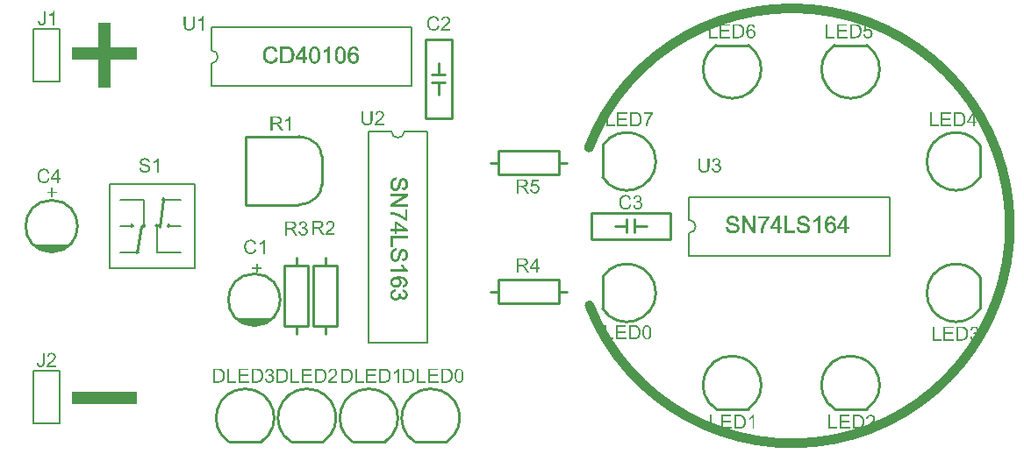
<source format=gto>
G04*
G04 #@! TF.GenerationSoftware,Altium Limited,Altium Designer,20.2.8 (258)*
G04*
G04 Layer_Color=65535*
%FSLAX25Y25*%
%MOIN*%
G70*
G04*
G04 #@! TF.SameCoordinates,5E7CCD21-07A0-4AA7-BB04-5DF435F4F0B1*
G04*
G04*
G04 #@! TF.FilePolarity,Positive*
G04*
G01*
G75*
%ADD10C,0.03600*%
%ADD11C,0.01000*%
%ADD12C,0.00787*%
%ADD13C,0.00800*%
%ADD14C,0.01968*%
%ADD15C,0.01181*%
%ADD16R,0.25000X0.05000*%
%ADD17R,0.05000X0.25000*%
G36*
X126871Y158244D02*
X126937D01*
X127015Y158233D01*
X127182Y158200D01*
X127382Y158155D01*
X127593Y158078D01*
X127804Y157977D01*
X128004Y157833D01*
X128015D01*
X128026Y157811D01*
X128093Y157755D01*
X128171Y157655D01*
X128282Y157511D01*
X128393Y157333D01*
X128493Y157100D01*
X128582Y156833D01*
X128648Y156522D01*
X127704Y156444D01*
Y156455D01*
X127693Y156489D01*
X127682Y156533D01*
X127659Y156600D01*
X127626Y156678D01*
X127593Y156766D01*
X127504Y156944D01*
X127371Y157133D01*
X127293Y157211D01*
X127193Y157289D01*
X127093Y157355D01*
X126982Y157400D01*
X126859Y157433D01*
X126715Y157444D01*
X126693D01*
X126626Y157433D01*
X126526Y157411D01*
X126404Y157378D01*
X126248Y157311D01*
X126093Y157211D01*
X126015Y157144D01*
X125937Y157067D01*
X125860Y156978D01*
X125782Y156878D01*
Y156867D01*
X125760Y156855D01*
X125749Y156822D01*
X125715Y156778D01*
X125693Y156711D01*
X125660Y156644D01*
X125615Y156555D01*
X125582Y156455D01*
X125549Y156344D01*
X125504Y156222D01*
X125471Y156078D01*
X125449Y155922D01*
X125415Y155755D01*
X125404Y155578D01*
X125382Y155389D01*
Y155344D01*
X125404Y155367D01*
X125471Y155444D01*
X125549Y155522D01*
X125648Y155600D01*
X125749Y155678D01*
X125860Y155744D01*
X125993Y155822D01*
X126126Y155878D01*
X126282Y155933D01*
X126448Y155978D01*
X126615Y156000D01*
X126804Y156011D01*
X126882D01*
X126937Y156000D01*
X127015Y155989D01*
X127093Y155978D01*
X127282Y155933D01*
X127504Y155867D01*
X127737Y155755D01*
X127859Y155689D01*
X127971Y155611D01*
X128082Y155522D01*
X128193Y155411D01*
X128204Y155400D01*
X128215Y155389D01*
X128248Y155356D01*
X128282Y155300D01*
X128326Y155244D01*
X128370Y155178D01*
X128426Y155089D01*
X128481Y155000D01*
X128582Y154778D01*
X128670Y154511D01*
X128737Y154222D01*
X128748Y154056D01*
X128759Y153889D01*
Y153878D01*
Y153845D01*
Y153800D01*
X128748Y153734D01*
X128737Y153656D01*
X128726Y153567D01*
X128715Y153456D01*
X128693Y153345D01*
X128626Y153100D01*
X128526Y152833D01*
X128459Y152700D01*
X128382Y152567D01*
X128293Y152434D01*
X128193Y152311D01*
X128182Y152300D01*
X128171Y152278D01*
X128137Y152256D01*
X128093Y152211D01*
X128037Y152156D01*
X127959Y152100D01*
X127882Y152045D01*
X127793Y151989D01*
X127570Y151867D01*
X127315Y151756D01*
X127171Y151711D01*
X127015Y151689D01*
X126859Y151667D01*
X126682Y151656D01*
X126593D01*
X126526Y151667D01*
X126448Y151678D01*
X126348Y151689D01*
X126248Y151711D01*
X126126Y151745D01*
X125882Y151822D01*
X125749Y151878D01*
X125604Y151945D01*
X125471Y152023D01*
X125337Y152122D01*
X125204Y152223D01*
X125082Y152345D01*
X125071Y152356D01*
X125049Y152378D01*
X125026Y152422D01*
X124982Y152478D01*
X124926Y152556D01*
X124871Y152656D01*
X124815Y152767D01*
X124760Y152911D01*
X124693Y153067D01*
X124637Y153245D01*
X124582Y153445D01*
X124526Y153667D01*
X124482Y153911D01*
X124460Y154178D01*
X124437Y154478D01*
X124426Y154789D01*
Y154811D01*
Y154867D01*
Y154956D01*
X124437Y155067D01*
X124449Y155211D01*
X124460Y155378D01*
X124471Y155555D01*
X124504Y155744D01*
X124571Y156167D01*
X124671Y156589D01*
X124738Y156800D01*
X124826Y157000D01*
X124915Y157189D01*
X125015Y157366D01*
X125026Y157378D01*
X125049Y157400D01*
X125082Y157444D01*
X125126Y157511D01*
X125193Y157578D01*
X125260Y157644D01*
X125360Y157733D01*
X125460Y157811D01*
X125571Y157889D01*
X125704Y157977D01*
X125848Y158044D01*
X126004Y158122D01*
X126171Y158177D01*
X126348Y158222D01*
X126537Y158244D01*
X126748Y158255D01*
X126826D01*
X126871Y158244D01*
D02*
G37*
G36*
X95440Y158333D02*
X95529D01*
X95618Y158322D01*
X95729Y158300D01*
X95851Y158289D01*
X96107Y158222D01*
X96374Y158133D01*
X96651Y158022D01*
X96785Y157944D01*
X96918Y157855D01*
X96929D01*
X96951Y157833D01*
X96985Y157800D01*
X97029Y157766D01*
X97085Y157711D01*
X97151Y157644D01*
X97218Y157578D01*
X97296Y157489D01*
X97373Y157389D01*
X97451Y157278D01*
X97529Y157155D01*
X97607Y157022D01*
X97685Y156867D01*
X97751Y156711D01*
X97818Y156544D01*
X97874Y156355D01*
X96885Y156144D01*
Y156155D01*
X96874Y156178D01*
X96863Y156211D01*
X96840Y156255D01*
X96796Y156378D01*
X96729Y156533D01*
X96640Y156689D01*
X96529Y156855D01*
X96407Y157011D01*
X96263Y157144D01*
X96240Y157155D01*
X96196Y157189D01*
X96107Y157244D01*
X95996Y157300D01*
X95851Y157355D01*
X95685Y157411D01*
X95485Y157444D01*
X95274Y157455D01*
X95185D01*
X95118Y157444D01*
X95029Y157433D01*
X94940Y157422D01*
X94729Y157378D01*
X94485Y157300D01*
X94363Y157244D01*
X94240Y157178D01*
X94118Y157100D01*
X94007Y157022D01*
X93896Y156911D01*
X93796Y156800D01*
Y156789D01*
X93774Y156766D01*
X93752Y156733D01*
X93718Y156678D01*
X93685Y156622D01*
X93641Y156533D01*
X93596Y156444D01*
X93552Y156344D01*
X93496Y156222D01*
X93452Y156089D01*
X93407Y155944D01*
X93374Y155789D01*
X93341Y155622D01*
X93318Y155444D01*
X93307Y155244D01*
X93296Y155044D01*
Y155033D01*
Y154989D01*
Y154922D01*
X93307Y154833D01*
Y154722D01*
X93330Y154600D01*
X93341Y154467D01*
X93363Y154322D01*
X93429Y154011D01*
X93518Y153700D01*
X93652Y153400D01*
X93741Y153267D01*
X93829Y153145D01*
X93841Y153133D01*
X93852Y153122D01*
X93885Y153089D01*
X93929Y153056D01*
X93974Y153011D01*
X94041Y152956D01*
X94207Y152845D01*
X94396Y152734D01*
X94640Y152634D01*
X94907Y152567D01*
X95051Y152556D01*
X95207Y152545D01*
X95274D01*
X95329Y152556D01*
X95451Y152567D01*
X95618Y152589D01*
X95796Y152634D01*
X95985Y152700D01*
X96174Y152800D01*
X96351Y152922D01*
X96374Y152945D01*
X96429Y153000D01*
X96507Y153089D01*
X96596Y153222D01*
X96707Y153389D01*
X96807Y153600D01*
X96907Y153845D01*
X96985Y154145D01*
X97985Y153900D01*
Y153889D01*
X97974Y153845D01*
X97951Y153789D01*
X97929Y153711D01*
X97896Y153611D01*
X97851Y153500D01*
X97807Y153378D01*
X97751Y153245D01*
X97618Y152967D01*
X97440Y152689D01*
X97229Y152422D01*
X97118Y152300D01*
X96985Y152189D01*
X96974Y152178D01*
X96951Y152167D01*
X96918Y152145D01*
X96863Y152111D01*
X96785Y152067D01*
X96707Y152023D01*
X96618Y151978D01*
X96507Y151923D01*
X96385Y151878D01*
X96263Y151822D01*
X95963Y151745D01*
X95640Y151678D01*
X95463Y151667D01*
X95285Y151656D01*
X95218D01*
X95129Y151667D01*
X95029D01*
X94896Y151689D01*
X94740Y151711D01*
X94574Y151734D01*
X94396Y151778D01*
X94207Y151834D01*
X94018Y151900D01*
X93818Y151978D01*
X93629Y152078D01*
X93441Y152189D01*
X93274Y152322D01*
X93107Y152467D01*
X92963Y152645D01*
X92952Y152656D01*
X92930Y152689D01*
X92896Y152745D01*
X92852Y152822D01*
X92796Y152922D01*
X92730Y153033D01*
X92674Y153167D01*
X92607Y153322D01*
X92530Y153489D01*
X92474Y153667D01*
X92407Y153867D01*
X92352Y154078D01*
X92307Y154300D01*
X92274Y154533D01*
X92252Y154778D01*
X92241Y155033D01*
Y155055D01*
Y155100D01*
X92252Y155178D01*
Y155289D01*
X92263Y155422D01*
X92285Y155567D01*
X92307Y155733D01*
X92352Y155911D01*
X92396Y156111D01*
X92452Y156300D01*
X92519Y156500D01*
X92607Y156711D01*
X92696Y156911D01*
X92818Y157100D01*
X92941Y157289D01*
X93096Y157455D01*
X93107Y157466D01*
X93141Y157489D01*
X93185Y157533D01*
X93252Y157600D01*
X93341Y157666D01*
X93441Y157733D01*
X93552Y157822D01*
X93696Y157900D01*
X93841Y157977D01*
X94007Y158066D01*
X94185Y158133D01*
X94385Y158211D01*
X94585Y158266D01*
X94807Y158311D01*
X95040Y158333D01*
X95285Y158344D01*
X95374D01*
X95440Y158333D01*
D02*
G37*
G36*
X117760Y151767D02*
X116805D01*
Y156678D01*
X116783Y156667D01*
X116761Y156633D01*
X116716Y156600D01*
X116672Y156555D01*
X116605Y156500D01*
X116538Y156433D01*
X116449Y156367D01*
X116349Y156300D01*
X116238Y156222D01*
X116116Y156144D01*
X115972Y156067D01*
X115816Y155989D01*
X115649Y155911D01*
X115461Y155833D01*
X115261Y155755D01*
Y156633D01*
X115272Y156644D01*
X115316Y156667D01*
X115383Y156700D01*
X115483Y156755D01*
X115583Y156811D01*
X115716Y156889D01*
X115849Y156978D01*
X115994Y157078D01*
X116149Y157200D01*
X116305Y157322D01*
X116605Y157600D01*
X116749Y157744D01*
X116883Y157911D01*
X117005Y158078D01*
X117105Y158255D01*
X117760D01*
Y151767D01*
D02*
G37*
G36*
X108317Y154156D02*
X109161D01*
Y153267D01*
X108317D01*
Y151767D01*
X107361D01*
Y153267D01*
X104639D01*
Y154089D01*
X107539Y158233D01*
X108317D01*
Y154156D01*
D02*
G37*
G36*
X101440Y158222D02*
X101595D01*
X101762Y158211D01*
X101929Y158189D01*
X102095Y158166D01*
X102118D01*
X102173Y158155D01*
X102251Y158133D01*
X102362Y158111D01*
X102484Y158066D01*
X102629Y158022D01*
X102773Y157955D01*
X102928Y157866D01*
X102951Y157855D01*
X102995Y157822D01*
X103073Y157766D01*
X103162Y157700D01*
X103273Y157611D01*
X103384Y157500D01*
X103506Y157366D01*
X103617Y157222D01*
X103629Y157200D01*
X103662Y157155D01*
X103717Y157067D01*
X103784Y156955D01*
X103851Y156822D01*
X103928Y156655D01*
X104006Y156478D01*
X104073Y156289D01*
Y156278D01*
X104084Y156266D01*
Y156233D01*
X104095Y156200D01*
X104128Y156089D01*
X104162Y155933D01*
X104184Y155755D01*
X104217Y155544D01*
X104228Y155300D01*
X104239Y155033D01*
Y155022D01*
Y154967D01*
Y154900D01*
X104228Y154800D01*
X104217Y154678D01*
X104206Y154533D01*
X104184Y154378D01*
X104151Y154211D01*
X104073Y153833D01*
X104017Y153645D01*
X103951Y153445D01*
X103873Y153245D01*
X103773Y153056D01*
X103673Y152867D01*
X103551Y152689D01*
X103540Y152678D01*
X103517Y152645D01*
X103473Y152600D01*
X103417Y152545D01*
X103340Y152478D01*
X103251Y152400D01*
X103129Y152311D01*
X102995Y152234D01*
X102851Y152145D01*
X102673Y152056D01*
X102484Y151978D01*
X102262Y151911D01*
X102029Y151856D01*
X101773Y151811D01*
X101495Y151778D01*
X101195Y151767D01*
X98851D01*
Y158233D01*
X101306D01*
X101440Y158222D01*
D02*
G37*
G36*
X121782Y158244D02*
X121893Y158233D01*
X122027Y158200D01*
X122193Y158155D01*
X122371Y158078D01*
X122571Y157977D01*
X122771Y157844D01*
X122971Y157666D01*
X123071Y157566D01*
X123171Y157444D01*
X123260Y157322D01*
X123349Y157178D01*
X123438Y157022D01*
X123515Y156855D01*
X123582Y156678D01*
X123649Y156478D01*
X123704Y156266D01*
X123760Y156033D01*
X123793Y155789D01*
X123826Y155522D01*
X123838Y155244D01*
X123849Y154945D01*
Y154922D01*
Y154878D01*
Y154789D01*
X123838Y154678D01*
Y154533D01*
X123815Y154378D01*
X123804Y154211D01*
X123782Y154022D01*
X123715Y153622D01*
X123615Y153211D01*
X123549Y153011D01*
X123482Y152822D01*
X123393Y152645D01*
X123293Y152478D01*
X123282Y152467D01*
X123271Y152445D01*
X123238Y152400D01*
X123193Y152345D01*
X123138Y152289D01*
X123060Y152223D01*
X122982Y152145D01*
X122882Y152067D01*
X122782Y151989D01*
X122660Y151911D01*
X122527Y151845D01*
X122382Y151789D01*
X122227Y151734D01*
X122060Y151689D01*
X121882Y151667D01*
X121693Y151656D01*
X121671D01*
X121604Y151667D01*
X121493Y151678D01*
X121360Y151711D01*
X121204Y151756D01*
X121016Y151834D01*
X120827Y151934D01*
X120627Y152067D01*
X120427Y152245D01*
X120327Y152345D01*
X120238Y152456D01*
X120138Y152589D01*
X120060Y152723D01*
X119971Y152878D01*
X119894Y153045D01*
X119827Y153222D01*
X119760Y153422D01*
X119705Y153633D01*
X119649Y153856D01*
X119616Y154100D01*
X119582Y154367D01*
X119571Y154645D01*
X119560Y154945D01*
Y154967D01*
Y155022D01*
Y155100D01*
X119571Y155211D01*
X119582Y155356D01*
X119594Y155511D01*
X119605Y155689D01*
X119627Y155878D01*
X119694Y156278D01*
X119793Y156689D01*
X119849Y156889D01*
X119927Y157078D01*
X120005Y157255D01*
X120105Y157422D01*
X120116Y157433D01*
X120127Y157455D01*
X120160Y157500D01*
X120205Y157555D01*
X120260Y157611D01*
X120338Y157689D01*
X120416Y157766D01*
X120516Y157844D01*
X120616Y157922D01*
X120738Y157989D01*
X120871Y158066D01*
X121004Y158122D01*
X121160Y158177D01*
X121327Y158222D01*
X121504Y158244D01*
X121693Y158255D01*
X121716D01*
X121782Y158244D01*
D02*
G37*
G36*
X112005D02*
X112117Y158233D01*
X112250Y158200D01*
X112417Y158155D01*
X112594Y158078D01*
X112794Y157977D01*
X112994Y157844D01*
X113194Y157666D01*
X113294Y157566D01*
X113394Y157444D01*
X113483Y157322D01*
X113572Y157178D01*
X113661Y157022D01*
X113739Y156855D01*
X113805Y156678D01*
X113872Y156478D01*
X113927Y156266D01*
X113983Y156033D01*
X114016Y155789D01*
X114050Y155522D01*
X114061Y155244D01*
X114072Y154945D01*
Y154922D01*
Y154878D01*
Y154789D01*
X114061Y154678D01*
Y154533D01*
X114039Y154378D01*
X114027Y154211D01*
X114005Y154022D01*
X113939Y153622D01*
X113839Y153211D01*
X113772Y153011D01*
X113705Y152822D01*
X113616Y152645D01*
X113516Y152478D01*
X113505Y152467D01*
X113494Y152445D01*
X113461Y152400D01*
X113416Y152345D01*
X113361Y152289D01*
X113283Y152223D01*
X113205Y152145D01*
X113105Y152067D01*
X113005Y151989D01*
X112883Y151911D01*
X112750Y151845D01*
X112605Y151789D01*
X112450Y151734D01*
X112283Y151689D01*
X112105Y151667D01*
X111916Y151656D01*
X111894D01*
X111828Y151667D01*
X111717Y151678D01*
X111583Y151711D01*
X111428Y151756D01*
X111239Y151834D01*
X111050Y151934D01*
X110850Y152067D01*
X110650Y152245D01*
X110550Y152345D01*
X110461Y152456D01*
X110361Y152589D01*
X110283Y152723D01*
X110195Y152878D01*
X110117Y153045D01*
X110050Y153222D01*
X109983Y153422D01*
X109928Y153633D01*
X109872Y153856D01*
X109839Y154100D01*
X109806Y154367D01*
X109794Y154645D01*
X109783Y154945D01*
Y154967D01*
Y155022D01*
Y155100D01*
X109794Y155211D01*
X109806Y155356D01*
X109817Y155511D01*
X109828Y155689D01*
X109850Y155878D01*
X109917Y156278D01*
X110017Y156689D01*
X110072Y156889D01*
X110150Y157078D01*
X110228Y157255D01*
X110328Y157422D01*
X110339Y157433D01*
X110350Y157455D01*
X110383Y157500D01*
X110428Y157555D01*
X110483Y157611D01*
X110561Y157689D01*
X110639Y157766D01*
X110739Y157844D01*
X110839Y157922D01*
X110961Y157989D01*
X111094Y158066D01*
X111228Y158122D01*
X111383Y158177D01*
X111550Y158222D01*
X111728Y158244D01*
X111916Y158255D01*
X111939D01*
X112005Y158244D01*
D02*
G37*
G36*
X143033Y107448D02*
X143022D01*
X143000D01*
X142956Y107437D01*
X142900Y107425D01*
X142833Y107414D01*
X142756Y107403D01*
X142589Y107359D01*
X142400Y107292D01*
X142211Y107192D01*
X142045Y107059D01*
X141967Y106981D01*
X141900Y106892D01*
Y106881D01*
X141889Y106870D01*
X141856Y106803D01*
X141800Y106692D01*
X141745Y106548D01*
X141678Y106381D01*
X141634Y106170D01*
X141589Y105937D01*
X141578Y105681D01*
Y105570D01*
X141589Y105448D01*
X141611Y105292D01*
X141645Y105115D01*
X141689Y104937D01*
X141756Y104759D01*
X141845Y104604D01*
X141856Y104581D01*
X141889Y104537D01*
X141956Y104470D01*
X142034Y104393D01*
X142133Y104326D01*
X142256Y104259D01*
X142400Y104215D01*
X142556Y104192D01*
X142578D01*
X142633Y104204D01*
X142711Y104215D01*
X142822Y104248D01*
X142933Y104293D01*
X143044Y104370D01*
X143156Y104481D01*
X143245Y104626D01*
X143256Y104648D01*
X143267Y104670D01*
X143278Y104715D01*
X143300Y104759D01*
X143322Y104815D01*
X143356Y104893D01*
X143389Y104970D01*
X143411Y105070D01*
X143456Y105181D01*
X143489Y105304D01*
X143522Y105437D01*
X143567Y105592D01*
X143611Y105759D01*
X143644Y105937D01*
X143689Y106126D01*
Y106137D01*
X143700Y106170D01*
X143711Y106226D01*
X143733Y106303D01*
X143756Y106392D01*
X143789Y106492D01*
X143856Y106714D01*
X143956Y106970D01*
X144067Y107237D01*
X144200Y107470D01*
X144278Y107581D01*
X144355Y107681D01*
X144378Y107703D01*
X144433Y107759D01*
X144533Y107837D01*
X144667Y107925D01*
X144833Y108014D01*
X145033Y108092D01*
X145255Y108148D01*
X145378Y108159D01*
X145511Y108170D01*
X145522D01*
X145544D01*
X145589D01*
X145644Y108159D01*
X145711Y108148D01*
X145789Y108137D01*
X145966Y108092D01*
X146178Y108026D01*
X146400Y107914D01*
X146511Y107837D01*
X146611Y107759D01*
X146722Y107670D01*
X146822Y107559D01*
X146833Y107548D01*
X146844Y107526D01*
X146866Y107492D01*
X146900Y107448D01*
X146944Y107381D01*
X146989Y107303D01*
X147033Y107214D01*
X147089Y107115D01*
X147133Y107003D01*
X147178Y106870D01*
X147222Y106737D01*
X147266Y106592D01*
X147300Y106426D01*
X147322Y106259D01*
X147344Y106070D01*
Y105781D01*
X147333Y105703D01*
Y105604D01*
X147322Y105503D01*
X147300Y105381D01*
X147277Y105248D01*
X147222Y104970D01*
X147122Y104681D01*
X147000Y104393D01*
X146911Y104259D01*
X146822Y104126D01*
X146811Y104115D01*
X146800Y104093D01*
X146766Y104059D01*
X146722Y104026D01*
X146677Y103970D01*
X146611Y103915D01*
X146533Y103848D01*
X146433Y103781D01*
X146333Y103726D01*
X146222Y103659D01*
X146089Y103604D01*
X145955Y103548D01*
X145800Y103493D01*
X145644Y103459D01*
X145466Y103426D01*
X145278Y103415D01*
X145211Y104393D01*
X145222D01*
X145244D01*
X145278Y104404D01*
X145311D01*
X145433Y104426D01*
X145566Y104459D01*
X145722Y104515D01*
X145878Y104593D01*
X146011Y104681D01*
X146133Y104804D01*
X146144Y104815D01*
X146178Y104870D01*
X146222Y104948D01*
X146277Y105070D01*
X146333Y105215D01*
X146378Y105392D01*
X146411Y105592D01*
X146422Y105837D01*
Y105937D01*
X146411Y106048D01*
X146400Y106192D01*
X146366Y106348D01*
X146333Y106515D01*
X146277Y106681D01*
X146200Y106826D01*
X146189Y106837D01*
X146155Y106881D01*
X146111Y106937D01*
X146033Y107003D01*
X145944Y107081D01*
X145844Y107137D01*
X145711Y107181D01*
X145566Y107192D01*
X145555D01*
X145511D01*
X145444Y107181D01*
X145355Y107159D01*
X145266Y107126D01*
X145178Y107070D01*
X145089Y107003D01*
X145011Y106914D01*
X145000Y106903D01*
X144978Y106859D01*
X144944Y106781D01*
X144900Y106670D01*
X144844Y106515D01*
X144811Y106414D01*
X144778Y106315D01*
X144744Y106192D01*
X144711Y106070D01*
X144678Y105926D01*
X144644Y105770D01*
Y105759D01*
X144633Y105737D01*
X144622Y105692D01*
X144611Y105637D01*
X144600Y105570D01*
X144578Y105492D01*
X144533Y105315D01*
X144478Y105104D01*
X144411Y104893D01*
X144344Y104681D01*
X144278Y104481D01*
Y104470D01*
X144267Y104459D01*
X144244Y104393D01*
X144200Y104304D01*
X144133Y104181D01*
X144055Y104037D01*
X143956Y103893D01*
X143833Y103737D01*
X143689Y103593D01*
X143667Y103582D01*
X143611Y103537D01*
X143522Y103470D01*
X143411Y103404D01*
X143256Y103337D01*
X143067Y103270D01*
X142856Y103226D01*
X142622Y103215D01*
X142611D01*
X142589D01*
X142545D01*
X142478Y103226D01*
X142411Y103237D01*
X142322Y103248D01*
X142133Y103304D01*
X141911Y103382D01*
X141789Y103437D01*
X141667Y103504D01*
X141556Y103582D01*
X141434Y103670D01*
X141323Y103770D01*
X141211Y103893D01*
X141200Y103904D01*
X141189Y103926D01*
X141156Y103959D01*
X141122Y104015D01*
X141078Y104081D01*
X141034Y104159D01*
X140989Y104259D01*
X140934Y104370D01*
X140878Y104481D01*
X140834Y104615D01*
X140789Y104759D01*
X140745Y104915D01*
X140678Y105259D01*
X140667Y105448D01*
X140656Y105648D01*
Y105781D01*
X140667Y105870D01*
X140678Y105981D01*
X140689Y106115D01*
X140711Y106259D01*
X140734Y106414D01*
X140800Y106748D01*
X140911Y107092D01*
X140989Y107259D01*
X141067Y107414D01*
X141156Y107570D01*
X141267Y107703D01*
X141278Y107714D01*
X141300Y107737D01*
X141334Y107770D01*
X141378Y107814D01*
X141445Y107859D01*
X141523Y107914D01*
X141611Y107981D01*
X141711Y108048D01*
X141822Y108114D01*
X141945Y108170D01*
X142089Y108237D01*
X142234Y108292D01*
X142400Y108337D01*
X142578Y108370D01*
X142756Y108403D01*
X142956Y108414D01*
X143033Y107448D01*
D02*
G37*
G36*
X147233Y101248D02*
X142473Y98082D01*
X147233D01*
Y97104D01*
X140767D01*
Y98104D01*
X145500Y101260D01*
X140767D01*
Y102237D01*
X147233D01*
Y101248D01*
D02*
G37*
G36*
X147144Y91905D02*
X146422D01*
X146411Y91916D01*
X146378Y91949D01*
X146322Y91994D01*
X146233Y92060D01*
X146133Y92149D01*
X146022Y92238D01*
X145878Y92349D01*
X145722Y92460D01*
X145544Y92583D01*
X145355Y92716D01*
X145144Y92849D01*
X144922Y92983D01*
X144689Y93127D01*
X144433Y93260D01*
X144178Y93394D01*
X143900Y93527D01*
X143889Y93538D01*
X143833Y93560D01*
X143756Y93594D01*
X143644Y93638D01*
X143511Y93682D01*
X143344Y93749D01*
X143156Y93805D01*
X142956Y93871D01*
X142734Y93949D01*
X142489Y94016D01*
X142222Y94082D01*
X141956Y94138D01*
X141667Y94194D01*
X141378Y94249D01*
X141078Y94282D01*
X140767Y94316D01*
Y95282D01*
X140778D01*
X140834D01*
X140900Y95271D01*
X141011D01*
X141134Y95260D01*
X141289Y95238D01*
X141467Y95227D01*
X141656Y95193D01*
X141867Y95160D01*
X142089Y95116D01*
X142333Y95071D01*
X142589Y95004D01*
X142856Y94938D01*
X143133Y94860D01*
X143411Y94760D01*
X143700Y94660D01*
X143722Y94649D01*
X143767Y94627D01*
X143844Y94594D01*
X143956Y94549D01*
X144089Y94494D01*
X144244Y94416D01*
X144411Y94327D01*
X144600Y94238D01*
X144789Y94127D01*
X145000Y94005D01*
X145411Y93738D01*
X145833Y93438D01*
X146033Y93271D01*
X146222Y93094D01*
Y96160D01*
X147144D01*
Y91905D01*
D02*
G37*
G36*
X147233Y88661D02*
Y87883D01*
X143156D01*
Y87039D01*
X142267D01*
Y87883D01*
X140767D01*
Y88838D01*
X142267D01*
Y91561D01*
X143089D01*
X147233Y88661D01*
D02*
G37*
G36*
Y85128D02*
X141689D01*
Y82028D01*
X140767D01*
Y86150D01*
X147233D01*
Y85128D01*
D02*
G37*
G36*
X143033Y80562D02*
X143022D01*
X143000D01*
X142956Y80550D01*
X142900Y80539D01*
X142833Y80528D01*
X142756Y80517D01*
X142589Y80473D01*
X142400Y80406D01*
X142211Y80306D01*
X142045Y80173D01*
X141967Y80095D01*
X141900Y80006D01*
Y79995D01*
X141889Y79984D01*
X141856Y79917D01*
X141800Y79806D01*
X141745Y79662D01*
X141678Y79495D01*
X141634Y79284D01*
X141589Y79051D01*
X141578Y78795D01*
Y78684D01*
X141589Y78562D01*
X141611Y78406D01*
X141645Y78228D01*
X141689Y78051D01*
X141756Y77873D01*
X141845Y77717D01*
X141856Y77695D01*
X141889Y77651D01*
X141956Y77584D01*
X142034Y77506D01*
X142133Y77440D01*
X142256Y77373D01*
X142400Y77328D01*
X142556Y77306D01*
X142578D01*
X142633Y77317D01*
X142711Y77328D01*
X142822Y77362D01*
X142933Y77406D01*
X143044Y77484D01*
X143156Y77595D01*
X143245Y77740D01*
X143256Y77762D01*
X143267Y77784D01*
X143278Y77829D01*
X143300Y77873D01*
X143322Y77929D01*
X143356Y78006D01*
X143389Y78084D01*
X143411Y78184D01*
X143456Y78295D01*
X143489Y78417D01*
X143522Y78551D01*
X143567Y78706D01*
X143611Y78873D01*
X143644Y79051D01*
X143689Y79239D01*
Y79251D01*
X143700Y79284D01*
X143711Y79339D01*
X143733Y79417D01*
X143756Y79506D01*
X143789Y79606D01*
X143856Y79828D01*
X143956Y80084D01*
X144067Y80351D01*
X144200Y80584D01*
X144278Y80695D01*
X144355Y80795D01*
X144378Y80817D01*
X144433Y80873D01*
X144533Y80950D01*
X144667Y81039D01*
X144833Y81128D01*
X145033Y81206D01*
X145255Y81261D01*
X145378Y81273D01*
X145511Y81284D01*
X145522D01*
X145544D01*
X145589D01*
X145644Y81273D01*
X145711Y81261D01*
X145789Y81250D01*
X145966Y81206D01*
X146178Y81139D01*
X146400Y81028D01*
X146511Y80950D01*
X146611Y80873D01*
X146722Y80784D01*
X146822Y80673D01*
X146833Y80661D01*
X146844Y80639D01*
X146866Y80606D01*
X146900Y80562D01*
X146944Y80495D01*
X146989Y80417D01*
X147033Y80328D01*
X147089Y80228D01*
X147133Y80117D01*
X147178Y79984D01*
X147222Y79851D01*
X147266Y79706D01*
X147300Y79539D01*
X147322Y79373D01*
X147344Y79184D01*
Y78895D01*
X147333Y78817D01*
Y78717D01*
X147322Y78617D01*
X147300Y78495D01*
X147277Y78362D01*
X147222Y78084D01*
X147122Y77795D01*
X147000Y77506D01*
X146911Y77373D01*
X146822Y77240D01*
X146811Y77228D01*
X146800Y77206D01*
X146766Y77173D01*
X146722Y77140D01*
X146677Y77084D01*
X146611Y77029D01*
X146533Y76962D01*
X146433Y76895D01*
X146333Y76840D01*
X146222Y76773D01*
X146089Y76718D01*
X145955Y76662D01*
X145800Y76606D01*
X145644Y76573D01*
X145466Y76540D01*
X145278Y76529D01*
X145211Y77506D01*
X145222D01*
X145244D01*
X145278Y77517D01*
X145311D01*
X145433Y77540D01*
X145566Y77573D01*
X145722Y77628D01*
X145878Y77706D01*
X146011Y77795D01*
X146133Y77917D01*
X146144Y77929D01*
X146178Y77984D01*
X146222Y78062D01*
X146277Y78184D01*
X146333Y78328D01*
X146378Y78506D01*
X146411Y78706D01*
X146422Y78951D01*
Y79051D01*
X146411Y79162D01*
X146400Y79306D01*
X146366Y79462D01*
X146333Y79628D01*
X146277Y79795D01*
X146200Y79939D01*
X146189Y79950D01*
X146155Y79995D01*
X146111Y80050D01*
X146033Y80117D01*
X145944Y80195D01*
X145844Y80251D01*
X145711Y80295D01*
X145566Y80306D01*
X145555D01*
X145511D01*
X145444Y80295D01*
X145355Y80273D01*
X145266Y80239D01*
X145178Y80184D01*
X145089Y80117D01*
X145011Y80028D01*
X145000Y80017D01*
X144978Y79973D01*
X144944Y79895D01*
X144900Y79784D01*
X144844Y79628D01*
X144811Y79528D01*
X144778Y79428D01*
X144744Y79306D01*
X144711Y79184D01*
X144678Y79040D01*
X144644Y78884D01*
Y78873D01*
X144633Y78851D01*
X144622Y78806D01*
X144611Y78751D01*
X144600Y78684D01*
X144578Y78606D01*
X144533Y78428D01*
X144478Y78217D01*
X144411Y78006D01*
X144344Y77795D01*
X144278Y77595D01*
Y77584D01*
X144267Y77573D01*
X144244Y77506D01*
X144200Y77417D01*
X144133Y77295D01*
X144055Y77151D01*
X143956Y77006D01*
X143833Y76851D01*
X143689Y76706D01*
X143667Y76695D01*
X143611Y76651D01*
X143522Y76584D01*
X143411Y76517D01*
X143256Y76451D01*
X143067Y76384D01*
X142856Y76340D01*
X142622Y76329D01*
X142611D01*
X142589D01*
X142545D01*
X142478Y76340D01*
X142411Y76351D01*
X142322Y76362D01*
X142133Y76417D01*
X141911Y76495D01*
X141789Y76551D01*
X141667Y76617D01*
X141556Y76695D01*
X141434Y76784D01*
X141323Y76884D01*
X141211Y77006D01*
X141200Y77017D01*
X141189Y77040D01*
X141156Y77073D01*
X141122Y77129D01*
X141078Y77195D01*
X141034Y77273D01*
X140989Y77373D01*
X140934Y77484D01*
X140878Y77595D01*
X140834Y77728D01*
X140789Y77873D01*
X140745Y78029D01*
X140678Y78373D01*
X140667Y78562D01*
X140656Y78762D01*
Y78895D01*
X140667Y78984D01*
X140678Y79095D01*
X140689Y79228D01*
X140711Y79373D01*
X140734Y79528D01*
X140800Y79862D01*
X140911Y80206D01*
X140989Y80373D01*
X141067Y80528D01*
X141156Y80684D01*
X141267Y80817D01*
X141278Y80828D01*
X141300Y80850D01*
X141334Y80884D01*
X141378Y80928D01*
X141445Y80973D01*
X141523Y81028D01*
X141611Y81095D01*
X141711Y81161D01*
X141822Y81228D01*
X141945Y81284D01*
X142089Y81350D01*
X142234Y81406D01*
X142400Y81450D01*
X142578Y81484D01*
X142756Y81517D01*
X142956Y81528D01*
X143033Y80562D01*
D02*
G37*
G36*
X145644Y75062D02*
X145667Y75018D01*
X145700Y74951D01*
X145755Y74851D01*
X145811Y74751D01*
X145889Y74618D01*
X145978Y74484D01*
X146078Y74340D01*
X146200Y74184D01*
X146322Y74029D01*
X146600Y73729D01*
X146744Y73585D01*
X146911Y73451D01*
X147078Y73329D01*
X147255Y73229D01*
Y72574D01*
X140767D01*
Y73529D01*
X145678D01*
X145667Y73551D01*
X145633Y73573D01*
X145600Y73618D01*
X145555Y73662D01*
X145500Y73729D01*
X145433Y73796D01*
X145367Y73884D01*
X145300Y73984D01*
X145222Y74095D01*
X145144Y74218D01*
X145067Y74362D01*
X144989Y74518D01*
X144911Y74684D01*
X144833Y74873D01*
X144755Y75073D01*
X145633D01*
X145644Y75062D01*
D02*
G37*
G36*
X144067Y70785D02*
X144211Y70774D01*
X144378Y70762D01*
X144555Y70751D01*
X144744Y70718D01*
X145167Y70651D01*
X145589Y70551D01*
X145800Y70485D01*
X146000Y70396D01*
X146189Y70307D01*
X146366Y70207D01*
X146378Y70196D01*
X146400Y70174D01*
X146444Y70140D01*
X146511Y70096D01*
X146578Y70029D01*
X146644Y69963D01*
X146733Y69863D01*
X146811Y69763D01*
X146889Y69652D01*
X146977Y69518D01*
X147044Y69374D01*
X147122Y69218D01*
X147178Y69052D01*
X147222Y68874D01*
X147244Y68685D01*
X147255Y68474D01*
Y68396D01*
X147244Y68352D01*
Y68285D01*
X147233Y68207D01*
X147200Y68041D01*
X147155Y67841D01*
X147078Y67629D01*
X146977Y67418D01*
X146833Y67218D01*
Y67207D01*
X146811Y67196D01*
X146755Y67130D01*
X146655Y67052D01*
X146511Y66941D01*
X146333Y66830D01*
X146100Y66730D01*
X145833Y66641D01*
X145522Y66574D01*
X145444Y67518D01*
X145455D01*
X145489Y67529D01*
X145533Y67541D01*
X145600Y67563D01*
X145678Y67596D01*
X145766Y67629D01*
X145944Y67718D01*
X146133Y67852D01*
X146211Y67930D01*
X146289Y68029D01*
X146355Y68129D01*
X146400Y68241D01*
X146433Y68363D01*
X146444Y68507D01*
Y68529D01*
X146433Y68596D01*
X146411Y68696D01*
X146378Y68818D01*
X146311Y68974D01*
X146211Y69129D01*
X146144Y69207D01*
X146066Y69285D01*
X145978Y69363D01*
X145878Y69440D01*
X145867D01*
X145855Y69463D01*
X145822Y69474D01*
X145778Y69507D01*
X145711Y69529D01*
X145644Y69563D01*
X145555Y69607D01*
X145455Y69640D01*
X145344Y69674D01*
X145222Y69718D01*
X145078Y69752D01*
X144922Y69774D01*
X144755Y69807D01*
X144578Y69818D01*
X144389Y69840D01*
X144344D01*
X144367Y69818D01*
X144444Y69752D01*
X144522Y69674D01*
X144600Y69574D01*
X144678Y69474D01*
X144744Y69363D01*
X144822Y69229D01*
X144878Y69096D01*
X144933Y68941D01*
X144978Y68774D01*
X145000Y68607D01*
X145011Y68418D01*
Y68340D01*
X145000Y68285D01*
X144989Y68207D01*
X144978Y68129D01*
X144933Y67941D01*
X144867Y67718D01*
X144755Y67485D01*
X144689Y67363D01*
X144611Y67252D01*
X144522Y67141D01*
X144411Y67030D01*
X144400Y67019D01*
X144389Y67007D01*
X144355Y66974D01*
X144300Y66941D01*
X144244Y66896D01*
X144178Y66852D01*
X144089Y66796D01*
X144000Y66741D01*
X143778Y66641D01*
X143511Y66552D01*
X143222Y66485D01*
X143056Y66474D01*
X142889Y66463D01*
X142878D01*
X142845D01*
X142800D01*
X142734Y66474D01*
X142656Y66485D01*
X142567Y66496D01*
X142456Y66507D01*
X142345Y66530D01*
X142100Y66596D01*
X141833Y66696D01*
X141700Y66763D01*
X141567Y66841D01*
X141434Y66930D01*
X141311Y67030D01*
X141300Y67041D01*
X141278Y67052D01*
X141256Y67085D01*
X141211Y67130D01*
X141156Y67185D01*
X141100Y67263D01*
X141045Y67341D01*
X140989Y67430D01*
X140867Y67652D01*
X140756Y67907D01*
X140711Y68052D01*
X140689Y68207D01*
X140667Y68363D01*
X140656Y68541D01*
Y68629D01*
X140667Y68696D01*
X140678Y68774D01*
X140689Y68874D01*
X140711Y68974D01*
X140745Y69096D01*
X140823Y69340D01*
X140878Y69474D01*
X140945Y69618D01*
X141023Y69752D01*
X141122Y69885D01*
X141223Y70018D01*
X141345Y70140D01*
X141356Y70152D01*
X141378Y70174D01*
X141422Y70196D01*
X141478Y70240D01*
X141556Y70296D01*
X141656Y70351D01*
X141767Y70407D01*
X141911Y70463D01*
X142067Y70529D01*
X142245Y70585D01*
X142445Y70640D01*
X142667Y70696D01*
X142911Y70740D01*
X143178Y70762D01*
X143478Y70785D01*
X143789Y70796D01*
X143811D01*
X143867D01*
X143956D01*
X144067Y70785D01*
D02*
G37*
G36*
X142711Y64952D02*
X142700D01*
X142678Y64941D01*
X142645D01*
X142600Y64930D01*
X142478Y64897D01*
X142333Y64852D01*
X142178Y64797D01*
X142022Y64730D01*
X141867Y64652D01*
X141745Y64552D01*
X141734Y64541D01*
X141700Y64496D01*
X141656Y64441D01*
X141611Y64352D01*
X141556Y64241D01*
X141511Y64119D01*
X141478Y63974D01*
X141467Y63808D01*
Y63785D01*
X141478Y63719D01*
X141489Y63630D01*
X141511Y63508D01*
X141556Y63374D01*
X141611Y63230D01*
X141700Y63086D01*
X141811Y62952D01*
X141822Y62941D01*
X141878Y62897D01*
X141956Y62841D01*
X142056Y62774D01*
X142178Y62708D01*
X142322Y62652D01*
X142489Y62608D01*
X142678Y62597D01*
X142689D01*
X142700D01*
X142756D01*
X142845Y62608D01*
X142967Y62641D01*
X143089Y62674D01*
X143222Y62730D01*
X143367Y62808D01*
X143489Y62919D01*
X143500Y62930D01*
X143544Y62974D01*
X143589Y63041D01*
X143656Y63141D01*
X143711Y63252D01*
X143767Y63397D01*
X143800Y63563D01*
X143811Y63741D01*
Y63830D01*
X143800Y63897D01*
X143789Y63985D01*
X143778Y64096D01*
X143756Y64230D01*
X143733Y64374D01*
X144589Y64285D01*
Y64074D01*
X144600Y63885D01*
Y63797D01*
X144611Y63730D01*
Y63719D01*
X144622Y63697D01*
Y63663D01*
X144644Y63619D01*
X144678Y63508D01*
X144744Y63363D01*
Y63352D01*
X144767Y63330D01*
X144789Y63285D01*
X144822Y63241D01*
X144922Y63130D01*
X145044Y63019D01*
X145055Y63008D01*
X145078Y62997D01*
X145122Y62974D01*
X145178Y62952D01*
X145255Y62930D01*
X145344Y62908D01*
X145433Y62885D01*
X145544D01*
X145566D01*
X145611D01*
X145689Y62897D01*
X145789Y62919D01*
X145889Y62952D01*
X146000Y63008D01*
X146100Y63074D01*
X146200Y63174D01*
X146211Y63186D01*
X146233Y63219D01*
X146277Y63285D01*
X146322Y63363D01*
X146366Y63452D01*
X146411Y63563D01*
X146433Y63697D01*
X146444Y63830D01*
Y63897D01*
X146433Y63974D01*
X146411Y64074D01*
X146378Y64185D01*
X146322Y64297D01*
X146255Y64408D01*
X146167Y64519D01*
X146155Y64530D01*
X146111Y64563D01*
X146055Y64608D01*
X145955Y64663D01*
X145833Y64719D01*
X145689Y64785D01*
X145511Y64830D01*
X145300Y64874D01*
X145455Y65807D01*
X145466D01*
X145500Y65796D01*
X145544Y65785D01*
X145611Y65774D01*
X145689Y65752D01*
X145778Y65730D01*
X145978Y65663D01*
X146200Y65574D01*
X146422Y65452D01*
X146644Y65296D01*
X146733Y65219D01*
X146822Y65119D01*
Y65108D01*
X146844Y65096D01*
X146866Y65063D01*
X146889Y65019D01*
X146955Y64908D01*
X147044Y64763D01*
X147122Y64574D01*
X147189Y64352D01*
X147233Y64108D01*
X147255Y63841D01*
Y63763D01*
X147244Y63708D01*
Y63630D01*
X147233Y63552D01*
X147189Y63363D01*
X147133Y63141D01*
X147044Y62908D01*
X146911Y62686D01*
X146833Y62574D01*
X146744Y62463D01*
Y62452D01*
X146722Y62441D01*
X146655Y62375D01*
X146544Y62286D01*
X146400Y62186D01*
X146222Y62086D01*
X146022Y61997D01*
X145778Y61930D01*
X145655Y61919D01*
X145522Y61908D01*
X145511D01*
X145478D01*
X145433D01*
X145367Y61919D01*
X145289Y61930D01*
X145211Y61952D01*
X145011Y62019D01*
X144900Y62063D01*
X144789Y62119D01*
X144678Y62186D01*
X144567Y62274D01*
X144467Y62375D01*
X144367Y62486D01*
X144278Y62619D01*
X144271Y62632D01*
X144255Y62586D01*
X144200Y62463D01*
X144122Y62319D01*
X144022Y62174D01*
X143889Y62041D01*
X143722Y61908D01*
X143700Y61897D01*
X143644Y61852D01*
X143544Y61808D01*
X143411Y61741D01*
X143267Y61686D01*
X143089Y61630D01*
X142900Y61597D01*
X142700Y61586D01*
X142689D01*
X142656D01*
X142611D01*
X142556Y61597D01*
X142478Y61608D01*
X142389Y61619D01*
X142178Y61663D01*
X141945Y61741D01*
X141822Y61797D01*
X141700Y61863D01*
X141578Y61941D01*
X141456Y62019D01*
X141334Y62130D01*
X141223Y62241D01*
X141211Y62252D01*
X141200Y62274D01*
X141167Y62308D01*
X141134Y62352D01*
X141089Y62419D01*
X141045Y62497D01*
X140989Y62586D01*
X140945Y62686D01*
X140834Y62908D01*
X140745Y63174D01*
X140678Y63474D01*
X140667Y63641D01*
X140656Y63808D01*
Y63897D01*
X140667Y63952D01*
Y64030D01*
X140678Y64108D01*
X140723Y64308D01*
X140778Y64541D01*
X140867Y64774D01*
X140989Y65019D01*
X141067Y65130D01*
X141156Y65241D01*
X141167Y65252D01*
X141178Y65263D01*
X141211Y65296D01*
X141256Y65330D01*
X141300Y65374D01*
X141367Y65419D01*
X141523Y65530D01*
X141734Y65641D01*
X141978Y65752D01*
X142267Y65830D01*
X142589Y65885D01*
X142711Y64952D01*
D02*
G37*
G36*
X308165Y93744D02*
X308232D01*
X308309Y93733D01*
X308476Y93700D01*
X308676Y93655D01*
X308887Y93577D01*
X309098Y93477D01*
X309298Y93333D01*
X309309D01*
X309320Y93311D01*
X309387Y93255D01*
X309465Y93155D01*
X309576Y93011D01*
X309687Y92833D01*
X309787Y92600D01*
X309876Y92333D01*
X309943Y92022D01*
X308998Y91944D01*
Y91955D01*
X308987Y91989D01*
X308976Y92033D01*
X308954Y92100D01*
X308921Y92178D01*
X308887Y92266D01*
X308798Y92444D01*
X308665Y92633D01*
X308587Y92711D01*
X308487Y92789D01*
X308387Y92855D01*
X308276Y92900D01*
X308154Y92933D01*
X308010Y92944D01*
X307987D01*
X307921Y92933D01*
X307821Y92911D01*
X307698Y92878D01*
X307543Y92811D01*
X307387Y92711D01*
X307310Y92644D01*
X307232Y92567D01*
X307154Y92478D01*
X307076Y92378D01*
Y92366D01*
X307054Y92355D01*
X307043Y92322D01*
X307010Y92278D01*
X306987Y92211D01*
X306954Y92144D01*
X306910Y92055D01*
X306876Y91955D01*
X306843Y91844D01*
X306799Y91722D01*
X306765Y91578D01*
X306743Y91422D01*
X306710Y91255D01*
X306698Y91078D01*
X306676Y90889D01*
Y90844D01*
X306698Y90867D01*
X306765Y90944D01*
X306843Y91022D01*
X306943Y91100D01*
X307043Y91178D01*
X307154Y91244D01*
X307287Y91322D01*
X307421Y91378D01*
X307576Y91433D01*
X307743Y91478D01*
X307909Y91500D01*
X308098Y91511D01*
X308176D01*
X308232Y91500D01*
X308309Y91489D01*
X308387Y91478D01*
X308576Y91433D01*
X308798Y91367D01*
X309032Y91255D01*
X309154Y91189D01*
X309265Y91111D01*
X309376Y91022D01*
X309487Y90911D01*
X309498Y90900D01*
X309509Y90889D01*
X309543Y90855D01*
X309576Y90800D01*
X309620Y90744D01*
X309665Y90678D01*
X309720Y90589D01*
X309776Y90500D01*
X309876Y90278D01*
X309965Y90011D01*
X310032Y89722D01*
X310043Y89556D01*
X310054Y89389D01*
Y89378D01*
Y89345D01*
Y89300D01*
X310043Y89233D01*
X310032Y89156D01*
X310020Y89067D01*
X310009Y88956D01*
X309987Y88845D01*
X309920Y88600D01*
X309820Y88334D01*
X309754Y88200D01*
X309676Y88067D01*
X309587Y87934D01*
X309487Y87811D01*
X309476Y87800D01*
X309465Y87778D01*
X309432Y87756D01*
X309387Y87711D01*
X309332Y87656D01*
X309254Y87600D01*
X309176Y87545D01*
X309087Y87489D01*
X308865Y87367D01*
X308609Y87256D01*
X308465Y87211D01*
X308309Y87189D01*
X308154Y87167D01*
X307976Y87156D01*
X307887D01*
X307821Y87167D01*
X307743Y87178D01*
X307643Y87189D01*
X307543Y87211D01*
X307421Y87245D01*
X307176Y87322D01*
X307043Y87378D01*
X306898Y87445D01*
X306765Y87523D01*
X306632Y87622D01*
X306499Y87722D01*
X306376Y87845D01*
X306365Y87856D01*
X306343Y87878D01*
X306321Y87923D01*
X306276Y87978D01*
X306221Y88056D01*
X306165Y88156D01*
X306110Y88267D01*
X306054Y88411D01*
X305987Y88567D01*
X305932Y88745D01*
X305876Y88945D01*
X305821Y89167D01*
X305776Y89411D01*
X305754Y89678D01*
X305732Y89978D01*
X305721Y90289D01*
Y90311D01*
Y90367D01*
Y90456D01*
X305732Y90567D01*
X305743Y90711D01*
X305754Y90878D01*
X305765Y91056D01*
X305799Y91244D01*
X305865Y91667D01*
X305965Y92089D01*
X306032Y92300D01*
X306121Y92500D01*
X306210Y92689D01*
X306310Y92866D01*
X306321Y92878D01*
X306343Y92900D01*
X306376Y92944D01*
X306421Y93011D01*
X306487Y93077D01*
X306554Y93144D01*
X306654Y93233D01*
X306754Y93311D01*
X306865Y93389D01*
X306998Y93477D01*
X307143Y93544D01*
X307298Y93622D01*
X307465Y93678D01*
X307643Y93722D01*
X307832Y93744D01*
X308043Y93755D01*
X308121D01*
X308165Y93744D01*
D02*
G37*
G36*
X297699Y93833D02*
X297799D01*
X297899Y93822D01*
X298022Y93800D01*
X298155Y93777D01*
X298433Y93722D01*
X298722Y93622D01*
X299010Y93500D01*
X299144Y93411D01*
X299277Y93322D01*
X299288Y93311D01*
X299310Y93300D01*
X299344Y93266D01*
X299377Y93222D01*
X299432Y93177D01*
X299488Y93111D01*
X299555Y93033D01*
X299621Y92933D01*
X299677Y92833D01*
X299744Y92722D01*
X299799Y92589D01*
X299855Y92455D01*
X299910Y92300D01*
X299944Y92144D01*
X299977Y91966D01*
X299988Y91778D01*
X299010Y91711D01*
Y91722D01*
Y91744D01*
X298999Y91778D01*
Y91811D01*
X298977Y91933D01*
X298944Y92067D01*
X298888Y92222D01*
X298810Y92378D01*
X298722Y92511D01*
X298599Y92633D01*
X298588Y92644D01*
X298533Y92678D01*
X298455Y92722D01*
X298333Y92778D01*
X298188Y92833D01*
X298010Y92878D01*
X297811Y92911D01*
X297566Y92922D01*
X297466D01*
X297355Y92911D01*
X297211Y92900D01*
X297055Y92866D01*
X296888Y92833D01*
X296722Y92778D01*
X296577Y92700D01*
X296566Y92689D01*
X296522Y92655D01*
X296466Y92611D01*
X296399Y92533D01*
X296322Y92444D01*
X296266Y92344D01*
X296222Y92211D01*
X296211Y92067D01*
Y92055D01*
Y92011D01*
X296222Y91944D01*
X296244Y91855D01*
X296277Y91767D01*
X296333Y91678D01*
X296399Y91589D01*
X296488Y91511D01*
X296499Y91500D01*
X296544Y91478D01*
X296622Y91444D01*
X296733Y91400D01*
X296888Y91344D01*
X296988Y91311D01*
X297088Y91278D01*
X297211Y91244D01*
X297333Y91211D01*
X297477Y91178D01*
X297633Y91144D01*
X297644D01*
X297666Y91133D01*
X297710Y91122D01*
X297766Y91111D01*
X297833Y91100D01*
X297910Y91078D01*
X298088Y91033D01*
X298299Y90978D01*
X298510Y90911D01*
X298722Y90844D01*
X298921Y90778D01*
X298933D01*
X298944Y90767D01*
X299010Y90744D01*
X299099Y90700D01*
X299221Y90633D01*
X299366Y90556D01*
X299510Y90456D01*
X299666Y90333D01*
X299810Y90189D01*
X299821Y90167D01*
X299866Y90111D01*
X299933Y90022D01*
X299999Y89911D01*
X300066Y89756D01*
X300132Y89567D01*
X300177Y89356D01*
X300188Y89122D01*
Y89111D01*
Y89089D01*
Y89045D01*
X300177Y88978D01*
X300166Y88911D01*
X300155Y88822D01*
X300099Y88634D01*
X300021Y88411D01*
X299966Y88289D01*
X299899Y88167D01*
X299821Y88056D01*
X299732Y87934D01*
X299633Y87823D01*
X299510Y87711D01*
X299499Y87700D01*
X299477Y87689D01*
X299444Y87656D01*
X299388Y87622D01*
X299321Y87578D01*
X299244Y87534D01*
X299144Y87489D01*
X299033Y87434D01*
X298921Y87378D01*
X298788Y87334D01*
X298644Y87289D01*
X298488Y87245D01*
X298144Y87178D01*
X297955Y87167D01*
X297755Y87156D01*
X297622D01*
X297533Y87167D01*
X297422Y87178D01*
X297288Y87189D01*
X297144Y87211D01*
X296988Y87234D01*
X296655Y87300D01*
X296311Y87411D01*
X296144Y87489D01*
X295988Y87567D01*
X295833Y87656D01*
X295700Y87767D01*
X295689Y87778D01*
X295666Y87800D01*
X295633Y87834D01*
X295588Y87878D01*
X295544Y87945D01*
X295489Y88023D01*
X295422Y88111D01*
X295355Y88211D01*
X295288Y88322D01*
X295233Y88445D01*
X295166Y88589D01*
X295111Y88734D01*
X295066Y88900D01*
X295033Y89078D01*
X295000Y89256D01*
X294988Y89456D01*
X295955Y89533D01*
Y89522D01*
Y89500D01*
X295966Y89456D01*
X295977Y89400D01*
X295988Y89333D01*
X296000Y89256D01*
X296044Y89089D01*
X296111Y88900D01*
X296211Y88711D01*
X296344Y88545D01*
X296422Y88467D01*
X296511Y88400D01*
X296522D01*
X296533Y88389D01*
X296600Y88356D01*
X296711Y88300D01*
X296855Y88245D01*
X297022Y88178D01*
X297233Y88134D01*
X297466Y88089D01*
X297722Y88078D01*
X297833D01*
X297955Y88089D01*
X298110Y88111D01*
X298288Y88145D01*
X298466Y88189D01*
X298644Y88256D01*
X298799Y88345D01*
X298821Y88356D01*
X298866Y88389D01*
X298933Y88456D01*
X299010Y88534D01*
X299077Y88634D01*
X299144Y88756D01*
X299188Y88900D01*
X299210Y89056D01*
Y89078D01*
X299199Y89134D01*
X299188Y89211D01*
X299155Y89322D01*
X299110Y89433D01*
X299033Y89544D01*
X298921Y89656D01*
X298777Y89745D01*
X298755Y89756D01*
X298733Y89767D01*
X298688Y89778D01*
X298644Y89800D01*
X298588Y89822D01*
X298510Y89856D01*
X298433Y89889D01*
X298333Y89911D01*
X298221Y89956D01*
X298099Y89989D01*
X297966Y90022D01*
X297811Y90067D01*
X297644Y90111D01*
X297466Y90144D01*
X297277Y90189D01*
X297266D01*
X297233Y90200D01*
X297177Y90211D01*
X297099Y90233D01*
X297011Y90256D01*
X296911Y90289D01*
X296688Y90356D01*
X296433Y90456D01*
X296166Y90567D01*
X295933Y90700D01*
X295822Y90778D01*
X295722Y90855D01*
X295700Y90878D01*
X295644Y90933D01*
X295566Y91033D01*
X295477Y91167D01*
X295389Y91333D01*
X295311Y91533D01*
X295255Y91755D01*
X295244Y91878D01*
X295233Y92011D01*
Y92022D01*
Y92044D01*
Y92089D01*
X295244Y92144D01*
X295255Y92211D01*
X295266Y92289D01*
X295311Y92466D01*
X295377Y92678D01*
X295489Y92900D01*
X295566Y93011D01*
X295644Y93111D01*
X295733Y93222D01*
X295844Y93322D01*
X295855Y93333D01*
X295877Y93344D01*
X295911Y93366D01*
X295955Y93400D01*
X296022Y93444D01*
X296099Y93489D01*
X296188Y93533D01*
X296288Y93589D01*
X296399Y93633D01*
X296533Y93678D01*
X296666Y93722D01*
X296811Y93766D01*
X296977Y93800D01*
X297144Y93822D01*
X297333Y93844D01*
X297622D01*
X297699Y93833D01*
D02*
G37*
G36*
X270813D02*
X270913D01*
X271013Y93822D01*
X271135Y93800D01*
X271269Y93777D01*
X271546Y93722D01*
X271835Y93622D01*
X272124Y93500D01*
X272257Y93411D01*
X272391Y93322D01*
X272402Y93311D01*
X272424Y93300D01*
X272458Y93266D01*
X272491Y93222D01*
X272546Y93177D01*
X272602Y93111D01*
X272669Y93033D01*
X272735Y92933D01*
X272791Y92833D01*
X272857Y92722D01*
X272913Y92589D01*
X272969Y92455D01*
X273024Y92300D01*
X273057Y92144D01*
X273091Y91966D01*
X273102Y91778D01*
X272124Y91711D01*
Y91722D01*
Y91744D01*
X272113Y91778D01*
Y91811D01*
X272091Y91933D01*
X272058Y92067D01*
X272002Y92222D01*
X271924Y92378D01*
X271835Y92511D01*
X271713Y92633D01*
X271702Y92644D01*
X271646Y92678D01*
X271569Y92722D01*
X271446Y92778D01*
X271302Y92833D01*
X271124Y92878D01*
X270924Y92911D01*
X270680Y92922D01*
X270580D01*
X270469Y92911D01*
X270324Y92900D01*
X270169Y92866D01*
X270002Y92833D01*
X269835Y92778D01*
X269691Y92700D01*
X269680Y92689D01*
X269636Y92655D01*
X269580Y92611D01*
X269513Y92533D01*
X269436Y92444D01*
X269380Y92344D01*
X269336Y92211D01*
X269324Y92067D01*
Y92055D01*
Y92011D01*
X269336Y91944D01*
X269358Y91855D01*
X269391Y91767D01*
X269447Y91678D01*
X269513Y91589D01*
X269602Y91511D01*
X269613Y91500D01*
X269658Y91478D01*
X269736Y91444D01*
X269847Y91400D01*
X270002Y91344D01*
X270102Y91311D01*
X270202Y91278D01*
X270324Y91244D01*
X270446Y91211D01*
X270591Y91178D01*
X270746Y91144D01*
X270758D01*
X270780Y91133D01*
X270824Y91122D01*
X270880Y91111D01*
X270947Y91100D01*
X271024Y91078D01*
X271202Y91033D01*
X271413Y90978D01*
X271624Y90911D01*
X271835Y90844D01*
X272035Y90778D01*
X272046D01*
X272058Y90767D01*
X272124Y90744D01*
X272213Y90700D01*
X272335Y90633D01*
X272480Y90556D01*
X272624Y90456D01*
X272780Y90333D01*
X272924Y90189D01*
X272935Y90167D01*
X272980Y90111D01*
X273046Y90022D01*
X273113Y89911D01*
X273180Y89756D01*
X273246Y89567D01*
X273291Y89356D01*
X273302Y89122D01*
Y89111D01*
Y89089D01*
Y89045D01*
X273291Y88978D01*
X273280Y88911D01*
X273269Y88822D01*
X273213Y88634D01*
X273135Y88411D01*
X273080Y88289D01*
X273013Y88167D01*
X272935Y88056D01*
X272846Y87934D01*
X272746Y87823D01*
X272624Y87711D01*
X272613Y87700D01*
X272591Y87689D01*
X272557Y87656D01*
X272502Y87622D01*
X272435Y87578D01*
X272358Y87534D01*
X272257Y87489D01*
X272146Y87434D01*
X272035Y87378D01*
X271902Y87334D01*
X271758Y87289D01*
X271602Y87245D01*
X271258Y87178D01*
X271069Y87167D01*
X270869Y87156D01*
X270735D01*
X270647Y87167D01*
X270535Y87178D01*
X270402Y87189D01*
X270258Y87211D01*
X270102Y87234D01*
X269769Y87300D01*
X269424Y87411D01*
X269258Y87489D01*
X269102Y87567D01*
X268947Y87656D01*
X268813Y87767D01*
X268802Y87778D01*
X268780Y87800D01*
X268747Y87834D01*
X268702Y87878D01*
X268658Y87945D01*
X268602Y88023D01*
X268536Y88111D01*
X268469Y88211D01*
X268402Y88322D01*
X268347Y88445D01*
X268280Y88589D01*
X268225Y88734D01*
X268180Y88900D01*
X268147Y89078D01*
X268113Y89256D01*
X268102Y89456D01*
X269069Y89533D01*
Y89522D01*
Y89500D01*
X269080Y89456D01*
X269091Y89400D01*
X269102Y89333D01*
X269113Y89256D01*
X269158Y89089D01*
X269224Y88900D01*
X269324Y88711D01*
X269458Y88545D01*
X269535Y88467D01*
X269624Y88400D01*
X269636D01*
X269647Y88389D01*
X269713Y88356D01*
X269824Y88300D01*
X269969Y88245D01*
X270135Y88178D01*
X270347Y88134D01*
X270580Y88089D01*
X270835Y88078D01*
X270947D01*
X271069Y88089D01*
X271224Y88111D01*
X271402Y88145D01*
X271580Y88189D01*
X271758Y88256D01*
X271913Y88345D01*
X271935Y88356D01*
X271980Y88389D01*
X272046Y88456D01*
X272124Y88534D01*
X272191Y88634D01*
X272257Y88756D01*
X272302Y88900D01*
X272324Y89056D01*
Y89078D01*
X272313Y89134D01*
X272302Y89211D01*
X272269Y89322D01*
X272224Y89433D01*
X272146Y89544D01*
X272035Y89656D01*
X271891Y89745D01*
X271869Y89756D01*
X271846Y89767D01*
X271802Y89778D01*
X271758Y89800D01*
X271702Y89822D01*
X271624Y89856D01*
X271546Y89889D01*
X271446Y89911D01*
X271335Y89956D01*
X271213Y89989D01*
X271080Y90022D01*
X270924Y90067D01*
X270758Y90111D01*
X270580Y90144D01*
X270391Y90189D01*
X270380D01*
X270347Y90200D01*
X270291Y90211D01*
X270213Y90233D01*
X270124Y90256D01*
X270024Y90289D01*
X269802Y90356D01*
X269547Y90456D01*
X269280Y90567D01*
X269047Y90700D01*
X268936Y90778D01*
X268836Y90855D01*
X268813Y90878D01*
X268758Y90933D01*
X268680Y91033D01*
X268591Y91167D01*
X268502Y91333D01*
X268425Y91533D01*
X268369Y91755D01*
X268358Y91878D01*
X268347Y92011D01*
Y92022D01*
Y92044D01*
Y92089D01*
X268358Y92144D01*
X268369Y92211D01*
X268380Y92289D01*
X268425Y92466D01*
X268491Y92678D01*
X268602Y92900D01*
X268680Y93011D01*
X268758Y93111D01*
X268847Y93222D01*
X268958Y93322D01*
X268969Y93333D01*
X268991Y93344D01*
X269024Y93366D01*
X269069Y93400D01*
X269136Y93444D01*
X269213Y93489D01*
X269302Y93533D01*
X269402Y93589D01*
X269513Y93633D01*
X269647Y93678D01*
X269780Y93722D01*
X269924Y93766D01*
X270091Y93800D01*
X270258Y93822D01*
X270446Y93844D01*
X270735D01*
X270813Y93833D01*
D02*
G37*
G36*
X279412Y87267D02*
X278412D01*
X275257Y92000D01*
Y87267D01*
X274279D01*
Y93733D01*
X275268D01*
X278435Y88973D01*
Y93733D01*
X279412D01*
Y87267D01*
D02*
G37*
G36*
X314053Y89656D02*
X314898D01*
Y88767D01*
X314053D01*
Y87267D01*
X313098D01*
Y88767D01*
X310376D01*
Y89589D01*
X313276Y93733D01*
X314053D01*
Y89656D01*
D02*
G37*
G36*
X303943Y87267D02*
X302988D01*
Y92178D01*
X302965Y92167D01*
X302943Y92133D01*
X302899Y92100D01*
X302854Y92055D01*
X302788Y92000D01*
X302721Y91933D01*
X302632Y91866D01*
X302532Y91800D01*
X302421Y91722D01*
X302299Y91644D01*
X302154Y91567D01*
X301999Y91489D01*
X301832Y91411D01*
X301643Y91333D01*
X301443Y91255D01*
Y92133D01*
X301455Y92144D01*
X301499Y92167D01*
X301566Y92200D01*
X301666Y92255D01*
X301766Y92311D01*
X301899Y92389D01*
X302032Y92478D01*
X302177Y92578D01*
X302332Y92700D01*
X302488Y92822D01*
X302788Y93100D01*
X302932Y93244D01*
X303065Y93411D01*
X303188Y93577D01*
X303288Y93755D01*
X303943D01*
Y87267D01*
D02*
G37*
G36*
X291389Y88189D02*
X294489D01*
Y87267D01*
X290367D01*
Y93733D01*
X291389D01*
Y88189D01*
D02*
G37*
G36*
X288634Y89656D02*
X289478D01*
Y88767D01*
X288634D01*
Y87267D01*
X287678D01*
Y88767D01*
X284956D01*
Y89589D01*
X287856Y93733D01*
X288634D01*
Y89656D01*
D02*
G37*
G36*
X284612Y92922D02*
X284601Y92911D01*
X284567Y92878D01*
X284523Y92822D01*
X284456Y92733D01*
X284367Y92633D01*
X284278Y92522D01*
X284167Y92378D01*
X284056Y92222D01*
X283934Y92044D01*
X283801Y91855D01*
X283667Y91644D01*
X283534Y91422D01*
X283390Y91189D01*
X283256Y90933D01*
X283123Y90678D01*
X282990Y90400D01*
X282979Y90389D01*
X282956Y90333D01*
X282923Y90256D01*
X282879Y90144D01*
X282834Y90011D01*
X282768Y89845D01*
X282712Y89656D01*
X282645Y89456D01*
X282568Y89233D01*
X282501Y88989D01*
X282434Y88722D01*
X282379Y88456D01*
X282323Y88167D01*
X282268Y87878D01*
X282234Y87578D01*
X282201Y87267D01*
X281234D01*
Y87278D01*
Y87334D01*
X281245Y87400D01*
Y87511D01*
X281257Y87634D01*
X281279Y87789D01*
X281290Y87967D01*
X281323Y88156D01*
X281357Y88367D01*
X281401Y88589D01*
X281445Y88833D01*
X281512Y89089D01*
X281579Y89356D01*
X281657Y89633D01*
X281756Y89911D01*
X281856Y90200D01*
X281868Y90222D01*
X281890Y90267D01*
X281923Y90345D01*
X281968Y90456D01*
X282023Y90589D01*
X282101Y90744D01*
X282190Y90911D01*
X282279Y91100D01*
X282390Y91289D01*
X282512Y91500D01*
X282779Y91911D01*
X283079Y92333D01*
X283245Y92533D01*
X283423Y92722D01*
X280357D01*
Y93644D01*
X284612D01*
Y92922D01*
D02*
G37*
G36*
X12432Y103039D02*
X13894D01*
Y102428D01*
X12432D01*
Y100967D01*
X11822D01*
Y102428D01*
X10360D01*
Y103039D01*
X11822D01*
Y104500D01*
X12432D01*
Y103039D01*
D02*
G37*
G36*
X90232Y74192D02*
X91694D01*
Y73581D01*
X90232D01*
Y72120D01*
X89622D01*
Y73581D01*
X88160D01*
Y74192D01*
X89622D01*
Y75653D01*
X90232D01*
Y74192D01*
D02*
G37*
G36*
X47511Y115743D02*
X47585D01*
X47668Y115733D01*
X47770Y115715D01*
X47872Y115696D01*
X48103Y115650D01*
X48343Y115576D01*
X48575Y115474D01*
X48686Y115410D01*
X48787Y115336D01*
X48796D01*
X48815Y115317D01*
X48834Y115289D01*
X48871Y115262D01*
X48917Y115215D01*
X48963Y115160D01*
X49065Y115030D01*
X49167Y114864D01*
X49259Y114660D01*
X49333Y114420D01*
X49352Y114290D01*
X49361Y114152D01*
X48686Y114096D01*
Y114105D01*
Y114115D01*
X48676Y114142D01*
Y114179D01*
X48658Y114272D01*
X48621Y114383D01*
X48575Y114503D01*
X48510Y114633D01*
X48426Y114753D01*
X48316Y114864D01*
X48297Y114873D01*
X48260Y114901D01*
X48186Y114947D01*
X48075Y114993D01*
X47945Y115040D01*
X47788Y115086D01*
X47603Y115114D01*
X47390Y115123D01*
X47298D01*
X47196Y115114D01*
X47076Y115095D01*
X46937Y115077D01*
X46789Y115040D01*
X46641Y114984D01*
X46503Y114919D01*
X46484Y114910D01*
X46447Y114882D01*
X46391Y114836D01*
X46336Y114771D01*
X46271Y114688D01*
X46216Y114586D01*
X46179Y114466D01*
X46160Y114327D01*
Y114309D01*
Y114272D01*
X46179Y114207D01*
X46197Y114133D01*
X46225Y114050D01*
X46271Y113957D01*
X46336Y113883D01*
X46419Y113809D01*
X46428Y113800D01*
X46475Y113782D01*
X46540Y113745D01*
X46650Y113708D01*
X46715Y113680D01*
X46789Y113652D01*
X46872Y113624D01*
X46965Y113597D01*
X47067Y113569D01*
X47178Y113541D01*
X47298Y113504D01*
X47437Y113476D01*
X47446D01*
X47464Y113467D01*
X47502Y113458D01*
X47548Y113449D01*
X47603Y113439D01*
X47668Y113421D01*
X47816Y113384D01*
X47992Y113338D01*
X48167Y113282D01*
X48343Y113227D01*
X48510Y113171D01*
X48519D01*
X48528Y113162D01*
X48584Y113143D01*
X48658Y113106D01*
X48759Y113060D01*
X48871Y112995D01*
X48991Y112912D01*
X49111Y112810D01*
X49231Y112699D01*
X49240Y112681D01*
X49277Y112644D01*
X49324Y112570D01*
X49379Y112468D01*
X49435Y112348D01*
X49481Y112200D01*
X49518Y112024D01*
X49527Y111830D01*
Y111821D01*
Y111802D01*
Y111765D01*
X49518Y111719D01*
X49509Y111654D01*
X49499Y111589D01*
X49463Y111432D01*
X49398Y111247D01*
X49352Y111155D01*
X49296Y111062D01*
X49231Y110970D01*
X49167Y110868D01*
X49074Y110775D01*
X48981Y110692D01*
X48972Y110683D01*
X48954Y110674D01*
X48926Y110655D01*
X48880Y110627D01*
X48824Y110590D01*
X48759Y110553D01*
X48686Y110516D01*
X48602Y110470D01*
X48500Y110433D01*
X48399Y110387D01*
X48278Y110350D01*
X48149Y110322D01*
X47872Y110267D01*
X47714Y110257D01*
X47557Y110248D01*
X47446D01*
X47372Y110257D01*
X47280Y110267D01*
X47168Y110276D01*
X47048Y110285D01*
X46919Y110313D01*
X46650Y110368D01*
X46364Y110452D01*
X46234Y110507D01*
X46095Y110581D01*
X45975Y110655D01*
X45864Y110738D01*
X45855Y110748D01*
X45836Y110766D01*
X45809Y110794D01*
X45781Y110831D01*
X45735Y110877D01*
X45689Y110942D01*
X45633Y111007D01*
X45587Y111090D01*
X45531Y111182D01*
X45476Y111275D01*
X45383Y111497D01*
X45318Y111756D01*
X45291Y111895D01*
X45281Y112043D01*
X45948Y112098D01*
Y112089D01*
Y112070D01*
X45957Y112033D01*
X45966Y111996D01*
X45985Y111885D01*
X46031Y111747D01*
X46086Y111589D01*
X46179Y111432D01*
X46290Y111293D01*
X46364Y111219D01*
X46438Y111164D01*
X46447D01*
X46456Y111155D01*
X46484Y111136D01*
X46521Y111118D01*
X46613Y111071D01*
X46743Y111025D01*
X46900Y110970D01*
X47085Y110923D01*
X47298Y110886D01*
X47529Y110877D01*
X47631D01*
X47733Y110886D01*
X47872Y110905D01*
X48019Y110933D01*
X48177Y110979D01*
X48334Y111034D01*
X48482Y111118D01*
X48500Y111127D01*
X48537Y111164D01*
X48602Y111219D01*
X48667Y111293D01*
X48732Y111386D01*
X48796Y111497D01*
X48834Y111636D01*
X48852Y111784D01*
Y111793D01*
Y111802D01*
X48843Y111858D01*
X48834Y111932D01*
X48806Y112024D01*
X48759Y112126D01*
X48686Y112237D01*
X48593Y112329D01*
X48463Y112413D01*
X48445Y112422D01*
X48426Y112431D01*
X48390Y112450D01*
X48353Y112468D01*
X48297Y112487D01*
X48232Y112514D01*
X48158Y112542D01*
X48075Y112570D01*
X47982Y112598D01*
X47881Y112635D01*
X47760Y112662D01*
X47631Y112699D01*
X47492Y112736D01*
X47344Y112773D01*
X47178Y112810D01*
X47168D01*
X47141Y112820D01*
X47095Y112829D01*
X47030Y112847D01*
X46956Y112866D01*
X46872Y112894D01*
X46678Y112949D01*
X46466Y113032D01*
X46253Y113125D01*
X46049Y113236D01*
X45966Y113291D01*
X45883Y113356D01*
X45864Y113375D01*
X45818Y113421D01*
X45763Y113504D01*
X45689Y113606D01*
X45614Y113745D01*
X45559Y113902D01*
X45513Y114078D01*
X45494Y114281D01*
Y114290D01*
Y114309D01*
Y114346D01*
X45504Y114392D01*
X45513Y114438D01*
X45522Y114503D01*
X45559Y114651D01*
X45614Y114818D01*
X45707Y114993D01*
X45763Y115086D01*
X45827Y115169D01*
X45911Y115252D01*
X45994Y115336D01*
X46003Y115345D01*
X46022Y115354D01*
X46049Y115373D01*
X46086Y115400D01*
X46132Y115428D01*
X46197Y115465D01*
X46271Y115502D01*
X46354Y115548D01*
X46447Y115585D01*
X46549Y115622D01*
X46660Y115659D01*
X46780Y115687D01*
X46909Y115715D01*
X47058Y115733D01*
X47205Y115752D01*
X47446D01*
X47511Y115743D01*
D02*
G37*
G36*
X52719Y110331D02*
X52062D01*
Y114503D01*
X52052Y114494D01*
X52043Y114485D01*
X52016Y114457D01*
X51969Y114429D01*
X51923Y114383D01*
X51868Y114337D01*
X51793Y114290D01*
X51710Y114235D01*
X51627Y114170D01*
X51525Y114105D01*
X51303Y113976D01*
X51044Y113846D01*
X50748Y113717D01*
Y114346D01*
X50757Y114355D01*
X50795Y114374D01*
X50859Y114401D01*
X50933Y114448D01*
X51026Y114494D01*
X51127Y114559D01*
X51239Y114633D01*
X51368Y114716D01*
X51488Y114808D01*
X51618Y114910D01*
X51877Y115141D01*
X51997Y115271D01*
X52108Y115400D01*
X52210Y115539D01*
X52293Y115687D01*
X52719D01*
Y110331D01*
D02*
G37*
G36*
X9288Y38066D02*
Y38056D01*
Y38019D01*
Y37973D01*
X9279Y37909D01*
Y37825D01*
X9269Y37733D01*
X9251Y37631D01*
X9241Y37529D01*
X9195Y37298D01*
X9121Y37067D01*
X9020Y36854D01*
X8964Y36762D01*
X8890Y36678D01*
X8872Y36660D01*
X8816Y36614D01*
X8733Y36549D01*
X8603Y36484D01*
X8455Y36410D01*
X8261Y36345D01*
X8039Y36299D01*
X7919Y36290D01*
X7789Y36281D01*
X7724D01*
X7669Y36290D01*
X7614D01*
X7549Y36299D01*
X7391Y36327D01*
X7216Y36382D01*
X7040Y36447D01*
X6864Y36549D01*
X6790Y36604D01*
X6716Y36678D01*
Y36687D01*
X6698Y36697D01*
X6679Y36724D01*
X6661Y36752D01*
X6633Y36799D01*
X6605Y36845D01*
X6568Y36909D01*
X6540Y36974D01*
X6504Y37058D01*
X6466Y37150D01*
X6439Y37242D01*
X6411Y37354D01*
X6392Y37474D01*
X6374Y37594D01*
X6356Y37733D01*
Y37881D01*
X6994Y37964D01*
Y37955D01*
Y37946D01*
Y37918D01*
Y37881D01*
X7003Y37779D01*
X7022Y37668D01*
X7040Y37538D01*
X7077Y37409D01*
X7132Y37279D01*
X7197Y37168D01*
X7207Y37159D01*
X7234Y37132D01*
X7281Y37085D01*
X7345Y37039D01*
X7429Y36993D01*
X7530Y36946D01*
X7650Y36919D01*
X7789Y36909D01*
X7845D01*
X7909Y36919D01*
X7993Y36928D01*
X8076Y36946D01*
X8168Y36983D01*
X8252Y37020D01*
X8326Y37076D01*
X8335Y37085D01*
X8354Y37104D01*
X8381Y37141D01*
X8418Y37196D01*
X8455Y37252D01*
X8492Y37317D01*
X8520Y37391D01*
X8539Y37474D01*
Y37483D01*
X8548Y37511D01*
X8557Y37566D01*
X8566Y37631D01*
Y37705D01*
X8575Y37797D01*
X8585Y37909D01*
Y38029D01*
Y41692D01*
X9288D01*
Y38066D01*
D02*
G37*
G36*
X12100Y41710D02*
X12165D01*
X12239Y41701D01*
X12414Y41664D01*
X12618Y41618D01*
X12821Y41535D01*
X13015Y41433D01*
X13108Y41359D01*
X13191Y41285D01*
X13201Y41276D01*
X13210Y41266D01*
X13228Y41238D01*
X13265Y41211D01*
X13330Y41118D01*
X13413Y40989D01*
X13497Y40841D01*
X13570Y40665D01*
X13617Y40462D01*
X13626Y40350D01*
X13635Y40240D01*
Y40230D01*
Y40221D01*
Y40184D01*
X13626Y40147D01*
X13617Y40045D01*
X13589Y39916D01*
X13543Y39759D01*
X13478Y39583D01*
X13386Y39388D01*
X13265Y39194D01*
Y39185D01*
X13247Y39167D01*
X13228Y39139D01*
X13191Y39102D01*
X13145Y39046D01*
X13090Y38982D01*
X13025Y38908D01*
X12942Y38824D01*
X12849Y38723D01*
X12747Y38621D01*
X12627Y38500D01*
X12488Y38380D01*
X12340Y38241D01*
X12174Y38103D01*
X11989Y37946D01*
X11795Y37788D01*
X11785Y37779D01*
X11767Y37770D01*
X11739Y37742D01*
X11702Y37714D01*
X11600Y37622D01*
X11480Y37520D01*
X11350Y37391D01*
X11221Y37261D01*
X11110Y37122D01*
X11064Y37058D01*
X11027Y36993D01*
X13645D01*
Y36364D01*
X10111D01*
Y36373D01*
Y36382D01*
X10120Y36438D01*
X10130Y36530D01*
X10148Y36641D01*
X10185Y36780D01*
X10240Y36937D01*
X10324Y37095D01*
X10425Y37270D01*
Y37279D01*
X10444Y37289D01*
X10463Y37317D01*
X10490Y37354D01*
X10527Y37400D01*
X10573Y37455D01*
X10629Y37520D01*
X10694Y37585D01*
X10768Y37668D01*
X10851Y37760D01*
X10953Y37853D01*
X11055Y37955D01*
X11175Y38066D01*
X11314Y38177D01*
X11452Y38297D01*
X11609Y38427D01*
X11619Y38436D01*
X11637Y38445D01*
X11665Y38473D01*
X11702Y38500D01*
X11795Y38584D01*
X11924Y38695D01*
X12072Y38833D01*
X12229Y38982D01*
X12387Y39148D01*
X12544Y39314D01*
X12553Y39324D01*
X12562Y39333D01*
X12581Y39361D01*
X12608Y39398D01*
X12673Y39490D01*
X12756Y39601D01*
X12831Y39749D01*
X12895Y39906D01*
X12942Y40073D01*
X12960Y40156D01*
Y40249D01*
Y40258D01*
Y40267D01*
Y40314D01*
X12942Y40387D01*
X12923Y40489D01*
X12886Y40591D01*
X12840Y40702D01*
X12766Y40813D01*
X12673Y40915D01*
X12664Y40924D01*
X12627Y40961D01*
X12562Y40998D01*
X12479Y41054D01*
X12377Y41100D01*
X12248Y41146D01*
X12109Y41174D01*
X11952Y41183D01*
X11878D01*
X11795Y41164D01*
X11693Y41146D01*
X11582Y41118D01*
X11452Y41063D01*
X11332Y40998D01*
X11212Y40905D01*
X11203Y40896D01*
X11165Y40859D01*
X11119Y40795D01*
X11064Y40702D01*
X11008Y40591D01*
X10962Y40452D01*
X10925Y40286D01*
X10916Y40101D01*
X10240Y40175D01*
Y40184D01*
Y40212D01*
X10250Y40249D01*
X10259Y40295D01*
X10268Y40360D01*
X10287Y40434D01*
X10333Y40600D01*
X10398Y40785D01*
X10490Y40979D01*
X10620Y41155D01*
X10694Y41248D01*
X10777Y41322D01*
X10786Y41331D01*
X10796Y41340D01*
X10823Y41359D01*
X10860Y41387D01*
X10907Y41414D01*
X10962Y41451D01*
X11101Y41525D01*
X11276Y41590D01*
X11480Y41655D01*
X11711Y41701D01*
X11841Y41719D01*
X12044D01*
X12100Y41710D01*
D02*
G37*
G36*
X9769Y168066D02*
Y168056D01*
Y168019D01*
Y167973D01*
X9759Y167909D01*
Y167825D01*
X9750Y167733D01*
X9732Y167631D01*
X9723Y167529D01*
X9676Y167298D01*
X9602Y167067D01*
X9500Y166854D01*
X9445Y166762D01*
X9371Y166678D01*
X9352Y166660D01*
X9297Y166613D01*
X9214Y166549D01*
X9084Y166484D01*
X8936Y166410D01*
X8742Y166345D01*
X8520Y166299D01*
X8400Y166290D01*
X8270Y166280D01*
X8206D01*
X8150Y166290D01*
X8095D01*
X8030Y166299D01*
X7873Y166327D01*
X7697Y166382D01*
X7521Y166447D01*
X7345Y166549D01*
X7271Y166604D01*
X7197Y166678D01*
Y166688D01*
X7179Y166697D01*
X7160Y166725D01*
X7142Y166752D01*
X7114Y166798D01*
X7086Y166845D01*
X7049Y166910D01*
X7022Y166974D01*
X6984Y167058D01*
X6948Y167150D01*
X6920Y167243D01*
X6892Y167353D01*
X6874Y167474D01*
X6855Y167594D01*
X6837Y167733D01*
Y167881D01*
X7475Y167964D01*
Y167955D01*
Y167946D01*
Y167918D01*
Y167881D01*
X7484Y167779D01*
X7502Y167668D01*
X7521Y167538D01*
X7558Y167409D01*
X7614Y167280D01*
X7678Y167168D01*
X7688Y167159D01*
X7715Y167131D01*
X7762Y167085D01*
X7826Y167039D01*
X7909Y166993D01*
X8011Y166946D01*
X8132Y166919D01*
X8270Y166910D01*
X8326D01*
X8390Y166919D01*
X8474Y166928D01*
X8557Y166946D01*
X8649Y166983D01*
X8733Y167020D01*
X8807Y167076D01*
X8816Y167085D01*
X8834Y167104D01*
X8862Y167141D01*
X8899Y167196D01*
X8936Y167252D01*
X8973Y167316D01*
X9001Y167391D01*
X9020Y167474D01*
Y167483D01*
X9029Y167511D01*
X9038Y167566D01*
X9047Y167631D01*
Y167705D01*
X9057Y167798D01*
X9066Y167909D01*
Y168029D01*
Y171692D01*
X9769D01*
Y168066D01*
D02*
G37*
G36*
X13163Y166364D02*
X12507D01*
Y170536D01*
X12498Y170526D01*
X12488Y170517D01*
X12461Y170489D01*
X12414Y170461D01*
X12368Y170415D01*
X12313Y170369D01*
X12239Y170323D01*
X12155Y170267D01*
X12072Y170203D01*
X11970Y170138D01*
X11748Y170008D01*
X11489Y169879D01*
X11193Y169749D01*
Y170378D01*
X11203Y170387D01*
X11240Y170406D01*
X11304Y170434D01*
X11378Y170480D01*
X11471Y170526D01*
X11573Y170591D01*
X11683Y170665D01*
X11813Y170748D01*
X11933Y170841D01*
X12063Y170942D01*
X12322Y171174D01*
X12442Y171303D01*
X12553Y171433D01*
X12655Y171572D01*
X12738Y171720D01*
X13163D01*
Y166364D01*
D02*
G37*
G36*
X9243Y111743D02*
X9317D01*
X9391Y111733D01*
X9483Y111715D01*
X9576Y111706D01*
X9788Y111659D01*
X10010Y111585D01*
X10232Y111484D01*
X10343Y111428D01*
X10445Y111354D01*
X10454D01*
X10473Y111336D01*
X10501Y111317D01*
X10537Y111280D01*
X10630Y111188D01*
X10750Y111067D01*
X10880Y110901D01*
X11009Y110707D01*
X11129Y110466D01*
X11222Y110198D01*
X10528Y110031D01*
Y110041D01*
X10519Y110059D01*
X10510Y110087D01*
X10501Y110124D01*
X10454Y110226D01*
X10399Y110346D01*
X10325Y110475D01*
X10232Y110614D01*
X10131Y110753D01*
X10001Y110864D01*
X9983Y110873D01*
X9936Y110910D01*
X9862Y110956D01*
X9751Y111012D01*
X9622Y111058D01*
X9474Y111104D01*
X9307Y111141D01*
X9113Y111151D01*
X9030D01*
X8965Y111141D01*
X8900Y111132D01*
X8808Y111123D01*
X8613Y111077D01*
X8401Y111012D01*
X8290Y110966D01*
X8179Y110910D01*
X8077Y110845D01*
X7966Y110762D01*
X7874Y110679D01*
X7781Y110577D01*
X7772Y110568D01*
X7762Y110549D01*
X7744Y110522D01*
X7716Y110475D01*
X7679Y110411D01*
X7642Y110346D01*
X7605Y110263D01*
X7559Y110170D01*
X7522Y110068D01*
X7476Y109948D01*
X7439Y109828D01*
X7411Y109689D01*
X7374Y109541D01*
X7356Y109384D01*
X7346Y109217D01*
X7337Y109042D01*
Y109032D01*
Y108995D01*
Y108931D01*
X7346Y108857D01*
X7356Y108764D01*
X7365Y108662D01*
X7374Y108542D01*
X7393Y108413D01*
X7448Y108144D01*
X7541Y107867D01*
X7587Y107737D01*
X7651Y107608D01*
X7726Y107488D01*
X7809Y107377D01*
X7818Y107367D01*
X7827Y107358D01*
X7855Y107330D01*
X7892Y107293D01*
X7938Y107256D01*
X8003Y107210D01*
X8068Y107155D01*
X8142Y107108D01*
X8318Y107007D01*
X8530Y106923D01*
X8651Y106886D01*
X8771Y106868D01*
X8909Y106849D01*
X9048Y106840D01*
X9113D01*
X9150Y106849D01*
X9206D01*
X9270Y106859D01*
X9409Y106886D01*
X9576Y106923D01*
X9742Y106979D01*
X9909Y107062D01*
X10066Y107173D01*
X10084Y107192D01*
X10131Y107238D01*
X10195Y107321D01*
X10278Y107432D01*
X10371Y107571D01*
X10464Y107747D01*
X10547Y107959D01*
X10611Y108200D01*
X11315Y108024D01*
Y108015D01*
X11305Y107987D01*
X11287Y107941D01*
X11268Y107876D01*
X11241Y107802D01*
X11213Y107719D01*
X11129Y107515D01*
X11018Y107303D01*
X10870Y107081D01*
X10704Y106868D01*
X10602Y106766D01*
X10501Y106683D01*
X10491D01*
X10473Y106664D01*
X10445Y106646D01*
X10399Y106618D01*
X10343Y106581D01*
X10278Y106544D01*
X10195Y106507D01*
X10112Y106470D01*
X10010Y106424D01*
X9909Y106387D01*
X9668Y106313D01*
X9400Y106267D01*
X9261Y106257D01*
X9113Y106248D01*
X9058D01*
X8984Y106257D01*
X8900D01*
X8789Y106276D01*
X8669Y106294D01*
X8530Y106313D01*
X8382Y106350D01*
X8225Y106396D01*
X8068Y106452D01*
X7910Y106516D01*
X7753Y106590D01*
X7596Y106683D01*
X7457Y106794D01*
X7318Y106923D01*
X7198Y107062D01*
X7189Y107071D01*
X7170Y107099D01*
X7143Y107145D01*
X7106Y107210D01*
X7060Y107284D01*
X7004Y107377D01*
X6958Y107488D01*
X6902Y107617D01*
X6837Y107747D01*
X6791Y107904D01*
X6736Y108061D01*
X6690Y108237D01*
X6652Y108422D01*
X6625Y108616D01*
X6606Y108820D01*
X6597Y109032D01*
Y109051D01*
Y109088D01*
X6606Y109153D01*
Y109245D01*
X6616Y109347D01*
X6634Y109476D01*
X6652Y109615D01*
X6690Y109763D01*
X6726Y109920D01*
X6773Y110078D01*
X6828Y110244D01*
X6893Y110411D01*
X6976Y110577D01*
X7069Y110734D01*
X7180Y110892D01*
X7300Y111030D01*
X7309Y111040D01*
X7337Y111058D01*
X7374Y111095D01*
X7429Y111141D01*
X7503Y111197D01*
X7587Y111262D01*
X7679Y111326D01*
X7790Y111391D01*
X7920Y111456D01*
X8059Y111521D01*
X8207Y111585D01*
X8364Y111641D01*
X8540Y111687D01*
X8715Y111724D01*
X8909Y111743D01*
X9113Y111752D01*
X9187D01*
X9243Y111743D01*
D02*
G37*
G36*
X14682Y108209D02*
X15403D01*
Y107599D01*
X14682D01*
Y106331D01*
X14034D01*
Y107599D01*
X11722D01*
Y108209D01*
X14145Y111659D01*
X14682D01*
Y108209D01*
D02*
G37*
G36*
X261889Y112611D02*
Y112593D01*
Y112538D01*
Y112463D01*
X261880Y112362D01*
Y112241D01*
X261871Y112112D01*
X261843Y111844D01*
Y111825D01*
X261834Y111788D01*
X261815Y111714D01*
X261796Y111631D01*
X261759Y111520D01*
X261722Y111400D01*
X261667Y111270D01*
X261602Y111132D01*
X261593Y111113D01*
X261565Y111067D01*
X261519Y111002D01*
X261454Y110919D01*
X261362Y110817D01*
X261251Y110715D01*
X261121Y110614D01*
X260964Y110521D01*
X260955D01*
X260946Y110512D01*
X260918Y110503D01*
X260881Y110484D01*
X260844Y110466D01*
X260788Y110447D01*
X260659Y110401D01*
X260492Y110354D01*
X260289Y110318D01*
X260057Y110290D01*
X259799Y110281D01*
X259678D01*
X259623Y110290D01*
X259549D01*
X259391Y110308D01*
X259207Y110336D01*
X259012Y110373D01*
X258827Y110419D01*
X258651Y110493D01*
X258642D01*
X258633Y110503D01*
X258577Y110530D01*
X258504Y110576D01*
X258411Y110641D01*
X258300Y110724D01*
X258198Y110817D01*
X258097Y110928D01*
X258004Y111048D01*
X257995Y111067D01*
X257976Y111113D01*
X257939Y111178D01*
X257893Y111270D01*
X257856Y111381D01*
X257810Y111502D01*
X257773Y111631D01*
X257745Y111770D01*
Y111788D01*
X257736Y111835D01*
X257727Y111918D01*
X257717Y112020D01*
X257708Y112140D01*
X257699Y112288D01*
X257689Y112445D01*
Y112611D01*
Y115692D01*
X258402D01*
Y112621D01*
Y112611D01*
Y112602D01*
Y112575D01*
Y112538D01*
Y112454D01*
X258411Y112334D01*
X258420Y112205D01*
X258430Y112066D01*
X258448Y111927D01*
X258467Y111788D01*
Y111770D01*
X258485Y111733D01*
X258504Y111668D01*
X258541Y111585D01*
X258587Y111492D01*
X258651Y111390D01*
X258726Y111279D01*
X258827Y111178D01*
X258846Y111169D01*
X258883Y111141D01*
X258957Y111094D01*
X259049Y111048D01*
X259179Y110993D01*
X259336Y110956D01*
X259530Y110919D01*
X259743Y110909D01*
X259845D01*
X259956Y110919D01*
X260094Y110937D01*
X260243Y110965D01*
X260400Y111002D01*
X260548Y111048D01*
X260677Y111122D01*
X260696Y111132D01*
X260733Y111159D01*
X260779Y111205D01*
X260844Y111270D01*
X260918Y111354D01*
X260982Y111455D01*
X261038Y111566D01*
X261084Y111696D01*
Y111714D01*
X261103Y111760D01*
X261112Y111844D01*
X261130Y111945D01*
X261149Y112084D01*
X261158Y112241D01*
X261177Y112417D01*
Y112621D01*
Y115692D01*
X261889D01*
Y112611D01*
D02*
G37*
G36*
X264599Y115710D02*
X264655D01*
X264720Y115701D01*
X264877Y115673D01*
X265053Y115618D01*
X265237Y115544D01*
X265423Y115451D01*
X265515Y115386D01*
X265598Y115313D01*
X265608D01*
X265617Y115294D01*
X265672Y115238D01*
X265737Y115155D01*
X265820Y115044D01*
X265903Y114896D01*
X265978Y114730D01*
X266024Y114545D01*
X266033Y114443D01*
X266042Y114332D01*
Y114323D01*
Y114304D01*
Y114258D01*
X266033Y114212D01*
X266024Y114147D01*
X266005Y114082D01*
X265950Y113925D01*
X265913Y113832D01*
X265866Y113749D01*
X265802Y113657D01*
X265737Y113564D01*
X265654Y113481D01*
X265552Y113398D01*
X265441Y113324D01*
X265312Y113259D01*
Y113250D01*
X265321D01*
X265330Y113241D01*
X265358D01*
X265395Y113231D01*
X265478Y113194D01*
X265589Y113148D01*
X265709Y113083D01*
X265829Y113000D01*
X265950Y112889D01*
X266052Y112759D01*
X266061Y112741D01*
X266089Y112695D01*
X266135Y112621D01*
X266181Y112519D01*
X266227Y112390D01*
X266273Y112251D01*
X266301Y112103D01*
X266311Y111936D01*
Y111927D01*
Y111908D01*
Y111862D01*
X266301Y111816D01*
X266292Y111751D01*
X266283Y111677D01*
X266246Y111511D01*
X266181Y111326D01*
X266144Y111224D01*
X266089Y111122D01*
X266024Y111030D01*
X265959Y110928D01*
X265876Y110836D01*
X265783Y110743D01*
X265774Y110734D01*
X265756Y110724D01*
X265728Y110697D01*
X265691Y110669D01*
X265635Y110632D01*
X265580Y110595D01*
X265506Y110558D01*
X265432Y110512D01*
X265247Y110429D01*
X265025Y110354D01*
X264784Y110299D01*
X264655Y110290D01*
X264516Y110281D01*
X264451D01*
X264396Y110290D01*
X264340D01*
X264266Y110299D01*
X264100Y110336D01*
X263915Y110382D01*
X263720Y110456D01*
X263526Y110558D01*
X263434Y110614D01*
X263341Y110687D01*
X263332Y110697D01*
X263323Y110706D01*
X263267Y110761D01*
X263193Y110854D01*
X263110Y110974D01*
X263018Y111132D01*
X262925Y111317D01*
X262860Y111529D01*
X262814Y111770D01*
X263471Y111862D01*
Y111853D01*
X263480Y111844D01*
Y111816D01*
X263489Y111779D01*
X263517Y111677D01*
X263554Y111566D01*
X263600Y111437D01*
X263656Y111307D01*
X263730Y111178D01*
X263822Y111067D01*
X263831Y111057D01*
X263868Y111030D01*
X263933Y110984D01*
X264007Y110937D01*
X264109Y110891D01*
X264229Y110845D01*
X264368Y110817D01*
X264516Y110808D01*
X264534D01*
X264590Y110817D01*
X264673Y110826D01*
X264784Y110845D01*
X264904Y110891D01*
X265034Y110947D01*
X265163Y111021D01*
X265284Y111132D01*
X265302Y111150D01*
X265339Y111187D01*
X265386Y111261D01*
X265450Y111354D01*
X265506Y111465D01*
X265561Y111603D01*
X265598Y111751D01*
X265608Y111918D01*
Y111927D01*
Y111936D01*
Y111992D01*
X265589Y112075D01*
X265570Y112177D01*
X265533Y112297D01*
X265487Y112417D01*
X265413Y112538D01*
X265321Y112658D01*
X265312Y112667D01*
X265265Y112704D01*
X265210Y112750D01*
X265117Y112806D01*
X265006Y112861D01*
X264877Y112908D01*
X264729Y112944D01*
X264562Y112954D01*
X264488D01*
X264433Y112944D01*
X264368Y112935D01*
X264294Y112926D01*
X264201Y112908D01*
X264100Y112889D01*
X264183Y113462D01*
X264331D01*
X264460Y113472D01*
X264534D01*
X264590Y113481D01*
X264599D01*
X264618Y113490D01*
X264646Y113499D01*
X264692Y113509D01*
X264803Y113546D01*
X264932Y113610D01*
X264942Y113620D01*
X264969Y113629D01*
X264997Y113657D01*
X265043Y113684D01*
X265145Y113768D01*
X265247Y113888D01*
X265256Y113897D01*
X265265Y113925D01*
X265284Y113962D01*
X265312Y114017D01*
X265339Y114082D01*
X265358Y114165D01*
X265367Y114249D01*
X265376Y114350D01*
Y114360D01*
Y114369D01*
Y114415D01*
X265367Y114489D01*
X265339Y114573D01*
X265312Y114674D01*
X265265Y114776D01*
X265200Y114878D01*
X265108Y114961D01*
X265099Y114970D01*
X265062Y114998D01*
X265006Y115035D01*
X264932Y115072D01*
X264849Y115109D01*
X264738Y115146D01*
X264627Y115174D01*
X264497Y115183D01*
X264433D01*
X264359Y115174D01*
X264266Y115155D01*
X264164Y115118D01*
X264054Y115081D01*
X263952Y115016D01*
X263850Y114933D01*
X263841Y114924D01*
X263813Y114887D01*
X263767Y114831D01*
X263720Y114748D01*
X263665Y114646D01*
X263610Y114526D01*
X263573Y114378D01*
X263535Y114212D01*
X262879Y114332D01*
Y114341D01*
X262888Y114360D01*
X262897Y114397D01*
X262907Y114443D01*
X262925Y114508D01*
X262944Y114573D01*
X262999Y114720D01*
X263073Y114887D01*
X263175Y115063D01*
X263295Y115229D01*
X263443Y115368D01*
X263452D01*
X263461Y115386D01*
X263489Y115405D01*
X263517Y115424D01*
X263610Y115479D01*
X263739Y115544D01*
X263887Y115609D01*
X264072Y115664D01*
X264266Y115701D01*
X264488Y115719D01*
X264553D01*
X264599Y115710D01*
D02*
G37*
G36*
X133921Y130612D02*
Y130593D01*
Y130537D01*
Y130464D01*
X133912Y130362D01*
Y130242D01*
X133903Y130112D01*
X133875Y129844D01*
Y129825D01*
X133866Y129788D01*
X133847Y129714D01*
X133829Y129631D01*
X133792Y129520D01*
X133755Y129400D01*
X133699Y129270D01*
X133635Y129131D01*
X133625Y129113D01*
X133598Y129067D01*
X133551Y129002D01*
X133487Y128919D01*
X133394Y128817D01*
X133283Y128715D01*
X133154Y128613D01*
X132996Y128521D01*
X132987D01*
X132978Y128512D01*
X132950Y128503D01*
X132913Y128484D01*
X132876Y128465D01*
X132821Y128447D01*
X132691Y128401D01*
X132525Y128355D01*
X132321Y128317D01*
X132090Y128290D01*
X131831Y128280D01*
X131711D01*
X131655Y128290D01*
X131581D01*
X131424Y128308D01*
X131239Y128336D01*
X131045Y128373D01*
X130860Y128419D01*
X130684Y128493D01*
X130675D01*
X130665Y128503D01*
X130610Y128530D01*
X130536Y128577D01*
X130443Y128641D01*
X130332Y128725D01*
X130231Y128817D01*
X130129Y128928D01*
X130036Y129048D01*
X130027Y129067D01*
X130009Y129113D01*
X129972Y129178D01*
X129925Y129270D01*
X129888Y129381D01*
X129842Y129501D01*
X129805Y129631D01*
X129777Y129770D01*
Y129788D01*
X129768Y129834D01*
X129759Y129918D01*
X129750Y130019D01*
X129740Y130140D01*
X129731Y130288D01*
X129722Y130445D01*
Y130612D01*
Y133692D01*
X130434D01*
Y130621D01*
Y130612D01*
Y130602D01*
Y130575D01*
Y130537D01*
Y130454D01*
X130443Y130334D01*
X130453Y130204D01*
X130462Y130066D01*
X130480Y129927D01*
X130499Y129788D01*
Y129770D01*
X130517Y129733D01*
X130536Y129668D01*
X130573Y129585D01*
X130619Y129492D01*
X130684Y129391D01*
X130758Y129279D01*
X130860Y129178D01*
X130878Y129168D01*
X130915Y129141D01*
X130989Y129095D01*
X131082Y129048D01*
X131211Y128993D01*
X131368Y128956D01*
X131563Y128919D01*
X131775Y128910D01*
X131877D01*
X131988Y128919D01*
X132127Y128937D01*
X132275Y128965D01*
X132432Y129002D01*
X132580Y129048D01*
X132710Y129122D01*
X132728Y129131D01*
X132765Y129159D01*
X132811Y129206D01*
X132876Y129270D01*
X132950Y129353D01*
X133015Y129455D01*
X133070Y129566D01*
X133117Y129696D01*
Y129714D01*
X133135Y129761D01*
X133144Y129844D01*
X133163Y129946D01*
X133181Y130084D01*
X133191Y130242D01*
X133209Y130417D01*
Y130621D01*
Y133692D01*
X133921D01*
Y130612D01*
D02*
G37*
G36*
X136733Y133710D02*
X136798D01*
X136872Y133701D01*
X137048Y133664D01*
X137251Y133618D01*
X137455Y133535D01*
X137649Y133433D01*
X137742Y133359D01*
X137825Y133285D01*
X137834Y133275D01*
X137843Y133266D01*
X137862Y133238D01*
X137899Y133211D01*
X137964Y133118D01*
X138047Y132989D01*
X138130Y132841D01*
X138204Y132665D01*
X138250Y132462D01*
X138260Y132351D01*
X138269Y132239D01*
Y132230D01*
Y132221D01*
Y132184D01*
X138260Y132147D01*
X138250Y132045D01*
X138223Y131916D01*
X138176Y131758D01*
X138112Y131583D01*
X138019Y131388D01*
X137899Y131194D01*
Y131185D01*
X137880Y131167D01*
X137862Y131139D01*
X137825Y131102D01*
X137779Y131046D01*
X137723Y130982D01*
X137658Y130907D01*
X137575Y130824D01*
X137483Y130722D01*
X137381Y130621D01*
X137261Y130500D01*
X137122Y130380D01*
X136974Y130242D01*
X136807Y130103D01*
X136622Y129946D01*
X136428Y129788D01*
X136419Y129779D01*
X136400Y129770D01*
X136373Y129742D01*
X136336Y129714D01*
X136234Y129622D01*
X136114Y129520D01*
X135984Y129391D01*
X135855Y129261D01*
X135744Y129122D01*
X135697Y129058D01*
X135660Y128993D01*
X138278D01*
Y128364D01*
X134745D01*
Y128373D01*
Y128382D01*
X134754Y128438D01*
X134763Y128530D01*
X134782Y128641D01*
X134819Y128780D01*
X134874Y128937D01*
X134957Y129095D01*
X135059Y129270D01*
Y129279D01*
X135078Y129289D01*
X135096Y129316D01*
X135124Y129353D01*
X135161Y129400D01*
X135207Y129455D01*
X135263Y129520D01*
X135327Y129585D01*
X135401Y129668D01*
X135485Y129761D01*
X135586Y129853D01*
X135688Y129955D01*
X135808Y130066D01*
X135947Y130177D01*
X136086Y130297D01*
X136243Y130427D01*
X136252Y130436D01*
X136271Y130445D01*
X136299Y130473D01*
X136336Y130500D01*
X136428Y130584D01*
X136558Y130695D01*
X136706Y130833D01*
X136863Y130982D01*
X137020Y131148D01*
X137177Y131315D01*
X137187Y131324D01*
X137196Y131333D01*
X137214Y131361D01*
X137242Y131398D01*
X137307Y131490D01*
X137390Y131601D01*
X137464Y131749D01*
X137529Y131906D01*
X137575Y132073D01*
X137594Y132156D01*
Y132249D01*
Y132258D01*
Y132267D01*
Y132314D01*
X137575Y132387D01*
X137557Y132489D01*
X137520Y132591D01*
X137473Y132702D01*
X137399Y132813D01*
X137307Y132915D01*
X137298Y132924D01*
X137261Y132961D01*
X137196Y132998D01*
X137113Y133054D01*
X137011Y133100D01*
X136881Y133146D01*
X136743Y133174D01*
X136585Y133183D01*
X136511D01*
X136428Y133165D01*
X136326Y133146D01*
X136215Y133118D01*
X136086Y133063D01*
X135966Y132998D01*
X135845Y132905D01*
X135836Y132896D01*
X135799Y132859D01*
X135753Y132794D01*
X135697Y132702D01*
X135642Y132591D01*
X135596Y132452D01*
X135559Y132286D01*
X135549Y132101D01*
X134874Y132175D01*
Y132184D01*
Y132212D01*
X134883Y132249D01*
X134893Y132295D01*
X134902Y132360D01*
X134920Y132434D01*
X134967Y132600D01*
X135031Y132785D01*
X135124Y132980D01*
X135253Y133155D01*
X135327Y133248D01*
X135411Y133322D01*
X135420Y133331D01*
X135429Y133340D01*
X135457Y133359D01*
X135494Y133387D01*
X135540Y133414D01*
X135596Y133451D01*
X135734Y133525D01*
X135910Y133590D01*
X136114Y133655D01*
X136345Y133701D01*
X136474Y133720D01*
X136678D01*
X136733Y133710D01*
D02*
G37*
G36*
X66402Y166612D02*
Y166593D01*
Y166537D01*
Y166463D01*
X66393Y166362D01*
Y166242D01*
X66384Y166112D01*
X66356Y165844D01*
Y165825D01*
X66347Y165788D01*
X66328Y165714D01*
X66310Y165631D01*
X66273Y165520D01*
X66236Y165400D01*
X66180Y165270D01*
X66116Y165131D01*
X66106Y165113D01*
X66079Y165067D01*
X66032Y165002D01*
X65968Y164919D01*
X65875Y164817D01*
X65764Y164715D01*
X65635Y164613D01*
X65477Y164521D01*
X65468D01*
X65459Y164512D01*
X65431Y164503D01*
X65394Y164484D01*
X65357Y164465D01*
X65302Y164447D01*
X65172Y164401D01*
X65006Y164355D01*
X64802Y164318D01*
X64571Y164290D01*
X64312Y164280D01*
X64192D01*
X64136Y164290D01*
X64062D01*
X63905Y164308D01*
X63720Y164336D01*
X63526Y164373D01*
X63341Y164419D01*
X63165Y164493D01*
X63156D01*
X63146Y164503D01*
X63091Y164530D01*
X63017Y164576D01*
X62924Y164641D01*
X62813Y164725D01*
X62712Y164817D01*
X62610Y164928D01*
X62517Y165048D01*
X62508Y165067D01*
X62490Y165113D01*
X62453Y165178D01*
X62406Y165270D01*
X62369Y165381D01*
X62323Y165501D01*
X62286Y165631D01*
X62258Y165770D01*
Y165788D01*
X62249Y165834D01*
X62240Y165918D01*
X62231Y166019D01*
X62221Y166140D01*
X62212Y166288D01*
X62203Y166445D01*
Y166612D01*
Y169692D01*
X62915D01*
Y166621D01*
Y166612D01*
Y166602D01*
Y166575D01*
Y166537D01*
Y166454D01*
X62924Y166334D01*
X62934Y166205D01*
X62943Y166066D01*
X62961Y165927D01*
X62980Y165788D01*
Y165770D01*
X62998Y165733D01*
X63017Y165668D01*
X63054Y165585D01*
X63100Y165492D01*
X63165Y165391D01*
X63239Y165279D01*
X63341Y165178D01*
X63359Y165168D01*
X63396Y165141D01*
X63470Y165094D01*
X63563Y165048D01*
X63692Y164993D01*
X63849Y164956D01*
X64044Y164919D01*
X64256Y164910D01*
X64358D01*
X64469Y164919D01*
X64608Y164937D01*
X64756Y164965D01*
X64913Y165002D01*
X65061Y165048D01*
X65191Y165122D01*
X65209Y165131D01*
X65246Y165159D01*
X65292Y165206D01*
X65357Y165270D01*
X65431Y165354D01*
X65496Y165455D01*
X65551Y165566D01*
X65598Y165696D01*
Y165714D01*
X65616Y165761D01*
X65625Y165844D01*
X65644Y165945D01*
X65662Y166084D01*
X65672Y166242D01*
X65690Y166417D01*
Y166621D01*
Y169692D01*
X66402D01*
Y166612D01*
D02*
G37*
G36*
X69797Y164364D02*
X69140D01*
Y168535D01*
X69131Y168526D01*
X69122Y168517D01*
X69094Y168489D01*
X69048Y168462D01*
X69002Y168415D01*
X68946Y168369D01*
X68872Y168323D01*
X68789Y168267D01*
X68706Y168202D01*
X68604Y168138D01*
X68382Y168008D01*
X68123Y167879D01*
X67827Y167749D01*
Y168378D01*
X67836Y168387D01*
X67873Y168406D01*
X67938Y168434D01*
X68012Y168480D01*
X68104Y168526D01*
X68206Y168591D01*
X68317Y168665D01*
X68447Y168748D01*
X68567Y168841D01*
X68696Y168942D01*
X68955Y169174D01*
X69076Y169303D01*
X69187Y169433D01*
X69288Y169571D01*
X69372Y169720D01*
X69797D01*
Y164364D01*
D02*
G37*
G36*
X197065Y107003D02*
X194938D01*
X194651Y105578D01*
X194660D01*
X194670Y105597D01*
X194697Y105606D01*
X194734Y105634D01*
X194836Y105680D01*
X194966Y105745D01*
X195114Y105809D01*
X195280Y105856D01*
X195465Y105893D01*
X195659Y105911D01*
X195724D01*
X195770Y105902D01*
X195826Y105893D01*
X195900Y105883D01*
X196057Y105856D01*
X196233Y105800D01*
X196427Y105717D01*
X196529Y105661D01*
X196621Y105597D01*
X196723Y105523D01*
X196816Y105439D01*
X196825Y105430D01*
X196834Y105421D01*
X196862Y105393D01*
X196890Y105356D01*
X196936Y105310D01*
X196973Y105254D01*
X197019Y105180D01*
X197065Y105106D01*
X197112Y105023D01*
X197158Y104931D01*
X197241Y104718D01*
X197297Y104468D01*
X197306Y104329D01*
X197315Y104181D01*
Y104172D01*
Y104144D01*
Y104107D01*
X197306Y104052D01*
X197297Y103978D01*
X197287Y103904D01*
X197278Y103811D01*
X197250Y103719D01*
X197195Y103506D01*
X197102Y103284D01*
X197047Y103173D01*
X196982Y103053D01*
X196908Y102951D01*
X196816Y102840D01*
X196806Y102831D01*
X196797Y102812D01*
X196760Y102794D01*
X196723Y102757D01*
X196677Y102711D01*
X196612Y102664D01*
X196547Y102618D01*
X196464Y102572D01*
X196372Y102516D01*
X196279Y102470D01*
X196048Y102378D01*
X195928Y102341D01*
X195789Y102322D01*
X195650Y102304D01*
X195502Y102294D01*
X195437D01*
X195391Y102304D01*
X195336D01*
X195262Y102313D01*
X195104Y102341D01*
X194929Y102387D01*
X194734Y102452D01*
X194540Y102544D01*
X194346Y102664D01*
X194337Y102674D01*
X194327Y102683D01*
X194272Y102738D01*
X194189Y102822D01*
X194096Y102942D01*
X193994Y103099D01*
X193902Y103293D01*
X193828Y103515D01*
X193800Y103645D01*
X193782Y103774D01*
X194466Y103830D01*
Y103821D01*
Y103811D01*
X194475Y103784D01*
X194485Y103747D01*
X194503Y103654D01*
X194540Y103543D01*
X194586Y103423D01*
X194651Y103293D01*
X194725Y103173D01*
X194818Y103071D01*
X194827Y103062D01*
X194864Y103034D01*
X194929Y102988D01*
X195012Y102951D01*
X195104Y102905D01*
X195225Y102859D01*
X195354Y102831D01*
X195502Y102822D01*
X195548D01*
X195585Y102831D01*
X195678Y102840D01*
X195789Y102868D01*
X195918Y102914D01*
X196057Y102979D01*
X196187Y103071D01*
X196307Y103192D01*
X196316Y103210D01*
X196353Y103256D01*
X196409Y103340D01*
X196464Y103451D01*
X196520Y103589D01*
X196575Y103747D01*
X196612Y103922D01*
X196621Y104126D01*
Y104135D01*
Y104154D01*
Y104181D01*
X196612Y104218D01*
X196603Y104320D01*
X196584Y104440D01*
X196538Y104588D01*
X196483Y104727D01*
X196409Y104875D01*
X196298Y105005D01*
X196279Y105023D01*
X196242Y105060D01*
X196168Y105106D01*
X196076Y105171D01*
X195965Y105227D01*
X195826Y105282D01*
X195659Y105319D01*
X195484Y105328D01*
X195428D01*
X195382Y105319D01*
X195326Y105310D01*
X195271Y105301D01*
X195123Y105264D01*
X194975Y105208D01*
X194808Y105116D01*
X194725Y105060D01*
X194651Y104986D01*
X194577Y104912D01*
X194512Y104820D01*
X193902Y104894D01*
X194420Y107641D01*
X197065D01*
Y107003D01*
D02*
G37*
G36*
X191330Y107696D02*
X191460Y107687D01*
X191599Y107678D01*
X191728Y107659D01*
X191858Y107641D01*
X191876D01*
X191913Y107632D01*
X191978Y107613D01*
X192052Y107585D01*
X192144Y107558D01*
X192237Y107511D01*
X192339Y107456D01*
X192431Y107382D01*
X192440Y107373D01*
X192468Y107345D01*
X192514Y107308D01*
X192570Y107243D01*
X192635Y107178D01*
X192699Y107086D01*
X192755Y106993D01*
X192810Y106882D01*
X192820Y106873D01*
X192829Y106827D01*
X192857Y106771D01*
X192884Y106697D01*
X192903Y106596D01*
X192931Y106494D01*
X192940Y106374D01*
X192949Y106253D01*
Y106244D01*
Y106226D01*
Y106198D01*
X192940Y106152D01*
Y106105D01*
X192931Y106041D01*
X192903Y105902D01*
X192857Y105745D01*
X192783Y105578D01*
X192690Y105421D01*
X192561Y105273D01*
X192542Y105254D01*
X192487Y105217D01*
X192403Y105153D01*
X192283Y105079D01*
X192126Y105005D01*
X191932Y104921D01*
X191710Y104857D01*
X191451Y104810D01*
Y104801D01*
X191460D01*
X191478Y104792D01*
X191506Y104773D01*
X191543Y104755D01*
X191645Y104690D01*
X191774Y104588D01*
X191858Y104533D01*
X191932Y104459D01*
X192015Y104376D01*
X192098Y104292D01*
X192191Y104191D01*
X192283Y104080D01*
X192366Y103959D01*
X192459Y103830D01*
X193393Y102378D01*
X192496D01*
X192487Y102396D01*
X192459Y102433D01*
X192422Y102498D01*
X192366Y102581D01*
X192302Y102683D01*
X192237Y102794D01*
X192154Y102914D01*
X192070Y103044D01*
X191904Y103312D01*
X191821Y103441D01*
X191747Y103562D01*
X191673Y103673D01*
X191608Y103774D01*
X191552Y103858D01*
X191506Y103922D01*
X191497Y103932D01*
X191478Y103969D01*
X191432Y104024D01*
X191386Y104089D01*
X191330Y104172D01*
X191256Y104246D01*
X191108Y104413D01*
X191099Y104422D01*
X191071Y104450D01*
X191034Y104477D01*
X190979Y104524D01*
X190849Y104607D01*
X190775Y104644D01*
X190701Y104672D01*
X190692D01*
X190664Y104681D01*
X190627Y104690D01*
X190572Y104699D01*
X190498Y104709D01*
X190415Y104718D01*
X190322Y104727D01*
X189388D01*
Y102378D01*
X188685D01*
Y107706D01*
X191219D01*
X191330Y107696D01*
D02*
G37*
G36*
X196571Y74214D02*
X197292D01*
Y73603D01*
X196571D01*
Y72336D01*
X195923D01*
Y73603D01*
X193611D01*
Y74214D01*
X196034Y77664D01*
X196571D01*
Y74214D01*
D02*
G37*
G36*
X191353Y77655D02*
X191483Y77645D01*
X191622Y77636D01*
X191751Y77618D01*
X191881Y77599D01*
X191899D01*
X191936Y77590D01*
X192001Y77571D01*
X192075Y77544D01*
X192167Y77516D01*
X192260Y77470D01*
X192362Y77414D01*
X192454Y77340D01*
X192464Y77331D01*
X192491Y77303D01*
X192537Y77266D01*
X192593Y77201D01*
X192658Y77137D01*
X192722Y77044D01*
X192778Y76952D01*
X192833Y76841D01*
X192843Y76832D01*
X192852Y76785D01*
X192880Y76730D01*
X192908Y76656D01*
X192926Y76554D01*
X192954Y76452D01*
X192963Y76332D01*
X192972Y76212D01*
Y76202D01*
Y76184D01*
Y76156D01*
X192963Y76110D01*
Y76064D01*
X192954Y75999D01*
X192926Y75860D01*
X192880Y75703D01*
X192806Y75537D01*
X192713Y75379D01*
X192584Y75231D01*
X192565Y75213D01*
X192510Y75176D01*
X192427Y75111D01*
X192306Y75037D01*
X192149Y74963D01*
X191955Y74880D01*
X191733Y74815D01*
X191474Y74769D01*
Y74760D01*
X191483D01*
X191501Y74750D01*
X191529Y74732D01*
X191566Y74713D01*
X191668Y74648D01*
X191797Y74547D01*
X191881Y74491D01*
X191955Y74417D01*
X192038Y74334D01*
X192121Y74251D01*
X192214Y74149D01*
X192306Y74038D01*
X192390Y73918D01*
X192482Y73788D01*
X193416Y72336D01*
X192519D01*
X192510Y72355D01*
X192482Y72391D01*
X192445Y72456D01*
X192390Y72540D01*
X192325Y72641D01*
X192260Y72752D01*
X192177Y72873D01*
X192094Y73002D01*
X191927Y73270D01*
X191844Y73400D01*
X191770Y73520D01*
X191696Y73631D01*
X191631Y73733D01*
X191576Y73816D01*
X191529Y73881D01*
X191520Y73890D01*
X191501Y73927D01*
X191455Y73983D01*
X191409Y74047D01*
X191353Y74130D01*
X191279Y74204D01*
X191131Y74371D01*
X191122Y74380D01*
X191095Y74408D01*
X191058Y74436D01*
X191002Y74482D01*
X190873Y74565D01*
X190798Y74602D01*
X190725Y74630D01*
X190715D01*
X190688Y74639D01*
X190650Y74648D01*
X190595Y74658D01*
X190521Y74667D01*
X190438Y74676D01*
X190345Y74686D01*
X189411D01*
Y72336D01*
X188708D01*
Y77664D01*
X191243D01*
X191353Y77655D01*
D02*
G37*
G36*
X107595Y91710D02*
X107650D01*
X107715Y91701D01*
X107872Y91673D01*
X108048Y91618D01*
X108233Y91544D01*
X108418Y91451D01*
X108510Y91386D01*
X108594Y91312D01*
X108603D01*
X108612Y91294D01*
X108668Y91238D01*
X108732Y91155D01*
X108816Y91044D01*
X108899Y90896D01*
X108973Y90730D01*
X109019Y90545D01*
X109028Y90443D01*
X109038Y90332D01*
Y90323D01*
Y90304D01*
Y90258D01*
X109028Y90212D01*
X109019Y90147D01*
X109001Y90082D01*
X108945Y89925D01*
X108908Y89833D01*
X108862Y89749D01*
X108797Y89657D01*
X108732Y89564D01*
X108649Y89481D01*
X108547Y89398D01*
X108436Y89324D01*
X108307Y89259D01*
Y89250D01*
X108316D01*
X108325Y89240D01*
X108353D01*
X108390Y89231D01*
X108473Y89194D01*
X108584Y89148D01*
X108705Y89083D01*
X108825Y89000D01*
X108945Y88889D01*
X109047Y88759D01*
X109056Y88741D01*
X109084Y88695D01*
X109130Y88621D01*
X109176Y88519D01*
X109223Y88389D01*
X109269Y88251D01*
X109297Y88103D01*
X109306Y87936D01*
Y87927D01*
Y87909D01*
Y87862D01*
X109297Y87816D01*
X109287Y87751D01*
X109278Y87677D01*
X109241Y87511D01*
X109176Y87326D01*
X109139Y87224D01*
X109084Y87122D01*
X109019Y87030D01*
X108954Y86928D01*
X108871Y86835D01*
X108779Y86743D01*
X108769Y86734D01*
X108751Y86725D01*
X108723Y86697D01*
X108686Y86669D01*
X108631Y86632D01*
X108575Y86595D01*
X108501Y86558D01*
X108427Y86512D01*
X108242Y86428D01*
X108020Y86355D01*
X107780Y86299D01*
X107650Y86290D01*
X107511Y86281D01*
X107447D01*
X107391Y86290D01*
X107336D01*
X107262Y86299D01*
X107095Y86336D01*
X106910Y86382D01*
X106716Y86456D01*
X106522Y86558D01*
X106429Y86614D01*
X106337Y86687D01*
X106327Y86697D01*
X106318Y86706D01*
X106263Y86761D01*
X106189Y86854D01*
X106105Y86974D01*
X106013Y87132D01*
X105920Y87317D01*
X105856Y87529D01*
X105809Y87770D01*
X106466Y87862D01*
Y87853D01*
X106475Y87844D01*
Y87816D01*
X106485Y87779D01*
X106512Y87677D01*
X106549Y87566D01*
X106596Y87437D01*
X106651Y87307D01*
X106725Y87178D01*
X106818Y87067D01*
X106827Y87058D01*
X106864Y87030D01*
X106929Y86984D01*
X107003Y86937D01*
X107104Y86891D01*
X107225Y86845D01*
X107363Y86817D01*
X107511Y86808D01*
X107530D01*
X107585Y86817D01*
X107669Y86826D01*
X107780Y86845D01*
X107900Y86891D01*
X108029Y86946D01*
X108159Y87020D01*
X108279Y87132D01*
X108298Y87150D01*
X108335Y87187D01*
X108381Y87261D01*
X108446Y87353D01*
X108501Y87464D01*
X108557Y87603D01*
X108594Y87751D01*
X108603Y87918D01*
Y87927D01*
Y87936D01*
Y87992D01*
X108584Y88075D01*
X108566Y88177D01*
X108529Y88297D01*
X108483Y88417D01*
X108409Y88538D01*
X108316Y88658D01*
X108307Y88667D01*
X108261Y88704D01*
X108205Y88750D01*
X108113Y88806D01*
X108002Y88861D01*
X107872Y88907D01*
X107724Y88945D01*
X107558Y88954D01*
X107484D01*
X107428Y88945D01*
X107363Y88935D01*
X107289Y88926D01*
X107197Y88907D01*
X107095Y88889D01*
X107178Y89463D01*
X107326D01*
X107456Y89472D01*
X107530D01*
X107585Y89481D01*
X107595D01*
X107613Y89490D01*
X107641Y89499D01*
X107687Y89509D01*
X107798Y89546D01*
X107928Y89610D01*
X107937Y89620D01*
X107965Y89629D01*
X107992Y89657D01*
X108039Y89684D01*
X108140Y89768D01*
X108242Y89888D01*
X108251Y89897D01*
X108261Y89925D01*
X108279Y89962D01*
X108307Y90017D01*
X108335Y90082D01*
X108353Y90166D01*
X108362Y90249D01*
X108372Y90351D01*
Y90360D01*
Y90369D01*
Y90415D01*
X108362Y90489D01*
X108335Y90573D01*
X108307Y90674D01*
X108261Y90776D01*
X108196Y90878D01*
X108103Y90961D01*
X108094Y90970D01*
X108057Y90998D01*
X108002Y91035D01*
X107928Y91072D01*
X107844Y91109D01*
X107733Y91146D01*
X107622Y91174D01*
X107493Y91183D01*
X107428D01*
X107354Y91174D01*
X107262Y91155D01*
X107160Y91118D01*
X107049Y91081D01*
X106947Y91017D01*
X106845Y90933D01*
X106836Y90924D01*
X106808Y90887D01*
X106762Y90832D01*
X106716Y90748D01*
X106660Y90646D01*
X106605Y90526D01*
X106568Y90378D01*
X106531Y90212D01*
X105874Y90332D01*
Y90341D01*
X105883Y90360D01*
X105893Y90397D01*
X105902Y90443D01*
X105920Y90508D01*
X105939Y90573D01*
X105994Y90720D01*
X106068Y90887D01*
X106170Y91063D01*
X106290Y91229D01*
X106438Y91368D01*
X106448D01*
X106457Y91386D01*
X106485Y91405D01*
X106512Y91423D01*
X106605Y91479D01*
X106734Y91544D01*
X106882Y91609D01*
X107067Y91664D01*
X107262Y91701D01*
X107484Y91720D01*
X107548D01*
X107595Y91710D01*
D02*
G37*
G36*
X103340Y91682D02*
X103469Y91673D01*
X103608Y91664D01*
X103737Y91645D01*
X103867Y91627D01*
X103885D01*
X103922Y91618D01*
X103987Y91599D01*
X104061Y91571D01*
X104154Y91544D01*
X104246Y91497D01*
X104348Y91442D01*
X104440Y91368D01*
X104450Y91359D01*
X104477Y91331D01*
X104524Y91294D01*
X104579Y91229D01*
X104644Y91164D01*
X104709Y91072D01*
X104764Y90979D01*
X104820Y90869D01*
X104829Y90859D01*
X104838Y90813D01*
X104866Y90758D01*
X104894Y90684D01*
X104912Y90582D01*
X104940Y90480D01*
X104949Y90360D01*
X104958Y90240D01*
Y90230D01*
Y90212D01*
Y90184D01*
X104949Y90138D01*
Y90092D01*
X104940Y90027D01*
X104912Y89888D01*
X104866Y89731D01*
X104792Y89564D01*
X104699Y89407D01*
X104570Y89259D01*
X104551Y89240D01*
X104496Y89204D01*
X104413Y89139D01*
X104292Y89065D01*
X104135Y88991D01*
X103941Y88907D01*
X103719Y88843D01*
X103460Y88797D01*
Y88787D01*
X103469D01*
X103488Y88778D01*
X103515Y88759D01*
X103552Y88741D01*
X103654Y88676D01*
X103784Y88574D01*
X103867Y88519D01*
X103941Y88445D01*
X104024Y88362D01*
X104107Y88279D01*
X104200Y88177D01*
X104292Y88066D01*
X104376Y87945D01*
X104468Y87816D01*
X105402Y86364D01*
X104505D01*
X104496Y86382D01*
X104468Y86419D01*
X104431Y86484D01*
X104376Y86567D01*
X104311Y86669D01*
X104246Y86780D01*
X104163Y86900D01*
X104080Y87030D01*
X103913Y87298D01*
X103830Y87428D01*
X103756Y87548D01*
X103682Y87659D01*
X103617Y87761D01*
X103562Y87844D01*
X103515Y87909D01*
X103506Y87918D01*
X103488Y87955D01*
X103441Y88010D01*
X103395Y88075D01*
X103340Y88158D01*
X103266Y88232D01*
X103118Y88399D01*
X103108Y88408D01*
X103081Y88436D01*
X103044Y88463D01*
X102988Y88510D01*
X102859Y88593D01*
X102785Y88630D01*
X102711Y88658D01*
X102701D01*
X102674Y88667D01*
X102637Y88676D01*
X102581Y88686D01*
X102507Y88695D01*
X102424Y88704D01*
X102331Y88713D01*
X101397D01*
Y86364D01*
X100694D01*
Y91692D01*
X103229D01*
X103340Y91682D01*
D02*
G37*
G36*
X117993Y91930D02*
X118058D01*
X118132Y91921D01*
X118307Y91884D01*
X118511Y91838D01*
X118714Y91754D01*
X118909Y91653D01*
X119001Y91579D01*
X119085Y91505D01*
X119094Y91495D01*
X119103Y91486D01*
X119122Y91458D01*
X119158Y91430D01*
X119223Y91338D01*
X119307Y91208D01*
X119390Y91061D01*
X119464Y90885D01*
X119510Y90681D01*
X119519Y90570D01*
X119528Y90459D01*
Y90450D01*
Y90441D01*
Y90404D01*
X119519Y90367D01*
X119510Y90265D01*
X119482Y90136D01*
X119436Y89978D01*
X119371Y89802D01*
X119279Y89608D01*
X119158Y89414D01*
Y89405D01*
X119140Y89386D01*
X119122Y89359D01*
X119085Y89322D01*
X119038Y89266D01*
X118983Y89201D01*
X118918Y89127D01*
X118835Y89044D01*
X118742Y88942D01*
X118640Y88841D01*
X118520Y88720D01*
X118382Y88600D01*
X118234Y88461D01*
X118067Y88323D01*
X117882Y88165D01*
X117688Y88008D01*
X117678Y87999D01*
X117660Y87989D01*
X117632Y87962D01*
X117595Y87934D01*
X117493Y87841D01*
X117373Y87740D01*
X117244Y87610D01*
X117114Y87481D01*
X117003Y87342D01*
X116957Y87277D01*
X116920Y87213D01*
X119538D01*
Y86584D01*
X116004D01*
Y86593D01*
Y86602D01*
X116014Y86658D01*
X116023Y86750D01*
X116041Y86861D01*
X116078Y87000D01*
X116134Y87157D01*
X116217Y87314D01*
X116319Y87490D01*
Y87499D01*
X116337Y87508D01*
X116356Y87536D01*
X116384Y87573D01*
X116420Y87620D01*
X116467Y87675D01*
X116522Y87740D01*
X116587Y87805D01*
X116661Y87888D01*
X116744Y87980D01*
X116846Y88073D01*
X116948Y88174D01*
X117068Y88285D01*
X117207Y88397D01*
X117345Y88517D01*
X117503Y88646D01*
X117512Y88656D01*
X117531Y88665D01*
X117558Y88692D01*
X117595Y88720D01*
X117688Y88803D01*
X117817Y88915D01*
X117965Y89053D01*
X118122Y89201D01*
X118280Y89368D01*
X118437Y89534D01*
X118446Y89543D01*
X118456Y89553D01*
X118474Y89581D01*
X118502Y89618D01*
X118567Y89710D01*
X118650Y89821D01*
X118724Y89969D01*
X118789Y90126D01*
X118835Y90293D01*
X118853Y90376D01*
Y90469D01*
Y90478D01*
Y90487D01*
Y90533D01*
X118835Y90607D01*
X118816Y90709D01*
X118779Y90811D01*
X118733Y90922D01*
X118659Y91033D01*
X118567Y91135D01*
X118557Y91144D01*
X118520Y91181D01*
X118456Y91218D01*
X118372Y91273D01*
X118271Y91320D01*
X118141Y91366D01*
X118002Y91394D01*
X117845Y91403D01*
X117771D01*
X117688Y91384D01*
X117586Y91366D01*
X117475Y91338D01*
X117345Y91282D01*
X117225Y91218D01*
X117105Y91125D01*
X117096Y91116D01*
X117059Y91079D01*
X117013Y91014D01*
X116957Y90922D01*
X116902Y90811D01*
X116855Y90672D01*
X116818Y90505D01*
X116809Y90320D01*
X116134Y90395D01*
Y90404D01*
Y90431D01*
X116143Y90469D01*
X116152Y90515D01*
X116162Y90579D01*
X116180Y90654D01*
X116226Y90820D01*
X116291Y91005D01*
X116384Y91199D01*
X116513Y91375D01*
X116587Y91467D01*
X116670Y91541D01*
X116680Y91551D01*
X116689Y91560D01*
X116717Y91579D01*
X116753Y91606D01*
X116800Y91634D01*
X116855Y91671D01*
X116994Y91745D01*
X117170Y91810D01*
X117373Y91874D01*
X117604Y91921D01*
X117734Y91939D01*
X117938D01*
X117993Y91930D01*
D02*
G37*
G36*
X113636Y91902D02*
X113766Y91893D01*
X113905Y91884D01*
X114034Y91865D01*
X114163Y91847D01*
X114182D01*
X114219Y91838D01*
X114284Y91819D01*
X114358Y91791D01*
X114450Y91764D01*
X114543Y91717D01*
X114645Y91662D01*
X114737Y91588D01*
X114746Y91579D01*
X114774Y91551D01*
X114820Y91514D01*
X114876Y91449D01*
X114941Y91384D01*
X115005Y91292D01*
X115061Y91199D01*
X115116Y91088D01*
X115126Y91079D01*
X115135Y91033D01*
X115163Y90977D01*
X115190Y90903D01*
X115209Y90802D01*
X115236Y90700D01*
X115246Y90579D01*
X115255Y90459D01*
Y90450D01*
Y90431D01*
Y90404D01*
X115246Y90358D01*
Y90311D01*
X115236Y90246D01*
X115209Y90108D01*
X115163Y89951D01*
X115088Y89784D01*
X114996Y89627D01*
X114866Y89479D01*
X114848Y89460D01*
X114793Y89423D01*
X114709Y89359D01*
X114589Y89284D01*
X114432Y89210D01*
X114237Y89127D01*
X114015Y89062D01*
X113757Y89016D01*
Y89007D01*
X113766D01*
X113784Y88998D01*
X113812Y88979D01*
X113849Y88961D01*
X113951Y88896D01*
X114080Y88794D01*
X114163Y88739D01*
X114237Y88665D01*
X114321Y88582D01*
X114404Y88498D01*
X114497Y88397D01*
X114589Y88285D01*
X114672Y88165D01*
X114765Y88036D01*
X115699Y86584D01*
X114802D01*
X114793Y86602D01*
X114765Y86639D01*
X114728Y86704D01*
X114672Y86787D01*
X114608Y86889D01*
X114543Y87000D01*
X114460Y87120D01*
X114376Y87249D01*
X114210Y87518D01*
X114127Y87647D01*
X114052Y87767D01*
X113979Y87879D01*
X113914Y87980D01*
X113858Y88064D01*
X113812Y88128D01*
X113803Y88138D01*
X113784Y88174D01*
X113738Y88230D01*
X113692Y88295D01*
X113636Y88378D01*
X113562Y88452D01*
X113414Y88618D01*
X113405Y88628D01*
X113377Y88656D01*
X113340Y88683D01*
X113285Y88730D01*
X113155Y88813D01*
X113081Y88850D01*
X113007Y88877D01*
X112998D01*
X112970Y88887D01*
X112933Y88896D01*
X112878Y88905D01*
X112804Y88915D01*
X112721Y88924D01*
X112628Y88933D01*
X111694D01*
Y86584D01*
X110991D01*
Y91912D01*
X113525D01*
X113636Y91902D01*
D02*
G37*
G36*
X102793Y126322D02*
X102136D01*
Y130494D01*
X102127Y130485D01*
X102117Y130475D01*
X102090Y130448D01*
X102043Y130420D01*
X101997Y130374D01*
X101942Y130327D01*
X101867Y130281D01*
X101784Y130226D01*
X101701Y130161D01*
X101599Y130096D01*
X101377Y129967D01*
X101118Y129837D01*
X100822Y129708D01*
Y130337D01*
X100831Y130346D01*
X100868Y130364D01*
X100933Y130392D01*
X101007Y130438D01*
X101100Y130485D01*
X101201Y130549D01*
X101312Y130623D01*
X101442Y130707D01*
X101562Y130799D01*
X101692Y130901D01*
X101951Y131132D01*
X102071Y131262D01*
X102182Y131391D01*
X102284Y131530D01*
X102367Y131678D01*
X102793D01*
Y126322D01*
D02*
G37*
G36*
X97853Y131641D02*
X97983Y131632D01*
X98121Y131622D01*
X98251Y131604D01*
X98380Y131585D01*
X98399D01*
X98436Y131576D01*
X98501Y131558D01*
X98575Y131530D01*
X98667Y131502D01*
X98760Y131456D01*
X98861Y131400D01*
X98954Y131326D01*
X98963Y131317D01*
X98991Y131289D01*
X99037Y131252D01*
X99093Y131188D01*
X99157Y131123D01*
X99222Y131030D01*
X99278Y130938D01*
X99333Y130827D01*
X99342Y130818D01*
X99352Y130771D01*
X99379Y130716D01*
X99407Y130642D01*
X99426Y130540D01*
X99453Y130438D01*
X99462Y130318D01*
X99472Y130198D01*
Y130189D01*
Y130170D01*
Y130142D01*
X99462Y130096D01*
Y130050D01*
X99453Y129985D01*
X99426Y129846D01*
X99379Y129689D01*
X99305Y129523D01*
X99213Y129365D01*
X99083Y129217D01*
X99065Y129199D01*
X99009Y129162D01*
X98926Y129097D01*
X98806Y129023D01*
X98649Y128949D01*
X98454Y128866D01*
X98232Y128801D01*
X97973Y128755D01*
Y128746D01*
X97983D01*
X98001Y128736D01*
X98029Y128718D01*
X98066Y128699D01*
X98168Y128635D01*
X98297Y128533D01*
X98380Y128477D01*
X98454Y128403D01*
X98537Y128320D01*
X98621Y128237D01*
X98713Y128135D01*
X98806Y128024D01*
X98889Y127904D01*
X98981Y127774D01*
X99916Y126322D01*
X99019D01*
X99009Y126341D01*
X98981Y126378D01*
X98944Y126442D01*
X98889Y126526D01*
X98824Y126627D01*
X98760Y126738D01*
X98676Y126859D01*
X98593Y126988D01*
X98427Y127256D01*
X98343Y127386D01*
X98269Y127506D01*
X98195Y127617D01*
X98131Y127719D01*
X98075Y127802D01*
X98029Y127867D01*
X98019Y127876D01*
X98001Y127913D01*
X97955Y127969D01*
X97909Y128033D01*
X97853Y128117D01*
X97779Y128191D01*
X97631Y128357D01*
X97622Y128366D01*
X97594Y128394D01*
X97557Y128422D01*
X97501Y128468D01*
X97372Y128551D01*
X97298Y128588D01*
X97224Y128616D01*
X97215D01*
X97187Y128625D01*
X97150Y128635D01*
X97095Y128644D01*
X97021Y128653D01*
X96937Y128662D01*
X96845Y128672D01*
X95911D01*
Y126322D01*
X95208D01*
Y131650D01*
X97742D01*
X97853Y131641D01*
D02*
G37*
G36*
X240380Y132590D02*
X240371Y132581D01*
X240343Y132554D01*
X240306Y132507D01*
X240250Y132433D01*
X240177Y132350D01*
X240103Y132248D01*
X240010Y132137D01*
X239917Y131999D01*
X239807Y131851D01*
X239705Y131693D01*
X239584Y131518D01*
X239474Y131323D01*
X239353Y131129D01*
X239233Y130916D01*
X239122Y130685D01*
X239011Y130454D01*
X239002Y130435D01*
X238983Y130398D01*
X238955Y130324D01*
X238918Y130232D01*
X238872Y130121D01*
X238826Y129982D01*
X238771Y129825D01*
X238715Y129649D01*
X238650Y129464D01*
X238595Y129261D01*
X238539Y129039D01*
X238484Y128816D01*
X238391Y128335D01*
X238364Y128086D01*
X238336Y127836D01*
X237670D01*
Y127845D01*
Y127882D01*
X237679Y127947D01*
Y128030D01*
X237688Y128123D01*
X237707Y128243D01*
X237725Y128382D01*
X237744Y128539D01*
X237781Y128715D01*
X237818Y128891D01*
X237855Y129094D01*
X237910Y129297D01*
X237966Y129519D01*
X238040Y129742D01*
X238114Y129982D01*
X238206Y130222D01*
X238215Y130241D01*
X238234Y130278D01*
X238262Y130352D01*
X238299Y130445D01*
X238345Y130555D01*
X238410Y130685D01*
X238484Y130833D01*
X238567Y130990D01*
X238650Y131166D01*
X238752Y131342D01*
X238983Y131721D01*
X239242Y132100D01*
X239529Y132461D01*
X236920D01*
Y133099D01*
X240380D01*
Y132590D01*
D02*
G37*
G36*
X233905Y133155D02*
X234034D01*
X234173Y133145D01*
X234321Y133136D01*
X234451Y133118D01*
X234469D01*
X234516Y133108D01*
X234580Y133090D01*
X234664Y133071D01*
X234765Y133035D01*
X234876Y132998D01*
X234997Y132942D01*
X235117Y132877D01*
X235135Y132868D01*
X235172Y132840D01*
X235228Y132803D01*
X235311Y132738D01*
X235394Y132665D01*
X235496Y132581D01*
X235589Y132470D01*
X235681Y132350D01*
X235690Y132332D01*
X235718Y132294D01*
X235764Y132220D01*
X235820Y132128D01*
X235875Y132017D01*
X235940Y131887D01*
X235996Y131739D01*
X236051Y131582D01*
Y131573D01*
X236060Y131564D01*
Y131536D01*
X236069Y131508D01*
X236097Y131416D01*
X236125Y131286D01*
X236143Y131138D01*
X236171Y130953D01*
X236180Y130750D01*
X236190Y130528D01*
Y130518D01*
Y130472D01*
Y130417D01*
X236180Y130333D01*
X236171Y130232D01*
X236162Y130121D01*
X236143Y129991D01*
X236116Y129843D01*
X236051Y129538D01*
X236005Y129381D01*
X235949Y129214D01*
X235884Y129057D01*
X235810Y128900D01*
X235727Y128743D01*
X235626Y128595D01*
X235616Y128585D01*
X235598Y128567D01*
X235570Y128521D01*
X235514Y128474D01*
X235459Y128419D01*
X235376Y128354D01*
X235283Y128289D01*
X235181Y128215D01*
X235052Y128141D01*
X234913Y128077D01*
X234756Y128012D01*
X234580Y127956D01*
X234386Y127910D01*
X234173Y127873D01*
X233951Y127845D01*
X233701Y127836D01*
X231778D01*
Y133164D01*
X233794D01*
X233905Y133155D01*
D02*
G37*
G36*
X230658Y132535D02*
X227504D01*
Y130907D01*
X230455D01*
Y130269D01*
X227504D01*
Y128465D01*
X230779D01*
Y127836D01*
X226792D01*
Y133164D01*
X230658D01*
Y132535D01*
D02*
G37*
G36*
X223323Y128465D02*
X225959D01*
Y127836D01*
X222620D01*
Y133164D01*
X223323D01*
Y128465D01*
D02*
G37*
G36*
X277882Y166710D02*
X277928D01*
X277993Y166701D01*
X278131Y166683D01*
X278289Y166636D01*
X278455Y166581D01*
X278631Y166498D01*
X278788Y166386D01*
X278797D01*
X278806Y166368D01*
X278853Y166322D01*
X278927Y166248D01*
X279010Y166137D01*
X279093Y165998D01*
X279176Y165831D01*
X279251Y165628D01*
X279297Y165397D01*
X278640Y165332D01*
Y165341D01*
X278631Y165369D01*
X278622Y165415D01*
X278603Y165462D01*
X278575Y165526D01*
X278548Y165600D01*
X278464Y165758D01*
X278409Y165841D01*
X278344Y165915D01*
X278270Y165989D01*
X278187Y166053D01*
X278094Y166109D01*
X277993Y166146D01*
X277872Y166174D01*
X277743Y166183D01*
X277696D01*
X277660Y166174D01*
X277567Y166155D01*
X277447Y166118D01*
X277308Y166063D01*
X277160Y165970D01*
X277086Y165915D01*
X277012Y165850D01*
X276947Y165776D01*
X276873Y165683D01*
Y165674D01*
X276855Y165656D01*
X276836Y165628D01*
X276818Y165591D01*
X276790Y165535D01*
X276762Y165471D01*
X276725Y165387D01*
X276697Y165304D01*
X276660Y165193D01*
X276624Y165082D01*
X276596Y164953D01*
X276568Y164814D01*
X276550Y164657D01*
X276531Y164490D01*
X276513Y164305D01*
Y164111D01*
X276531D01*
X276540Y164120D01*
X276550Y164139D01*
X276577Y164176D01*
X276614Y164222D01*
X276660Y164278D01*
X276716Y164333D01*
X276781Y164398D01*
X276864Y164462D01*
X276947Y164527D01*
X277049Y164592D01*
X277151Y164647D01*
X277262Y164703D01*
X277391Y164749D01*
X277521Y164786D01*
X277669Y164805D01*
X277817Y164814D01*
X277882D01*
X277928Y164805D01*
X277983Y164795D01*
X278048Y164786D01*
X278205Y164759D01*
X278381Y164694D01*
X278566Y164611D01*
X278659Y164555D01*
X278751Y164490D01*
X278843Y164416D01*
X278927Y164333D01*
X278936Y164324D01*
X278945Y164314D01*
X278973Y164287D01*
X279001Y164250D01*
X279038Y164194D01*
X279075Y164139D01*
X279112Y164074D01*
X279158Y164000D01*
X279241Y163815D01*
X279315Y163611D01*
X279371Y163362D01*
X279380Y163232D01*
X279389Y163093D01*
Y163084D01*
Y163057D01*
Y163020D01*
X279380Y162964D01*
Y162899D01*
X279362Y162825D01*
X279334Y162650D01*
X279278Y162446D01*
X279195Y162233D01*
X279139Y162122D01*
X279084Y162011D01*
X279010Y161909D01*
X278927Y161808D01*
X278918Y161799D01*
X278908Y161789D01*
X278881Y161761D01*
X278843Y161724D01*
X278797Y161688D01*
X278742Y161641D01*
X278677Y161595D01*
X278603Y161549D01*
X278436Y161447D01*
X278224Y161364D01*
X278113Y161327D01*
X277983Y161299D01*
X277854Y161290D01*
X277715Y161281D01*
X277641D01*
X277586Y161290D01*
X277521Y161299D01*
X277447Y161308D01*
X277354Y161327D01*
X277262Y161354D01*
X277058Y161419D01*
X276947Y161466D01*
X276836Y161512D01*
X276725Y161576D01*
X276614Y161651D01*
X276503Y161734D01*
X276401Y161836D01*
X276392Y161845D01*
X276383Y161863D01*
X276355Y161900D01*
X276318Y161946D01*
X276281Y162011D01*
X276235Y162094D01*
X276180Y162187D01*
X276133Y162298D01*
X276087Y162427D01*
X276031Y162575D01*
X275985Y162742D01*
X275948Y162927D01*
X275911Y163130D01*
X275893Y163353D01*
X275874Y163593D01*
X275865Y163852D01*
Y163871D01*
Y163917D01*
Y163991D01*
X275874Y164083D01*
X275884Y164204D01*
X275893Y164342D01*
X275902Y164499D01*
X275930Y164657D01*
X275985Y165008D01*
X276068Y165360D01*
X276124Y165535D01*
X276198Y165702D01*
X276272Y165859D01*
X276355Y165998D01*
X276364Y166007D01*
X276383Y166026D01*
X276411Y166063D01*
X276448Y166109D01*
X276494Y166165D01*
X276559Y166229D01*
X276633Y166294D01*
X276716Y166359D01*
X276809Y166423D01*
X276920Y166488D01*
X277040Y166553D01*
X277160Y166609D01*
X277299Y166655D01*
X277447Y166692D01*
X277613Y166710D01*
X277780Y166719D01*
X277835D01*
X277882Y166710D01*
D02*
G37*
G36*
X272896Y166683D02*
X273025D01*
X273164Y166673D01*
X273312Y166664D01*
X273442Y166646D01*
X273460D01*
X273506Y166636D01*
X273571Y166618D01*
X273654Y166599D01*
X273756Y166562D01*
X273867Y166525D01*
X273987Y166470D01*
X274108Y166405D01*
X274126Y166396D01*
X274163Y166368D01*
X274219Y166331D01*
X274302Y166266D01*
X274385Y166192D01*
X274487Y166109D01*
X274579Y165998D01*
X274672Y165878D01*
X274681Y165859D01*
X274709Y165822D01*
X274755Y165748D01*
X274811Y165656D01*
X274866Y165545D01*
X274931Y165415D01*
X274986Y165267D01*
X275042Y165110D01*
Y165101D01*
X275051Y165092D01*
Y165064D01*
X275060Y165036D01*
X275088Y164944D01*
X275116Y164814D01*
X275134Y164666D01*
X275162Y164481D01*
X275171Y164278D01*
X275181Y164056D01*
Y164046D01*
Y164000D01*
Y163944D01*
X275171Y163861D01*
X275162Y163760D01*
X275153Y163648D01*
X275134Y163519D01*
X275107Y163371D01*
X275042Y163066D01*
X274995Y162908D01*
X274940Y162742D01*
X274875Y162585D01*
X274801Y162427D01*
X274718Y162270D01*
X274616Y162122D01*
X274607Y162113D01*
X274588Y162094D01*
X274561Y162048D01*
X274505Y162002D01*
X274450Y161946D01*
X274366Y161882D01*
X274274Y161817D01*
X274172Y161743D01*
X274043Y161669D01*
X273904Y161604D01*
X273747Y161539D01*
X273571Y161484D01*
X273377Y161438D01*
X273164Y161401D01*
X272942Y161373D01*
X272692Y161364D01*
X270768D01*
Y166692D01*
X272785D01*
X272896Y166683D01*
D02*
G37*
G36*
X269649Y166063D02*
X266495D01*
Y164435D01*
X269445D01*
Y163796D01*
X266495D01*
Y161993D01*
X269769D01*
Y161364D01*
X265782D01*
Y166692D01*
X269649D01*
Y166063D01*
D02*
G37*
G36*
X262314Y161993D02*
X264950D01*
Y161364D01*
X261611D01*
Y166692D01*
X262314D01*
Y161993D01*
D02*
G37*
G36*
X323644Y166003D02*
X321517D01*
X321230Y164578D01*
X321239D01*
X321248Y164597D01*
X321276Y164606D01*
X321313Y164634D01*
X321415Y164680D01*
X321544Y164745D01*
X321692Y164809D01*
X321859Y164856D01*
X322044Y164893D01*
X322238Y164911D01*
X322303D01*
X322349Y164902D01*
X322405Y164893D01*
X322479Y164883D01*
X322636Y164856D01*
X322812Y164800D01*
X323006Y164717D01*
X323108Y164661D01*
X323200Y164597D01*
X323302Y164523D01*
X323394Y164439D01*
X323404Y164430D01*
X323413Y164421D01*
X323441Y164393D01*
X323468Y164356D01*
X323515Y164310D01*
X323552Y164254D01*
X323598Y164180D01*
X323644Y164106D01*
X323690Y164023D01*
X323737Y163931D01*
X323820Y163718D01*
X323875Y163468D01*
X323885Y163329D01*
X323894Y163181D01*
Y163172D01*
Y163144D01*
Y163107D01*
X323885Y163052D01*
X323875Y162978D01*
X323866Y162904D01*
X323857Y162811D01*
X323829Y162719D01*
X323774Y162506D01*
X323681Y162284D01*
X323626Y162173D01*
X323561Y162053D01*
X323487Y161951D01*
X323394Y161840D01*
X323385Y161831D01*
X323376Y161812D01*
X323339Y161794D01*
X323302Y161757D01*
X323256Y161711D01*
X323191Y161664D01*
X323126Y161618D01*
X323043Y161572D01*
X322950Y161516D01*
X322858Y161470D01*
X322627Y161378D01*
X322506Y161341D01*
X322368Y161322D01*
X322229Y161304D01*
X322081Y161294D01*
X322016D01*
X321970Y161304D01*
X321914D01*
X321840Y161313D01*
X321683Y161341D01*
X321507Y161387D01*
X321313Y161452D01*
X321119Y161544D01*
X320925Y161664D01*
X320915Y161674D01*
X320906Y161683D01*
X320851Y161738D01*
X320767Y161822D01*
X320675Y161942D01*
X320573Y162099D01*
X320481Y162293D01*
X320407Y162515D01*
X320379Y162645D01*
X320360Y162774D01*
X321045Y162830D01*
Y162821D01*
Y162811D01*
X321054Y162784D01*
X321063Y162747D01*
X321082Y162654D01*
X321119Y162543D01*
X321165Y162423D01*
X321230Y162293D01*
X321304Y162173D01*
X321396Y162071D01*
X321406Y162062D01*
X321443Y162034D01*
X321507Y161988D01*
X321591Y161951D01*
X321683Y161905D01*
X321803Y161859D01*
X321933Y161831D01*
X322081Y161822D01*
X322127D01*
X322164Y161831D01*
X322257Y161840D01*
X322368Y161868D01*
X322497Y161914D01*
X322636Y161979D01*
X322765Y162071D01*
X322886Y162192D01*
X322895Y162210D01*
X322932Y162256D01*
X322987Y162340D01*
X323043Y162451D01*
X323098Y162589D01*
X323154Y162747D01*
X323191Y162922D01*
X323200Y163126D01*
Y163135D01*
Y163154D01*
Y163181D01*
X323191Y163218D01*
X323182Y163320D01*
X323163Y163440D01*
X323117Y163588D01*
X323061Y163727D01*
X322987Y163875D01*
X322876Y164005D01*
X322858Y164023D01*
X322821Y164060D01*
X322747Y164106D01*
X322654Y164171D01*
X322543Y164227D01*
X322405Y164282D01*
X322238Y164319D01*
X322062Y164328D01*
X322007D01*
X321961Y164319D01*
X321905Y164310D01*
X321850Y164301D01*
X321702Y164264D01*
X321554Y164208D01*
X321387Y164116D01*
X321304Y164060D01*
X321230Y163986D01*
X321156Y163912D01*
X321091Y163820D01*
X320481Y163894D01*
X320999Y166641D01*
X323644D01*
Y166003D01*
D02*
G37*
G36*
X317391Y166696D02*
X317521D01*
X317659Y166687D01*
X317807Y166678D01*
X317937Y166659D01*
X317955D01*
X318002Y166650D01*
X318066Y166632D01*
X318150Y166613D01*
X318251Y166576D01*
X318362Y166539D01*
X318483Y166484D01*
X318603Y166419D01*
X318621Y166410D01*
X318658Y166382D01*
X318714Y166345D01*
X318797Y166280D01*
X318880Y166206D01*
X318982Y166123D01*
X319075Y166012D01*
X319167Y165892D01*
X319176Y165873D01*
X319204Y165836D01*
X319250Y165762D01*
X319306Y165670D01*
X319361Y165559D01*
X319426Y165429D01*
X319482Y165281D01*
X319537Y165124D01*
Y165115D01*
X319546Y165105D01*
Y165078D01*
X319556Y165050D01*
X319583Y164957D01*
X319611Y164828D01*
X319630Y164680D01*
X319657Y164495D01*
X319667Y164291D01*
X319676Y164069D01*
Y164060D01*
Y164014D01*
Y163958D01*
X319667Y163875D01*
X319657Y163773D01*
X319648Y163662D01*
X319630Y163533D01*
X319602Y163385D01*
X319537Y163080D01*
X319491Y162922D01*
X319435Y162756D01*
X319371Y162599D01*
X319297Y162441D01*
X319213Y162284D01*
X319112Y162136D01*
X319102Y162127D01*
X319084Y162108D01*
X319056Y162062D01*
X319001Y162016D01*
X318945Y161960D01*
X318862Y161896D01*
X318769Y161831D01*
X318668Y161757D01*
X318538Y161683D01*
X318399Y161618D01*
X318242Y161553D01*
X318066Y161498D01*
X317872Y161452D01*
X317659Y161415D01*
X317437Y161387D01*
X317188Y161378D01*
X315264D01*
Y166706D01*
X317280D01*
X317391Y166696D01*
D02*
G37*
G36*
X314144Y166077D02*
X310990D01*
Y164449D01*
X313941D01*
Y163810D01*
X310990D01*
Y162007D01*
X314265D01*
Y161378D01*
X310278D01*
Y166706D01*
X314144D01*
Y166077D01*
D02*
G37*
G36*
X306809Y162007D02*
X309445D01*
Y161378D01*
X306106D01*
Y166706D01*
X306809D01*
Y162007D01*
D02*
G37*
G36*
X362649Y129714D02*
X363371D01*
Y129103D01*
X362649D01*
Y127836D01*
X362002D01*
Y129103D01*
X359689D01*
Y129714D01*
X362113Y133164D01*
X362649D01*
Y129714D01*
D02*
G37*
G36*
X356914Y133155D02*
X357044D01*
X357183Y133145D01*
X357330Y133136D01*
X357460Y133118D01*
X357478D01*
X357525Y133108D01*
X357590Y133090D01*
X357673Y133071D01*
X357774Y133035D01*
X357886Y132998D01*
X358006Y132942D01*
X358126Y132877D01*
X358144Y132868D01*
X358182Y132840D01*
X358237Y132803D01*
X358320Y132738D01*
X358403Y132665D01*
X358505Y132581D01*
X358598Y132470D01*
X358690Y132350D01*
X358699Y132332D01*
X358727Y132294D01*
X358773Y132220D01*
X358829Y132128D01*
X358885Y132017D01*
X358949Y131887D01*
X359005Y131739D01*
X359060Y131582D01*
Y131573D01*
X359069Y131564D01*
Y131536D01*
X359079Y131508D01*
X359106Y131416D01*
X359134Y131286D01*
X359153Y131138D01*
X359180Y130953D01*
X359190Y130750D01*
X359199Y130528D01*
Y130518D01*
Y130472D01*
Y130417D01*
X359190Y130333D01*
X359180Y130232D01*
X359171Y130121D01*
X359153Y129991D01*
X359125Y129843D01*
X359060Y129538D01*
X359014Y129381D01*
X358959Y129214D01*
X358894Y129057D01*
X358820Y128900D01*
X358736Y128743D01*
X358635Y128595D01*
X358626Y128585D01*
X358607Y128567D01*
X358579Y128521D01*
X358524Y128474D01*
X358468Y128419D01*
X358385Y128354D01*
X358293Y128289D01*
X358191Y128215D01*
X358061Y128141D01*
X357923Y128077D01*
X357765Y128012D01*
X357590Y127956D01*
X357395Y127910D01*
X357183Y127873D01*
X356961Y127845D01*
X356711Y127836D01*
X354787D01*
Y133164D01*
X356803D01*
X356914Y133155D01*
D02*
G37*
G36*
X353667Y132535D02*
X350513D01*
Y130907D01*
X353464D01*
Y130269D01*
X350513D01*
Y128465D01*
X353788D01*
Y127836D01*
X349801D01*
Y133164D01*
X353667D01*
Y132535D01*
D02*
G37*
G36*
X346332Y128465D02*
X348969D01*
Y127836D01*
X345629D01*
Y133164D01*
X346332D01*
Y128465D01*
D02*
G37*
G36*
X362673Y51710D02*
X362729D01*
X362794Y51701D01*
X362951Y51673D01*
X363127Y51618D01*
X363312Y51544D01*
X363497Y51451D01*
X363589Y51386D01*
X363672Y51313D01*
X363682D01*
X363691Y51294D01*
X363746Y51239D01*
X363811Y51155D01*
X363894Y51044D01*
X363978Y50896D01*
X364052Y50730D01*
X364098Y50545D01*
X364107Y50443D01*
X364116Y50332D01*
Y50323D01*
Y50304D01*
Y50258D01*
X364107Y50212D01*
X364098Y50147D01*
X364079Y50082D01*
X364024Y49925D01*
X363987Y49832D01*
X363941Y49749D01*
X363876Y49657D01*
X363811Y49564D01*
X363728Y49481D01*
X363626Y49398D01*
X363515Y49324D01*
X363386Y49259D01*
Y49250D01*
X363395D01*
X363404Y49240D01*
X363432D01*
X363469Y49231D01*
X363552Y49194D01*
X363663Y49148D01*
X363783Y49083D01*
X363904Y49000D01*
X364024Y48889D01*
X364126Y48759D01*
X364135Y48741D01*
X364163Y48695D01*
X364209Y48621D01*
X364255Y48519D01*
X364301Y48390D01*
X364348Y48251D01*
X364375Y48103D01*
X364385Y47936D01*
Y47927D01*
Y47908D01*
Y47862D01*
X364375Y47816D01*
X364366Y47751D01*
X364357Y47677D01*
X364320Y47511D01*
X364255Y47326D01*
X364218Y47224D01*
X364163Y47122D01*
X364098Y47030D01*
X364033Y46928D01*
X363950Y46836D01*
X363857Y46743D01*
X363848Y46734D01*
X363830Y46725D01*
X363802Y46697D01*
X363765Y46669D01*
X363709Y46632D01*
X363654Y46595D01*
X363580Y46558D01*
X363506Y46512D01*
X363321Y46428D01*
X363099Y46354D01*
X362858Y46299D01*
X362729Y46290D01*
X362590Y46281D01*
X362525D01*
X362470Y46290D01*
X362414D01*
X362340Y46299D01*
X362174Y46336D01*
X361989Y46382D01*
X361795Y46456D01*
X361600Y46558D01*
X361508Y46613D01*
X361415Y46687D01*
X361406Y46697D01*
X361397Y46706D01*
X361341Y46762D01*
X361267Y46854D01*
X361184Y46974D01*
X361092Y47131D01*
X360999Y47317D01*
X360934Y47529D01*
X360888Y47770D01*
X361545Y47862D01*
Y47853D01*
X361554Y47844D01*
Y47816D01*
X361563Y47779D01*
X361591Y47677D01*
X361628Y47566D01*
X361674Y47437D01*
X361730Y47307D01*
X361804Y47178D01*
X361896Y47067D01*
X361906Y47058D01*
X361943Y47030D01*
X362007Y46984D01*
X362081Y46937D01*
X362183Y46891D01*
X362303Y46845D01*
X362442Y46817D01*
X362590Y46808D01*
X362609D01*
X362664Y46817D01*
X362747Y46826D01*
X362858Y46845D01*
X362979Y46891D01*
X363108Y46946D01*
X363238Y47021D01*
X363358Y47131D01*
X363376Y47150D01*
X363413Y47187D01*
X363460Y47261D01*
X363524Y47354D01*
X363580Y47464D01*
X363635Y47603D01*
X363672Y47751D01*
X363682Y47918D01*
Y47927D01*
Y47936D01*
Y47992D01*
X363663Y48075D01*
X363645Y48177D01*
X363608Y48297D01*
X363561Y48417D01*
X363487Y48537D01*
X363395Y48658D01*
X363386Y48667D01*
X363339Y48704D01*
X363284Y48750D01*
X363191Y48806D01*
X363080Y48861D01*
X362951Y48908D01*
X362803Y48945D01*
X362636Y48954D01*
X362562D01*
X362507Y48945D01*
X362442Y48935D01*
X362368Y48926D01*
X362276Y48908D01*
X362174Y48889D01*
X362257Y49463D01*
X362405D01*
X362535Y49472D01*
X362609D01*
X362664Y49481D01*
X362673D01*
X362692Y49490D01*
X362720Y49499D01*
X362766Y49509D01*
X362877Y49546D01*
X363006Y49610D01*
X363016Y49620D01*
X363043Y49629D01*
X363071Y49657D01*
X363117Y49685D01*
X363219Y49768D01*
X363321Y49888D01*
X363330Y49897D01*
X363339Y49925D01*
X363358Y49962D01*
X363386Y50017D01*
X363413Y50082D01*
X363432Y50165D01*
X363441Y50249D01*
X363450Y50350D01*
Y50360D01*
Y50369D01*
Y50415D01*
X363441Y50489D01*
X363413Y50573D01*
X363386Y50674D01*
X363339Y50776D01*
X363275Y50878D01*
X363182Y50961D01*
X363173Y50970D01*
X363136Y50998D01*
X363080Y51035D01*
X363006Y51072D01*
X362923Y51109D01*
X362812Y51146D01*
X362701Y51174D01*
X362572Y51183D01*
X362507D01*
X362433Y51174D01*
X362340Y51155D01*
X362239Y51118D01*
X362128Y51081D01*
X362026Y51016D01*
X361924Y50933D01*
X361915Y50924D01*
X361887Y50887D01*
X361841Y50832D01*
X361795Y50748D01*
X361739Y50647D01*
X361684Y50526D01*
X361647Y50378D01*
X361610Y50212D01*
X360953Y50332D01*
Y50341D01*
X360962Y50360D01*
X360971Y50397D01*
X360981Y50443D01*
X360999Y50508D01*
X361018Y50573D01*
X361073Y50721D01*
X361147Y50887D01*
X361249Y51063D01*
X361369Y51229D01*
X361517Y51368D01*
X361526D01*
X361536Y51386D01*
X361563Y51405D01*
X361591Y51424D01*
X361684Y51479D01*
X361813Y51544D01*
X361961Y51609D01*
X362146Y51664D01*
X362340Y51701D01*
X362562Y51719D01*
X362627D01*
X362673Y51710D01*
D02*
G37*
G36*
X357900Y51683D02*
X358030D01*
X358169Y51673D01*
X358317Y51664D01*
X358446Y51645D01*
X358465D01*
X358511Y51636D01*
X358576Y51618D01*
X358659Y51599D01*
X358761Y51562D01*
X358872Y51525D01*
X358992Y51470D01*
X359112Y51405D01*
X359131Y51396D01*
X359168Y51368D01*
X359223Y51331D01*
X359306Y51266D01*
X359390Y51192D01*
X359491Y51109D01*
X359584Y50998D01*
X359676Y50878D01*
X359686Y50859D01*
X359713Y50822D01*
X359760Y50748D01*
X359815Y50656D01*
X359871Y50545D01*
X359935Y50415D01*
X359991Y50267D01*
X360046Y50110D01*
Y50101D01*
X360056Y50091D01*
Y50064D01*
X360065Y50036D01*
X360093Y49944D01*
X360120Y49814D01*
X360139Y49666D01*
X360167Y49481D01*
X360176Y49277D01*
X360185Y49055D01*
Y49046D01*
Y49000D01*
Y48945D01*
X360176Y48861D01*
X360167Y48759D01*
X360157Y48649D01*
X360139Y48519D01*
X360111Y48371D01*
X360046Y48066D01*
X360000Y47908D01*
X359945Y47742D01*
X359880Y47585D01*
X359806Y47427D01*
X359723Y47270D01*
X359621Y47122D01*
X359612Y47113D01*
X359593Y47095D01*
X359565Y47048D01*
X359510Y47002D01*
X359454Y46946D01*
X359371Y46882D01*
X359279Y46817D01*
X359177Y46743D01*
X359047Y46669D01*
X358909Y46604D01*
X358751Y46540D01*
X358576Y46484D01*
X358381Y46438D01*
X358169Y46401D01*
X357947Y46373D01*
X357697Y46364D01*
X355773D01*
Y51692D01*
X357789D01*
X357900Y51683D01*
D02*
G37*
G36*
X354654Y51063D02*
X351499D01*
Y49435D01*
X354450D01*
Y48796D01*
X351499D01*
Y46993D01*
X354774D01*
Y46364D01*
X350787D01*
Y51692D01*
X354654D01*
Y51063D01*
D02*
G37*
G36*
X347318Y46993D02*
X349955D01*
Y46364D01*
X346615D01*
Y51692D01*
X347318D01*
Y46993D01*
D02*
G37*
G36*
X323307Y18169D02*
X323372D01*
X323446Y18159D01*
X323622Y18122D01*
X323826Y18076D01*
X324029Y17993D01*
X324223Y17891D01*
X324316Y17817D01*
X324399Y17743D01*
X324408Y17734D01*
X324417Y17725D01*
X324436Y17697D01*
X324473Y17669D01*
X324538Y17577D01*
X324621Y17447D01*
X324704Y17299D01*
X324778Y17123D01*
X324825Y16920D01*
X324834Y16809D01*
X324843Y16698D01*
Y16689D01*
Y16679D01*
Y16642D01*
X324834Y16605D01*
X324825Y16504D01*
X324797Y16374D01*
X324750Y16217D01*
X324686Y16041D01*
X324593Y15847D01*
X324473Y15653D01*
Y15643D01*
X324454Y15625D01*
X324436Y15597D01*
X324399Y15560D01*
X324353Y15505D01*
X324297Y15440D01*
X324233Y15366D01*
X324149Y15283D01*
X324057Y15181D01*
X323955Y15079D01*
X323835Y14959D01*
X323696Y14839D01*
X323548Y14700D01*
X323381Y14561D01*
X323197Y14404D01*
X323002Y14247D01*
X322993Y14237D01*
X322974Y14228D01*
X322947Y14200D01*
X322910Y14173D01*
X322808Y14080D01*
X322688Y13978D01*
X322558Y13849D01*
X322429Y13719D01*
X322318Y13581D01*
X322271Y13516D01*
X322235Y13451D01*
X324852D01*
Y12822D01*
X321319D01*
Y12831D01*
Y12841D01*
X321328Y12896D01*
X321337Y12989D01*
X321356Y13100D01*
X321393Y13238D01*
X321448Y13396D01*
X321532Y13553D01*
X321633Y13729D01*
Y13738D01*
X321652Y13747D01*
X321670Y13775D01*
X321698Y13812D01*
X321735Y13858D01*
X321781Y13914D01*
X321837Y13978D01*
X321901Y14043D01*
X321975Y14126D01*
X322059Y14219D01*
X322161Y14311D01*
X322262Y14413D01*
X322382Y14524D01*
X322521Y14635D01*
X322660Y14755D01*
X322817Y14885D01*
X322827Y14894D01*
X322845Y14903D01*
X322873Y14931D01*
X322910Y14959D01*
X323002Y15042D01*
X323132Y15153D01*
X323280Y15292D01*
X323437Y15440D01*
X323594Y15606D01*
X323751Y15773D01*
X323761Y15782D01*
X323770Y15791D01*
X323788Y15819D01*
X323816Y15856D01*
X323881Y15949D01*
X323964Y16060D01*
X324038Y16208D01*
X324103Y16365D01*
X324149Y16531D01*
X324168Y16615D01*
Y16707D01*
Y16716D01*
Y16726D01*
Y16772D01*
X324149Y16846D01*
X324131Y16948D01*
X324094Y17049D01*
X324047Y17160D01*
X323973Y17271D01*
X323881Y17373D01*
X323872Y17382D01*
X323835Y17419D01*
X323770Y17456D01*
X323687Y17512D01*
X323585Y17558D01*
X323456Y17604D01*
X323317Y17632D01*
X323160Y17641D01*
X323085D01*
X323002Y17623D01*
X322901Y17604D01*
X322790Y17577D01*
X322660Y17521D01*
X322540Y17456D01*
X322420Y17364D01*
X322410Y17355D01*
X322373Y17318D01*
X322327Y17253D01*
X322271Y17160D01*
X322216Y17049D01*
X322170Y16911D01*
X322133Y16744D01*
X322124Y16559D01*
X321448Y16633D01*
Y16642D01*
Y16670D01*
X321458Y16707D01*
X321467Y16753D01*
X321476Y16818D01*
X321495Y16892D01*
X321541Y17059D01*
X321605Y17244D01*
X321698Y17438D01*
X321828Y17614D01*
X321901Y17706D01*
X321985Y17780D01*
X321994Y17789D01*
X322003Y17799D01*
X322031Y17817D01*
X322068Y17845D01*
X322114Y17873D01*
X322170Y17910D01*
X322308Y17984D01*
X322484Y18048D01*
X322688Y18113D01*
X322919Y18159D01*
X323048Y18178D01*
X323252D01*
X323307Y18169D01*
D02*
G37*
G36*
X318433Y18141D02*
X318562D01*
X318701Y18132D01*
X318849Y18122D01*
X318979Y18104D01*
X318997D01*
X319043Y18095D01*
X319108Y18076D01*
X319191Y18058D01*
X319293Y18021D01*
X319404Y17984D01*
X319524Y17928D01*
X319644Y17863D01*
X319663Y17854D01*
X319700Y17826D01*
X319756Y17789D01*
X319839Y17725D01*
X319922Y17651D01*
X320024Y17567D01*
X320116Y17456D01*
X320209Y17336D01*
X320218Y17318D01*
X320246Y17281D01*
X320292Y17207D01*
X320347Y17114D01*
X320403Y17003D01*
X320468Y16874D01*
X320523Y16726D01*
X320579Y16568D01*
Y16559D01*
X320588Y16550D01*
Y16522D01*
X320597Y16494D01*
X320625Y16402D01*
X320653Y16272D01*
X320671Y16124D01*
X320699Y15939D01*
X320708Y15736D01*
X320718Y15514D01*
Y15505D01*
Y15458D01*
Y15403D01*
X320708Y15320D01*
X320699Y15218D01*
X320690Y15107D01*
X320671Y14977D01*
X320643Y14829D01*
X320579Y14524D01*
X320532Y14367D01*
X320477Y14200D01*
X320412Y14043D01*
X320338Y13886D01*
X320255Y13729D01*
X320153Y13581D01*
X320144Y13571D01*
X320126Y13553D01*
X320098Y13507D01*
X320042Y13460D01*
X319987Y13405D01*
X319903Y13340D01*
X319811Y13275D01*
X319709Y13201D01*
X319580Y13127D01*
X319441Y13063D01*
X319284Y12998D01*
X319108Y12942D01*
X318914Y12896D01*
X318701Y12859D01*
X318479Y12831D01*
X318229Y12822D01*
X316305D01*
Y18150D01*
X318322D01*
X318433Y18141D01*
D02*
G37*
G36*
X315186Y17521D02*
X312032D01*
Y15893D01*
X314983D01*
Y15255D01*
X312032D01*
Y13451D01*
X315306D01*
Y12822D01*
X311319D01*
Y18150D01*
X315186D01*
Y17521D01*
D02*
G37*
G36*
X307851Y13451D02*
X310487D01*
Y12822D01*
X307148D01*
Y18150D01*
X307851D01*
Y13451D01*
D02*
G37*
G36*
X278871Y12822D02*
X278215D01*
Y16994D01*
X278205Y16985D01*
X278196Y16975D01*
X278168Y16948D01*
X278122Y16920D01*
X278076Y16874D01*
X278020Y16827D01*
X277946Y16781D01*
X277863Y16726D01*
X277780Y16661D01*
X277678Y16596D01*
X277456Y16467D01*
X277197Y16337D01*
X276901Y16208D01*
Y16837D01*
X276910Y16846D01*
X276947Y16864D01*
X277012Y16892D01*
X277086Y16938D01*
X277179Y16985D01*
X277280Y17049D01*
X277391Y17123D01*
X277521Y17207D01*
X277641Y17299D01*
X277770Y17401D01*
X278029Y17632D01*
X278150Y17762D01*
X278261Y17891D01*
X278362Y18030D01*
X278446Y18178D01*
X278871D01*
Y12822D01*
D02*
G37*
G36*
X273414Y18141D02*
X273543D01*
X273682Y18132D01*
X273830Y18122D01*
X273959Y18104D01*
X273978D01*
X274024Y18095D01*
X274089Y18076D01*
X274172Y18058D01*
X274274Y18021D01*
X274385Y17984D01*
X274505Y17928D01*
X274625Y17863D01*
X274644Y17854D01*
X274681Y17826D01*
X274736Y17789D01*
X274820Y17725D01*
X274903Y17651D01*
X275005Y17567D01*
X275097Y17456D01*
X275190Y17336D01*
X275199Y17318D01*
X275227Y17281D01*
X275273Y17207D01*
X275328Y17114D01*
X275384Y17003D01*
X275449Y16874D01*
X275504Y16726D01*
X275560Y16568D01*
Y16559D01*
X275569Y16550D01*
Y16522D01*
X275578Y16494D01*
X275606Y16402D01*
X275634Y16272D01*
X275652Y16124D01*
X275680Y15939D01*
X275689Y15736D01*
X275698Y15514D01*
Y15505D01*
Y15458D01*
Y15403D01*
X275689Y15320D01*
X275680Y15218D01*
X275671Y15107D01*
X275652Y14977D01*
X275624Y14829D01*
X275560Y14524D01*
X275514Y14367D01*
X275458Y14200D01*
X275393Y14043D01*
X275319Y13886D01*
X275236Y13729D01*
X275134Y13581D01*
X275125Y13571D01*
X275107Y13553D01*
X275079Y13507D01*
X275023Y13460D01*
X274968Y13405D01*
X274885Y13340D01*
X274792Y13275D01*
X274690Y13201D01*
X274561Y13127D01*
X274422Y13063D01*
X274265Y12998D01*
X274089Y12942D01*
X273895Y12896D01*
X273682Y12859D01*
X273460Y12831D01*
X273210Y12822D01*
X271286D01*
Y18150D01*
X273303D01*
X273414Y18141D01*
D02*
G37*
G36*
X270167Y17521D02*
X267013D01*
Y15893D01*
X269964D01*
Y15255D01*
X267013D01*
Y13451D01*
X270287D01*
Y12822D01*
X266301D01*
Y18150D01*
X270167D01*
Y17521D01*
D02*
G37*
G36*
X262832Y13451D02*
X265468D01*
Y12822D01*
X262129D01*
Y18150D01*
X262832D01*
Y13451D01*
D02*
G37*
G36*
X233405Y52183D02*
X233535D01*
X233673Y52173D01*
X233821Y52164D01*
X233951Y52145D01*
X233969D01*
X234015Y52136D01*
X234080Y52118D01*
X234163Y52099D01*
X234265Y52062D01*
X234376Y52025D01*
X234496Y51970D01*
X234617Y51905D01*
X234635Y51896D01*
X234672Y51868D01*
X234728Y51831D01*
X234811Y51766D01*
X234894Y51692D01*
X234996Y51609D01*
X235088Y51498D01*
X235181Y51378D01*
X235190Y51359D01*
X235218Y51322D01*
X235264Y51248D01*
X235320Y51156D01*
X235375Y51045D01*
X235440Y50915D01*
X235495Y50767D01*
X235551Y50610D01*
Y50601D01*
X235560Y50591D01*
Y50564D01*
X235570Y50536D01*
X235597Y50444D01*
X235625Y50314D01*
X235644Y50166D01*
X235671Y49981D01*
X235681Y49777D01*
X235690Y49556D01*
Y49546D01*
Y49500D01*
Y49444D01*
X235681Y49361D01*
X235671Y49259D01*
X235662Y49148D01*
X235644Y49019D01*
X235616Y48871D01*
X235551Y48566D01*
X235505Y48408D01*
X235449Y48242D01*
X235384Y48085D01*
X235311Y47927D01*
X235227Y47770D01*
X235125Y47622D01*
X235116Y47613D01*
X235098Y47594D01*
X235070Y47548D01*
X235015Y47502D01*
X234959Y47447D01*
X234876Y47382D01*
X234783Y47317D01*
X234682Y47243D01*
X234552Y47169D01*
X234413Y47104D01*
X234256Y47039D01*
X234080Y46984D01*
X233886Y46938D01*
X233673Y46901D01*
X233451Y46873D01*
X233202Y46864D01*
X231277D01*
Y52192D01*
X233294D01*
X233405Y52183D01*
D02*
G37*
G36*
X230158Y51563D02*
X227004D01*
Y49935D01*
X229955D01*
Y49297D01*
X227004D01*
Y47493D01*
X230278D01*
Y46864D01*
X226292D01*
Y52192D01*
X230158D01*
Y51563D01*
D02*
G37*
G36*
X222823Y47493D02*
X225459D01*
Y46864D01*
X222120D01*
Y52192D01*
X222823D01*
Y47493D01*
D02*
G37*
G36*
X238206Y52210D02*
X238289Y52201D01*
X238409Y52173D01*
X238539Y52136D01*
X238687Y52071D01*
X238844Y51988D01*
X239011Y51877D01*
X239168Y51739D01*
X239251Y51646D01*
X239325Y51553D01*
X239399Y51452D01*
X239473Y51332D01*
X239547Y51202D01*
X239612Y51073D01*
X239667Y50915D01*
X239723Y50758D01*
X239769Y50582D01*
X239806Y50388D01*
X239834Y50185D01*
X239861Y49972D01*
X239871Y49740D01*
X239880Y49491D01*
Y49472D01*
Y49426D01*
Y49361D01*
X239871Y49269D01*
Y49148D01*
X239852Y49019D01*
X239843Y48871D01*
X239825Y48723D01*
X239769Y48390D01*
X239686Y48048D01*
X239639Y47881D01*
X239575Y47724D01*
X239510Y47576D01*
X239427Y47447D01*
X239418Y47437D01*
X239408Y47419D01*
X239381Y47382D01*
X239344Y47345D01*
X239297Y47289D01*
X239242Y47234D01*
X239168Y47178D01*
X239094Y47113D01*
X239011Y47049D01*
X238909Y46993D01*
X238807Y46938D01*
X238687Y46882D01*
X238566Y46845D01*
X238428Y46808D01*
X238289Y46790D01*
X238132Y46780D01*
X238113D01*
X238058Y46790D01*
X237975Y46799D01*
X237863Y46827D01*
X237734Y46864D01*
X237586Y46919D01*
X237429Y47012D01*
X237271Y47123D01*
X237105Y47262D01*
X237031Y47345D01*
X236948Y47447D01*
X236874Y47548D01*
X236800Y47659D01*
X236735Y47789D01*
X236670Y47927D01*
X236615Y48076D01*
X236559Y48233D01*
X236513Y48408D01*
X236476Y48594D01*
X236448Y48797D01*
X236420Y49010D01*
X236411Y49241D01*
X236402Y49491D01*
Y49509D01*
Y49556D01*
Y49620D01*
X236411Y49713D01*
Y49833D01*
X236430Y49962D01*
X236439Y50111D01*
X236457Y50268D01*
X236513Y50601D01*
X236587Y50943D01*
X236643Y51100D01*
X236698Y51267D01*
X236772Y51415D01*
X236846Y51544D01*
X236855Y51553D01*
X236864Y51572D01*
X236892Y51609D01*
X236929Y51646D01*
X236976Y51701D01*
X237031Y51757D01*
X237096Y51822D01*
X237179Y51886D01*
X237262Y51942D01*
X237364Y52007D01*
X237466Y52062D01*
X237577Y52118D01*
X237706Y52155D01*
X237836Y52192D01*
X237984Y52210D01*
X238132Y52219D01*
X238150D01*
X238206Y52210D01*
D02*
G37*
G36*
X94847Y35710D02*
X94902D01*
X94967Y35701D01*
X95124Y35673D01*
X95300Y35618D01*
X95485Y35544D01*
X95670Y35451D01*
X95762Y35386D01*
X95846Y35313D01*
X95855D01*
X95864Y35294D01*
X95920Y35239D01*
X95984Y35155D01*
X96068Y35044D01*
X96151Y34896D01*
X96225Y34730D01*
X96271Y34545D01*
X96280Y34443D01*
X96290Y34332D01*
Y34323D01*
Y34304D01*
Y34258D01*
X96280Y34212D01*
X96271Y34147D01*
X96253Y34082D01*
X96197Y33925D01*
X96160Y33832D01*
X96114Y33749D01*
X96049Y33657D01*
X95984Y33564D01*
X95901Y33481D01*
X95799Y33398D01*
X95688Y33324D01*
X95559Y33259D01*
Y33250D01*
X95568D01*
X95577Y33241D01*
X95605D01*
X95642Y33231D01*
X95725Y33194D01*
X95836Y33148D01*
X95957Y33083D01*
X96077Y33000D01*
X96197Y32889D01*
X96299Y32759D01*
X96308Y32741D01*
X96336Y32695D01*
X96382Y32621D01*
X96428Y32519D01*
X96475Y32390D01*
X96521Y32251D01*
X96549Y32103D01*
X96558Y31936D01*
Y31927D01*
Y31909D01*
Y31862D01*
X96549Y31816D01*
X96539Y31751D01*
X96530Y31677D01*
X96493Y31511D01*
X96428Y31326D01*
X96391Y31224D01*
X96336Y31122D01*
X96271Y31030D01*
X96206Y30928D01*
X96123Y30836D01*
X96031Y30743D01*
X96021Y30734D01*
X96003Y30724D01*
X95975Y30697D01*
X95938Y30669D01*
X95883Y30632D01*
X95827Y30595D01*
X95753Y30558D01*
X95679Y30512D01*
X95494Y30428D01*
X95272Y30354D01*
X95032Y30299D01*
X94902Y30290D01*
X94763Y30281D01*
X94699D01*
X94643Y30290D01*
X94588D01*
X94514Y30299D01*
X94347Y30336D01*
X94162Y30382D01*
X93968Y30456D01*
X93774Y30558D01*
X93681Y30613D01*
X93589Y30687D01*
X93579Y30697D01*
X93570Y30706D01*
X93515Y30762D01*
X93441Y30854D01*
X93357Y30974D01*
X93265Y31132D01*
X93172Y31317D01*
X93108Y31529D01*
X93061Y31770D01*
X93718Y31862D01*
Y31853D01*
X93727Y31844D01*
Y31816D01*
X93737Y31779D01*
X93764Y31677D01*
X93801Y31566D01*
X93848Y31437D01*
X93903Y31307D01*
X93977Y31178D01*
X94070Y31067D01*
X94079Y31058D01*
X94116Y31030D01*
X94181Y30983D01*
X94255Y30937D01*
X94356Y30891D01*
X94477Y30845D01*
X94615Y30817D01*
X94763Y30808D01*
X94782D01*
X94837Y30817D01*
X94921Y30826D01*
X95032Y30845D01*
X95152Y30891D01*
X95281Y30946D01*
X95411Y31021D01*
X95531Y31132D01*
X95550Y31150D01*
X95587Y31187D01*
X95633Y31261D01*
X95698Y31354D01*
X95753Y31464D01*
X95809Y31603D01*
X95846Y31751D01*
X95855Y31918D01*
Y31927D01*
Y31936D01*
Y31992D01*
X95836Y32075D01*
X95818Y32177D01*
X95781Y32297D01*
X95735Y32417D01*
X95661Y32537D01*
X95568Y32658D01*
X95559Y32667D01*
X95513Y32704D01*
X95457Y32750D01*
X95365Y32806D01*
X95254Y32861D01*
X95124Y32908D01*
X94976Y32945D01*
X94810Y32954D01*
X94736D01*
X94680Y32945D01*
X94615Y32935D01*
X94541Y32926D01*
X94449Y32908D01*
X94347Y32889D01*
X94430Y33463D01*
X94578D01*
X94708Y33472D01*
X94782D01*
X94837Y33481D01*
X94847D01*
X94865Y33490D01*
X94893Y33500D01*
X94939Y33509D01*
X95050Y33546D01*
X95180Y33610D01*
X95189Y33620D01*
X95217Y33629D01*
X95244Y33657D01*
X95291Y33685D01*
X95392Y33768D01*
X95494Y33888D01*
X95503Y33897D01*
X95513Y33925D01*
X95531Y33962D01*
X95559Y34018D01*
X95587Y34082D01*
X95605Y34165D01*
X95614Y34249D01*
X95624Y34350D01*
Y34360D01*
Y34369D01*
Y34415D01*
X95614Y34489D01*
X95587Y34572D01*
X95559Y34674D01*
X95513Y34776D01*
X95448Y34878D01*
X95355Y34961D01*
X95346Y34970D01*
X95309Y34998D01*
X95254Y35035D01*
X95180Y35072D01*
X95096Y35109D01*
X94985Y35146D01*
X94874Y35174D01*
X94745Y35183D01*
X94680D01*
X94606Y35174D01*
X94514Y35155D01*
X94412Y35118D01*
X94301Y35081D01*
X94199Y35017D01*
X94097Y34933D01*
X94088Y34924D01*
X94060Y34887D01*
X94014Y34832D01*
X93968Y34748D01*
X93912Y34646D01*
X93857Y34526D01*
X93820Y34378D01*
X93783Y34212D01*
X93126Y34332D01*
Y34341D01*
X93135Y34360D01*
X93145Y34397D01*
X93154Y34443D01*
X93172Y34508D01*
X93191Y34572D01*
X93246Y34721D01*
X93320Y34887D01*
X93422Y35063D01*
X93542Y35229D01*
X93690Y35368D01*
X93700D01*
X93709Y35386D01*
X93737Y35405D01*
X93764Y35423D01*
X93857Y35479D01*
X93986Y35544D01*
X94134Y35609D01*
X94319Y35664D01*
X94514Y35701D01*
X94736Y35719D01*
X94800D01*
X94847Y35710D01*
D02*
G37*
G36*
X90074Y35682D02*
X90203D01*
X90342Y35673D01*
X90490Y35664D01*
X90619Y35645D01*
X90638D01*
X90684Y35636D01*
X90749Y35618D01*
X90832Y35599D01*
X90934Y35562D01*
X91045Y35525D01*
X91165Y35470D01*
X91285Y35405D01*
X91304Y35396D01*
X91341Y35368D01*
X91396Y35331D01*
X91480Y35266D01*
X91563Y35192D01*
X91665Y35109D01*
X91757Y34998D01*
X91850Y34878D01*
X91859Y34859D01*
X91887Y34822D01*
X91933Y34748D01*
X91988Y34656D01*
X92044Y34545D01*
X92109Y34415D01*
X92164Y34267D01*
X92220Y34110D01*
Y34101D01*
X92229Y34091D01*
Y34064D01*
X92238Y34036D01*
X92266Y33944D01*
X92294Y33814D01*
X92312Y33666D01*
X92340Y33481D01*
X92349Y33277D01*
X92358Y33055D01*
Y33046D01*
Y33000D01*
Y32945D01*
X92349Y32861D01*
X92340Y32759D01*
X92331Y32649D01*
X92312Y32519D01*
X92284Y32371D01*
X92220Y32066D01*
X92173Y31909D01*
X92118Y31742D01*
X92053Y31585D01*
X91979Y31427D01*
X91896Y31270D01*
X91794Y31122D01*
X91785Y31113D01*
X91766Y31095D01*
X91739Y31048D01*
X91683Y31002D01*
X91628Y30946D01*
X91544Y30882D01*
X91452Y30817D01*
X91350Y30743D01*
X91221Y30669D01*
X91082Y30604D01*
X90925Y30540D01*
X90749Y30484D01*
X90555Y30438D01*
X90342Y30401D01*
X90120Y30373D01*
X89870Y30364D01*
X87946D01*
Y35692D01*
X89963D01*
X90074Y35682D01*
D02*
G37*
G36*
X86827Y35063D02*
X83673D01*
Y33435D01*
X86623D01*
Y32796D01*
X83673D01*
Y30993D01*
X86947D01*
Y30364D01*
X82960D01*
Y35692D01*
X86827D01*
Y35063D01*
D02*
G37*
G36*
X79492Y30993D02*
X82128D01*
Y30364D01*
X78789D01*
Y35692D01*
X79492D01*
Y30993D01*
D02*
G37*
G36*
X75570Y35682D02*
X75699D01*
X75838Y35673D01*
X75986Y35664D01*
X76115Y35645D01*
X76134D01*
X76180Y35636D01*
X76245Y35618D01*
X76328Y35599D01*
X76430Y35562D01*
X76541Y35525D01*
X76661Y35470D01*
X76781Y35405D01*
X76800Y35396D01*
X76837Y35368D01*
X76892Y35331D01*
X76976Y35266D01*
X77059Y35192D01*
X77161Y35109D01*
X77253Y34998D01*
X77346Y34878D01*
X77355Y34859D01*
X77383Y34822D01*
X77429Y34748D01*
X77484Y34656D01*
X77540Y34545D01*
X77605Y34415D01*
X77660Y34267D01*
X77716Y34110D01*
Y34101D01*
X77725Y34091D01*
Y34064D01*
X77734Y34036D01*
X77762Y33944D01*
X77790Y33814D01*
X77808Y33666D01*
X77836Y33481D01*
X77845Y33277D01*
X77854Y33055D01*
Y33046D01*
Y33000D01*
Y32945D01*
X77845Y32861D01*
X77836Y32759D01*
X77827Y32649D01*
X77808Y32519D01*
X77780Y32371D01*
X77716Y32066D01*
X77669Y31909D01*
X77614Y31742D01*
X77549Y31585D01*
X77475Y31427D01*
X77392Y31270D01*
X77290Y31122D01*
X77281Y31113D01*
X77262Y31095D01*
X77235Y31048D01*
X77179Y31002D01*
X77124Y30946D01*
X77040Y30882D01*
X76948Y30817D01*
X76846Y30743D01*
X76717Y30669D01*
X76578Y30604D01*
X76421Y30540D01*
X76245Y30484D01*
X76051Y30438D01*
X75838Y30401D01*
X75616Y30373D01*
X75366Y30364D01*
X73442D01*
Y35692D01*
X75459D01*
X75570Y35682D01*
D02*
G37*
G36*
X118981Y35669D02*
X119045D01*
X119120Y35659D01*
X119295Y35622D01*
X119499Y35576D01*
X119702Y35493D01*
X119896Y35391D01*
X119989Y35317D01*
X120072Y35243D01*
X120081Y35234D01*
X120091Y35225D01*
X120109Y35197D01*
X120146Y35169D01*
X120211Y35077D01*
X120294Y34947D01*
X120378Y34799D01*
X120451Y34623D01*
X120498Y34420D01*
X120507Y34309D01*
X120516Y34198D01*
Y34189D01*
Y34179D01*
Y34142D01*
X120507Y34105D01*
X120498Y34004D01*
X120470Y33874D01*
X120424Y33717D01*
X120359Y33541D01*
X120266Y33347D01*
X120146Y33153D01*
Y33143D01*
X120128Y33125D01*
X120109Y33097D01*
X120072Y33060D01*
X120026Y33005D01*
X119971Y32940D01*
X119906Y32866D01*
X119823Y32783D01*
X119730Y32681D01*
X119628Y32579D01*
X119508Y32459D01*
X119369Y32339D01*
X119221Y32200D01*
X119055Y32061D01*
X118870Y31904D01*
X118675Y31747D01*
X118666Y31737D01*
X118648Y31728D01*
X118620Y31700D01*
X118583Y31673D01*
X118481Y31580D01*
X118361Y31478D01*
X118231Y31349D01*
X118102Y31219D01*
X117991Y31081D01*
X117945Y31016D01*
X117908Y30951D01*
X120526D01*
Y30322D01*
X116992D01*
Y30331D01*
Y30341D01*
X117001Y30396D01*
X117010Y30489D01*
X117029Y30600D01*
X117066Y30738D01*
X117122Y30896D01*
X117205Y31053D01*
X117306Y31229D01*
Y31238D01*
X117325Y31247D01*
X117343Y31275D01*
X117371Y31312D01*
X117408Y31358D01*
X117455Y31414D01*
X117510Y31478D01*
X117575Y31543D01*
X117649Y31626D01*
X117732Y31719D01*
X117834Y31811D01*
X117936Y31913D01*
X118056Y32024D01*
X118194Y32135D01*
X118333Y32255D01*
X118491Y32385D01*
X118500Y32394D01*
X118518Y32403D01*
X118546Y32431D01*
X118583Y32459D01*
X118675Y32542D01*
X118805Y32653D01*
X118953Y32792D01*
X119110Y32940D01*
X119267Y33106D01*
X119425Y33273D01*
X119434Y33282D01*
X119443Y33291D01*
X119462Y33319D01*
X119490Y33356D01*
X119554Y33449D01*
X119638Y33560D01*
X119711Y33708D01*
X119776Y33865D01*
X119823Y34031D01*
X119841Y34115D01*
Y34207D01*
Y34216D01*
Y34226D01*
Y34272D01*
X119823Y34346D01*
X119804Y34448D01*
X119767Y34549D01*
X119721Y34660D01*
X119647Y34771D01*
X119554Y34873D01*
X119545Y34882D01*
X119508Y34919D01*
X119443Y34956D01*
X119360Y35012D01*
X119258Y35058D01*
X119129Y35104D01*
X118990Y35132D01*
X118833Y35141D01*
X118759D01*
X118675Y35123D01*
X118574Y35104D01*
X118463Y35077D01*
X118333Y35021D01*
X118213Y34956D01*
X118093Y34864D01*
X118084Y34855D01*
X118046Y34818D01*
X118000Y34753D01*
X117945Y34660D01*
X117889Y34549D01*
X117843Y34411D01*
X117806Y34244D01*
X117797Y34059D01*
X117122Y34133D01*
Y34142D01*
Y34170D01*
X117131Y34207D01*
X117140Y34253D01*
X117149Y34318D01*
X117168Y34392D01*
X117214Y34559D01*
X117279Y34744D01*
X117371Y34938D01*
X117501Y35114D01*
X117575Y35206D01*
X117658Y35280D01*
X117667Y35289D01*
X117676Y35299D01*
X117704Y35317D01*
X117741Y35345D01*
X117788Y35373D01*
X117843Y35410D01*
X117982Y35484D01*
X118157Y35548D01*
X118361Y35613D01*
X118592Y35659D01*
X118722Y35678D01*
X118925D01*
X118981Y35669D01*
D02*
G37*
G36*
X114106Y35641D02*
X114235D01*
X114374Y35632D01*
X114522Y35622D01*
X114652Y35604D01*
X114670D01*
X114716Y35595D01*
X114781Y35576D01*
X114865Y35558D01*
X114966Y35521D01*
X115077Y35484D01*
X115198Y35428D01*
X115318Y35363D01*
X115336Y35354D01*
X115373Y35326D01*
X115429Y35289D01*
X115512Y35225D01*
X115595Y35151D01*
X115697Y35067D01*
X115789Y34956D01*
X115882Y34836D01*
X115891Y34818D01*
X115919Y34781D01*
X115965Y34707D01*
X116021Y34614D01*
X116076Y34503D01*
X116141Y34374D01*
X116197Y34226D01*
X116252Y34068D01*
Y34059D01*
X116261Y34050D01*
Y34022D01*
X116270Y33994D01*
X116298Y33902D01*
X116326Y33772D01*
X116344Y33624D01*
X116372Y33439D01*
X116382Y33236D01*
X116391Y33014D01*
Y33005D01*
Y32958D01*
Y32903D01*
X116382Y32820D01*
X116372Y32718D01*
X116363Y32607D01*
X116344Y32477D01*
X116317Y32329D01*
X116252Y32024D01*
X116206Y31867D01*
X116150Y31700D01*
X116086Y31543D01*
X116012Y31386D01*
X115928Y31229D01*
X115826Y31081D01*
X115817Y31071D01*
X115799Y31053D01*
X115771Y31007D01*
X115716Y30960D01*
X115660Y30905D01*
X115577Y30840D01*
X115484Y30775D01*
X115383Y30701D01*
X115253Y30627D01*
X115114Y30563D01*
X114957Y30498D01*
X114781Y30442D01*
X114587Y30396D01*
X114374Y30359D01*
X114152Y30331D01*
X113902Y30322D01*
X111978D01*
Y35650D01*
X113995D01*
X114106Y35641D01*
D02*
G37*
G36*
X110859Y35021D02*
X107705D01*
Y33393D01*
X110656D01*
Y32755D01*
X107705D01*
Y30951D01*
X110979D01*
Y30322D01*
X106993D01*
Y35650D01*
X110859D01*
Y35021D01*
D02*
G37*
G36*
X103524Y30951D02*
X106160D01*
Y30322D01*
X102821D01*
Y35650D01*
X103524D01*
Y30951D01*
D02*
G37*
G36*
X99602Y35641D02*
X99731D01*
X99870Y35632D01*
X100018Y35622D01*
X100148Y35604D01*
X100166D01*
X100213Y35595D01*
X100277Y35576D01*
X100361Y35558D01*
X100462Y35521D01*
X100573Y35484D01*
X100694Y35428D01*
X100814Y35363D01*
X100832Y35354D01*
X100869Y35326D01*
X100925Y35289D01*
X101008Y35225D01*
X101091Y35151D01*
X101193Y35067D01*
X101286Y34956D01*
X101378Y34836D01*
X101387Y34818D01*
X101415Y34781D01*
X101461Y34707D01*
X101517Y34614D01*
X101572Y34503D01*
X101637Y34374D01*
X101692Y34226D01*
X101748Y34068D01*
Y34059D01*
X101757Y34050D01*
Y34022D01*
X101767Y33994D01*
X101794Y33902D01*
X101822Y33772D01*
X101840Y33624D01*
X101868Y33439D01*
X101877Y33236D01*
X101887Y33014D01*
Y33005D01*
Y32958D01*
Y32903D01*
X101877Y32820D01*
X101868Y32718D01*
X101859Y32607D01*
X101840Y32477D01*
X101813Y32329D01*
X101748Y32024D01*
X101702Y31867D01*
X101646Y31700D01*
X101582Y31543D01*
X101507Y31386D01*
X101424Y31229D01*
X101322Y31081D01*
X101313Y31071D01*
X101295Y31053D01*
X101267Y31007D01*
X101212Y30960D01*
X101156Y30905D01*
X101073Y30840D01*
X100980Y30775D01*
X100879Y30701D01*
X100749Y30627D01*
X100610Y30563D01*
X100453Y30498D01*
X100277Y30442D01*
X100083Y30396D01*
X99870Y30359D01*
X99648Y30331D01*
X99398Y30322D01*
X97474D01*
Y35650D01*
X99491D01*
X99602Y35641D01*
D02*
G37*
G36*
X144044Y30322D02*
X143388D01*
Y34494D01*
X143378Y34485D01*
X143369Y34475D01*
X143342Y34448D01*
X143295Y34420D01*
X143249Y34374D01*
X143193Y34327D01*
X143120Y34281D01*
X143036Y34226D01*
X142953Y34161D01*
X142851Y34096D01*
X142629Y33967D01*
X142370Y33837D01*
X142074Y33708D01*
Y34337D01*
X142084Y34346D01*
X142121Y34364D01*
X142185Y34392D01*
X142259Y34438D01*
X142352Y34485D01*
X142454Y34549D01*
X142564Y34623D01*
X142694Y34707D01*
X142814Y34799D01*
X142944Y34901D01*
X143203Y35132D01*
X143323Y35262D01*
X143434Y35391D01*
X143536Y35530D01*
X143619Y35678D01*
X144044D01*
Y30322D01*
D02*
G37*
G36*
X138587Y35641D02*
X138716D01*
X138855Y35632D01*
X139003Y35622D01*
X139133Y35604D01*
X139151D01*
X139198Y35595D01*
X139262Y35576D01*
X139346Y35558D01*
X139447Y35521D01*
X139558Y35484D01*
X139679Y35428D01*
X139799Y35363D01*
X139817Y35354D01*
X139854Y35326D01*
X139910Y35289D01*
X139993Y35225D01*
X140076Y35151D01*
X140178Y35067D01*
X140270Y34956D01*
X140363Y34836D01*
X140372Y34818D01*
X140400Y34781D01*
X140446Y34707D01*
X140502Y34614D01*
X140557Y34503D01*
X140622Y34374D01*
X140677Y34226D01*
X140733Y34068D01*
Y34059D01*
X140742Y34050D01*
Y34022D01*
X140752Y33994D01*
X140779Y33902D01*
X140807Y33772D01*
X140825Y33624D01*
X140853Y33439D01*
X140863Y33236D01*
X140872Y33014D01*
Y33005D01*
Y32958D01*
Y32903D01*
X140863Y32820D01*
X140853Y32718D01*
X140844Y32607D01*
X140825Y32477D01*
X140798Y32329D01*
X140733Y32024D01*
X140687Y31867D01*
X140631Y31700D01*
X140567Y31543D01*
X140492Y31386D01*
X140409Y31229D01*
X140307Y31081D01*
X140298Y31071D01*
X140280Y31053D01*
X140252Y31007D01*
X140197Y30960D01*
X140141Y30905D01*
X140058Y30840D01*
X139965Y30775D01*
X139864Y30701D01*
X139734Y30627D01*
X139595Y30563D01*
X139438Y30498D01*
X139262Y30442D01*
X139068Y30396D01*
X138855Y30359D01*
X138633Y30331D01*
X138383Y30322D01*
X136460D01*
Y35650D01*
X138476D01*
X138587Y35641D01*
D02*
G37*
G36*
X135340Y35021D02*
X132186D01*
Y33393D01*
X135137D01*
Y32755D01*
X132186D01*
Y30951D01*
X135460D01*
Y30322D01*
X131474D01*
Y35650D01*
X135340D01*
Y35021D01*
D02*
G37*
G36*
X128005Y30951D02*
X130641D01*
Y30322D01*
X127302D01*
Y35650D01*
X128005D01*
Y30951D01*
D02*
G37*
G36*
X124083Y35641D02*
X124213D01*
X124351Y35632D01*
X124499Y35622D01*
X124629Y35604D01*
X124647D01*
X124694Y35595D01*
X124758Y35576D01*
X124841Y35558D01*
X124943Y35521D01*
X125054Y35484D01*
X125174Y35428D01*
X125295Y35363D01*
X125313Y35354D01*
X125350Y35326D01*
X125406Y35289D01*
X125489Y35225D01*
X125572Y35151D01*
X125674Y35067D01*
X125767Y34956D01*
X125859Y34836D01*
X125868Y34818D01*
X125896Y34781D01*
X125942Y34707D01*
X125998Y34614D01*
X126053Y34503D01*
X126118Y34374D01*
X126173Y34226D01*
X126229Y34068D01*
Y34059D01*
X126238Y34050D01*
Y34022D01*
X126248Y33994D01*
X126275Y33902D01*
X126303Y33772D01*
X126321Y33624D01*
X126349Y33439D01*
X126358Y33236D01*
X126368Y33014D01*
Y33005D01*
Y32958D01*
Y32903D01*
X126358Y32820D01*
X126349Y32718D01*
X126340Y32607D01*
X126321Y32477D01*
X126294Y32329D01*
X126229Y32024D01*
X126183Y31867D01*
X126127Y31700D01*
X126063Y31543D01*
X125988Y31386D01*
X125905Y31229D01*
X125803Y31081D01*
X125794Y31071D01*
X125776Y31053D01*
X125748Y31007D01*
X125692Y30960D01*
X125637Y30905D01*
X125554Y30840D01*
X125461Y30775D01*
X125359Y30701D01*
X125230Y30627D01*
X125091Y30563D01*
X124934Y30498D01*
X124758Y30442D01*
X124564Y30396D01*
X124351Y30359D01*
X124129Y30331D01*
X123880Y30322D01*
X121956D01*
Y35650D01*
X123972D01*
X124083Y35641D01*
D02*
G37*
G36*
X162078Y35682D02*
X162208D01*
X162346Y35673D01*
X162495Y35664D01*
X162624Y35645D01*
X162643D01*
X162689Y35636D01*
X162753Y35618D01*
X162837Y35599D01*
X162938Y35562D01*
X163049Y35525D01*
X163170Y35470D01*
X163290Y35405D01*
X163309Y35396D01*
X163346Y35368D01*
X163401Y35331D01*
X163484Y35266D01*
X163567Y35192D01*
X163669Y35109D01*
X163762Y34998D01*
X163854Y34878D01*
X163864Y34859D01*
X163891Y34822D01*
X163937Y34748D01*
X163993Y34656D01*
X164049Y34545D01*
X164113Y34415D01*
X164169Y34267D01*
X164224Y34110D01*
Y34101D01*
X164234Y34091D01*
Y34064D01*
X164243Y34036D01*
X164270Y33944D01*
X164298Y33814D01*
X164317Y33666D01*
X164345Y33481D01*
X164354Y33277D01*
X164363Y33055D01*
Y33046D01*
Y33000D01*
Y32945D01*
X164354Y32861D01*
X164345Y32759D01*
X164335Y32649D01*
X164317Y32519D01*
X164289Y32371D01*
X164224Y32066D01*
X164178Y31909D01*
X164122Y31742D01*
X164058Y31585D01*
X163984Y31427D01*
X163900Y31270D01*
X163799Y31122D01*
X163789Y31113D01*
X163771Y31095D01*
X163743Y31048D01*
X163688Y31002D01*
X163632Y30946D01*
X163549Y30882D01*
X163456Y30817D01*
X163355Y30743D01*
X163225Y30669D01*
X163086Y30604D01*
X162929Y30540D01*
X162753Y30484D01*
X162559Y30438D01*
X162346Y30401D01*
X162125Y30373D01*
X161875Y30364D01*
X159951D01*
Y35692D01*
X161967D01*
X162078Y35682D01*
D02*
G37*
G36*
X158832Y35063D02*
X155677D01*
Y33435D01*
X158628D01*
Y32796D01*
X155677D01*
Y30993D01*
X158952D01*
Y30364D01*
X154965D01*
Y35692D01*
X158832D01*
Y35063D01*
D02*
G37*
G36*
X151496Y30993D02*
X154132D01*
Y30364D01*
X150793D01*
Y35692D01*
X151496D01*
Y30993D01*
D02*
G37*
G36*
X147574Y35682D02*
X147704D01*
X147843Y35673D01*
X147991Y35664D01*
X148120Y35645D01*
X148138D01*
X148185Y35636D01*
X148249Y35618D01*
X148333Y35599D01*
X148434Y35562D01*
X148546Y35525D01*
X148666Y35470D01*
X148786Y35405D01*
X148804Y35396D01*
X148842Y35368D01*
X148897Y35331D01*
X148980Y35266D01*
X149064Y35192D01*
X149165Y35109D01*
X149258Y34998D01*
X149350Y34878D01*
X149360Y34859D01*
X149387Y34822D01*
X149434Y34748D01*
X149489Y34656D01*
X149545Y34545D01*
X149609Y34415D01*
X149665Y34267D01*
X149720Y34110D01*
Y34101D01*
X149730Y34091D01*
Y34064D01*
X149739Y34036D01*
X149767Y33944D01*
X149794Y33814D01*
X149813Y33666D01*
X149840Y33481D01*
X149850Y33277D01*
X149859Y33055D01*
Y33046D01*
Y33000D01*
Y32945D01*
X149850Y32861D01*
X149840Y32759D01*
X149831Y32649D01*
X149813Y32519D01*
X149785Y32371D01*
X149720Y32066D01*
X149674Y31909D01*
X149618Y31742D01*
X149554Y31585D01*
X149480Y31427D01*
X149397Y31270D01*
X149295Y31122D01*
X149285Y31113D01*
X149267Y31095D01*
X149239Y31048D01*
X149184Y31002D01*
X149128Y30946D01*
X149045Y30882D01*
X148952Y30817D01*
X148851Y30743D01*
X148721Y30669D01*
X148582Y30604D01*
X148425Y30540D01*
X148249Y30484D01*
X148055Y30438D01*
X147843Y30401D01*
X147620Y30373D01*
X147371Y30364D01*
X145447D01*
Y35692D01*
X147463D01*
X147574Y35682D01*
D02*
G37*
G36*
X166879Y35710D02*
X166962Y35701D01*
X167083Y35673D01*
X167212Y35636D01*
X167360Y35572D01*
X167517Y35488D01*
X167684Y35377D01*
X167841Y35239D01*
X167924Y35146D01*
X167998Y35054D01*
X168072Y34952D01*
X168146Y34832D01*
X168220Y34702D01*
X168285Y34572D01*
X168341Y34415D01*
X168396Y34258D01*
X168442Y34082D01*
X168479Y33888D01*
X168507Y33685D01*
X168535Y33472D01*
X168544Y33241D01*
X168553Y32991D01*
Y32972D01*
Y32926D01*
Y32861D01*
X168544Y32769D01*
Y32649D01*
X168526Y32519D01*
X168516Y32371D01*
X168498Y32223D01*
X168442Y31890D01*
X168359Y31548D01*
X168313Y31381D01*
X168248Y31224D01*
X168183Y31076D01*
X168100Y30946D01*
X168091Y30937D01*
X168081Y30919D01*
X168054Y30882D01*
X168017Y30845D01*
X167971Y30789D01*
X167915Y30734D01*
X167841Y30678D01*
X167767Y30613D01*
X167684Y30549D01*
X167582Y30493D01*
X167480Y30438D01*
X167360Y30382D01*
X167240Y30345D01*
X167101Y30308D01*
X166962Y30290D01*
X166805Y30281D01*
X166787D01*
X166731Y30290D01*
X166648Y30299D01*
X166537Y30327D01*
X166407Y30364D01*
X166259Y30419D01*
X166102Y30512D01*
X165945Y30623D01*
X165778Y30762D01*
X165704Y30845D01*
X165621Y30946D01*
X165547Y31048D01*
X165473Y31159D01*
X165408Y31289D01*
X165343Y31427D01*
X165288Y31576D01*
X165233Y31733D01*
X165186Y31909D01*
X165149Y32094D01*
X165121Y32297D01*
X165094Y32510D01*
X165085Y32741D01*
X165075Y32991D01*
Y33009D01*
Y33055D01*
Y33120D01*
X165085Y33213D01*
Y33333D01*
X165103Y33463D01*
X165112Y33610D01*
X165131Y33768D01*
X165186Y34101D01*
X165260Y34443D01*
X165316Y34600D01*
X165371Y34767D01*
X165445Y34915D01*
X165519Y35044D01*
X165529Y35054D01*
X165538Y35072D01*
X165566Y35109D01*
X165603Y35146D01*
X165649Y35201D01*
X165704Y35257D01*
X165769Y35322D01*
X165852Y35386D01*
X165936Y35442D01*
X166037Y35507D01*
X166139Y35562D01*
X166250Y35618D01*
X166379Y35655D01*
X166509Y35692D01*
X166657Y35710D01*
X166805Y35719D01*
X166823D01*
X166879Y35710D01*
D02*
G37*
G36*
X230229Y101743D02*
X230303D01*
X230377Y101733D01*
X230469Y101715D01*
X230562Y101706D01*
X230774Y101659D01*
X230996Y101585D01*
X231218Y101484D01*
X231329Y101428D01*
X231431Y101354D01*
X231440D01*
X231459Y101336D01*
X231487Y101317D01*
X231524Y101280D01*
X231616Y101188D01*
X231736Y101067D01*
X231866Y100901D01*
X231995Y100707D01*
X232116Y100466D01*
X232208Y100198D01*
X231514Y100031D01*
Y100041D01*
X231505Y100059D01*
X231496Y100087D01*
X231487Y100124D01*
X231440Y100226D01*
X231385Y100346D01*
X231311Y100475D01*
X231218Y100614D01*
X231117Y100753D01*
X230987Y100864D01*
X230969Y100873D01*
X230922Y100910D01*
X230848Y100956D01*
X230737Y101012D01*
X230608Y101058D01*
X230460Y101104D01*
X230293Y101141D01*
X230099Y101151D01*
X230016D01*
X229951Y101141D01*
X229886Y101132D01*
X229794Y101123D01*
X229600Y101077D01*
X229387Y101012D01*
X229276Y100966D01*
X229165Y100910D01*
X229063Y100845D01*
X228952Y100762D01*
X228860Y100679D01*
X228767Y100577D01*
X228758Y100568D01*
X228749Y100549D01*
X228730Y100522D01*
X228702Y100475D01*
X228665Y100411D01*
X228628Y100346D01*
X228591Y100263D01*
X228545Y100170D01*
X228508Y100068D01*
X228462Y99948D01*
X228425Y99828D01*
X228397Y99689D01*
X228360Y99541D01*
X228342Y99384D01*
X228332Y99217D01*
X228323Y99042D01*
Y99032D01*
Y98995D01*
Y98931D01*
X228332Y98857D01*
X228342Y98764D01*
X228351Y98662D01*
X228360Y98542D01*
X228379Y98413D01*
X228434Y98144D01*
X228527Y97867D01*
X228573Y97737D01*
X228638Y97608D01*
X228712Y97488D01*
X228795Y97377D01*
X228804Y97367D01*
X228813Y97358D01*
X228841Y97330D01*
X228878Y97293D01*
X228924Y97256D01*
X228989Y97210D01*
X229054Y97155D01*
X229128Y97108D01*
X229304Y97007D01*
X229516Y96923D01*
X229637Y96886D01*
X229757Y96868D01*
X229896Y96849D01*
X230034Y96840D01*
X230099D01*
X230136Y96849D01*
X230192D01*
X230256Y96859D01*
X230395Y96886D01*
X230562Y96923D01*
X230728Y96979D01*
X230895Y97062D01*
X231052Y97173D01*
X231070Y97192D01*
X231117Y97238D01*
X231181Y97321D01*
X231265Y97432D01*
X231357Y97571D01*
X231450Y97747D01*
X231533Y97959D01*
X231598Y98200D01*
X232301Y98024D01*
Y98015D01*
X232291Y97987D01*
X232273Y97941D01*
X232254Y97876D01*
X232227Y97802D01*
X232199Y97719D01*
X232116Y97515D01*
X232005Y97303D01*
X231857Y97081D01*
X231690Y96868D01*
X231588Y96766D01*
X231487Y96683D01*
X231477D01*
X231459Y96664D01*
X231431Y96646D01*
X231385Y96618D01*
X231329Y96581D01*
X231265Y96544D01*
X231181Y96507D01*
X231098Y96470D01*
X230996Y96424D01*
X230895Y96387D01*
X230654Y96313D01*
X230386Y96267D01*
X230247Y96257D01*
X230099Y96248D01*
X230044D01*
X229970Y96257D01*
X229886D01*
X229775Y96276D01*
X229655Y96294D01*
X229516Y96313D01*
X229368Y96350D01*
X229211Y96396D01*
X229054Y96452D01*
X228897Y96516D01*
X228739Y96590D01*
X228582Y96683D01*
X228443Y96794D01*
X228305Y96923D01*
X228184Y97062D01*
X228175Y97071D01*
X228157Y97099D01*
X228129Y97145D01*
X228092Y97210D01*
X228046Y97284D01*
X227990Y97377D01*
X227944Y97488D01*
X227888Y97617D01*
X227824Y97747D01*
X227777Y97904D01*
X227722Y98061D01*
X227676Y98237D01*
X227639Y98422D01*
X227611Y98616D01*
X227592Y98820D01*
X227583Y99032D01*
Y99051D01*
Y99088D01*
X227592Y99153D01*
Y99245D01*
X227602Y99347D01*
X227620Y99476D01*
X227639Y99615D01*
X227676Y99763D01*
X227713Y99920D01*
X227759Y100078D01*
X227814Y100244D01*
X227879Y100411D01*
X227962Y100577D01*
X228055Y100734D01*
X228166Y100892D01*
X228286Y101030D01*
X228295Y101040D01*
X228323Y101058D01*
X228360Y101095D01*
X228416Y101141D01*
X228490Y101197D01*
X228573Y101262D01*
X228665Y101326D01*
X228776Y101391D01*
X228906Y101456D01*
X229045Y101521D01*
X229193Y101585D01*
X229350Y101641D01*
X229526Y101687D01*
X229701Y101724D01*
X229896Y101743D01*
X230099Y101752D01*
X230173D01*
X230229Y101743D01*
D02*
G37*
G36*
X234706Y101678D02*
X234761D01*
X234826Y101669D01*
X234983Y101641D01*
X235159Y101585D01*
X235344Y101511D01*
X235529Y101419D01*
X235621Y101354D01*
X235705Y101280D01*
X235714D01*
X235723Y101262D01*
X235779Y101206D01*
X235843Y101123D01*
X235927Y101012D01*
X236010Y100864D01*
X236084Y100697D01*
X236130Y100512D01*
X236139Y100411D01*
X236149Y100300D01*
Y100290D01*
Y100272D01*
Y100226D01*
X236139Y100179D01*
X236130Y100115D01*
X236112Y100050D01*
X236056Y99893D01*
X236019Y99800D01*
X235973Y99717D01*
X235908Y99624D01*
X235843Y99532D01*
X235760Y99449D01*
X235658Y99365D01*
X235547Y99291D01*
X235418Y99227D01*
Y99217D01*
X235427D01*
X235436Y99208D01*
X235464D01*
X235501Y99199D01*
X235584Y99162D01*
X235695Y99116D01*
X235816Y99051D01*
X235936Y98968D01*
X236056Y98857D01*
X236158Y98727D01*
X236167Y98709D01*
X236195Y98662D01*
X236241Y98588D01*
X236287Y98487D01*
X236334Y98357D01*
X236380Y98218D01*
X236408Y98070D01*
X236417Y97904D01*
Y97895D01*
Y97876D01*
Y97830D01*
X236408Y97784D01*
X236398Y97719D01*
X236389Y97645D01*
X236352Y97478D01*
X236287Y97293D01*
X236250Y97192D01*
X236195Y97090D01*
X236130Y96997D01*
X236065Y96896D01*
X235982Y96803D01*
X235890Y96711D01*
X235880Y96701D01*
X235862Y96692D01*
X235834Y96664D01*
X235797Y96637D01*
X235742Y96600D01*
X235686Y96563D01*
X235612Y96526D01*
X235538Y96479D01*
X235353Y96396D01*
X235131Y96322D01*
X234891Y96267D01*
X234761Y96257D01*
X234622Y96248D01*
X234558D01*
X234502Y96257D01*
X234447D01*
X234373Y96267D01*
X234206Y96304D01*
X234021Y96350D01*
X233827Y96424D01*
X233633Y96526D01*
X233540Y96581D01*
X233448Y96655D01*
X233438Y96664D01*
X233429Y96674D01*
X233374Y96729D01*
X233300Y96822D01*
X233216Y96942D01*
X233124Y97099D01*
X233031Y97284D01*
X232967Y97497D01*
X232920Y97737D01*
X233577Y97830D01*
Y97821D01*
X233586Y97811D01*
Y97784D01*
X233596Y97747D01*
X233623Y97645D01*
X233660Y97534D01*
X233707Y97404D01*
X233762Y97275D01*
X233836Y97145D01*
X233929Y97034D01*
X233938Y97025D01*
X233975Y96997D01*
X234040Y96951D01*
X234114Y96905D01*
X234215Y96859D01*
X234336Y96812D01*
X234474Y96785D01*
X234622Y96775D01*
X234641D01*
X234696Y96785D01*
X234780Y96794D01*
X234891Y96812D01*
X235011Y96859D01*
X235140Y96914D01*
X235270Y96988D01*
X235390Y97099D01*
X235409Y97118D01*
X235446Y97155D01*
X235492Y97229D01*
X235557Y97321D01*
X235612Y97432D01*
X235668Y97571D01*
X235705Y97719D01*
X235714Y97885D01*
Y97895D01*
Y97904D01*
Y97959D01*
X235695Y98043D01*
X235677Y98144D01*
X235640Y98265D01*
X235594Y98385D01*
X235520Y98505D01*
X235427Y98625D01*
X235418Y98635D01*
X235372Y98672D01*
X235316Y98718D01*
X235224Y98773D01*
X235113Y98829D01*
X234983Y98875D01*
X234835Y98912D01*
X234669Y98921D01*
X234595D01*
X234539Y98912D01*
X234474Y98903D01*
X234400Y98894D01*
X234308Y98875D01*
X234206Y98857D01*
X234289Y99430D01*
X234437D01*
X234567Y99439D01*
X234641D01*
X234696Y99449D01*
X234706D01*
X234724Y99458D01*
X234752Y99467D01*
X234798Y99476D01*
X234909Y99513D01*
X235039Y99578D01*
X235048Y99587D01*
X235076Y99597D01*
X235103Y99624D01*
X235150Y99652D01*
X235251Y99735D01*
X235353Y99856D01*
X235362Y99865D01*
X235372Y99893D01*
X235390Y99930D01*
X235418Y99985D01*
X235446Y100050D01*
X235464Y100133D01*
X235473Y100216D01*
X235483Y100318D01*
Y100327D01*
Y100337D01*
Y100383D01*
X235473Y100457D01*
X235446Y100540D01*
X235418Y100642D01*
X235372Y100744D01*
X235307Y100845D01*
X235214Y100929D01*
X235205Y100938D01*
X235168Y100966D01*
X235113Y101003D01*
X235039Y101040D01*
X234955Y101077D01*
X234844Y101114D01*
X234733Y101141D01*
X234604Y101151D01*
X234539D01*
X234465Y101141D01*
X234373Y101123D01*
X234271Y101086D01*
X234160Y101049D01*
X234058Y100984D01*
X233956Y100901D01*
X233947Y100892D01*
X233919Y100855D01*
X233873Y100799D01*
X233827Y100716D01*
X233771Y100614D01*
X233716Y100494D01*
X233679Y100346D01*
X233642Y100179D01*
X232985Y100300D01*
Y100309D01*
X232994Y100327D01*
X233004Y100364D01*
X233013Y100411D01*
X233031Y100475D01*
X233050Y100540D01*
X233105Y100688D01*
X233179Y100855D01*
X233281Y101030D01*
X233401Y101197D01*
X233549Y101336D01*
X233559D01*
X233568Y101354D01*
X233596Y101373D01*
X233623Y101391D01*
X233716Y101447D01*
X233845Y101511D01*
X233993Y101576D01*
X234178Y101632D01*
X234373Y101669D01*
X234595Y101687D01*
X234659D01*
X234706Y101678D01*
D02*
G37*
G36*
X157261Y169743D02*
X157335D01*
X157409Y169733D01*
X157501Y169715D01*
X157594Y169706D01*
X157807Y169659D01*
X158029Y169585D01*
X158251Y169484D01*
X158362Y169428D01*
X158464Y169354D01*
X158473D01*
X158491Y169336D01*
X158519Y169317D01*
X158556Y169280D01*
X158649Y169188D01*
X158769Y169067D01*
X158898Y168901D01*
X159028Y168707D01*
X159148Y168466D01*
X159240Y168198D01*
X158547Y168031D01*
Y168041D01*
X158537Y168059D01*
X158528Y168087D01*
X158519Y168124D01*
X158473Y168226D01*
X158417Y168346D01*
X158343Y168475D01*
X158251Y168614D01*
X158149Y168753D01*
X158019Y168864D01*
X158001Y168873D01*
X157955Y168910D01*
X157881Y168956D01*
X157770Y169012D01*
X157640Y169058D01*
X157492Y169104D01*
X157326Y169141D01*
X157132Y169151D01*
X157048D01*
X156983Y169141D01*
X156919Y169132D01*
X156826Y169123D01*
X156632Y169077D01*
X156419Y169012D01*
X156308Y168966D01*
X156197Y168910D01*
X156096Y168845D01*
X155984Y168762D01*
X155892Y168679D01*
X155799Y168577D01*
X155790Y168568D01*
X155781Y168549D01*
X155763Y168522D01*
X155735Y168475D01*
X155698Y168411D01*
X155661Y168346D01*
X155624Y168263D01*
X155578Y168170D01*
X155541Y168068D01*
X155494Y167948D01*
X155457Y167828D01*
X155429Y167689D01*
X155393Y167541D01*
X155374Y167384D01*
X155365Y167217D01*
X155356Y167042D01*
Y167032D01*
Y166995D01*
Y166931D01*
X155365Y166857D01*
X155374Y166764D01*
X155383Y166662D01*
X155393Y166542D01*
X155411Y166413D01*
X155466Y166144D01*
X155559Y165867D01*
X155605Y165737D01*
X155670Y165608D01*
X155744Y165488D01*
X155827Y165377D01*
X155836Y165367D01*
X155846Y165358D01*
X155874Y165330D01*
X155911Y165293D01*
X155957Y165256D01*
X156021Y165210D01*
X156086Y165155D01*
X156160Y165108D01*
X156336Y165007D01*
X156549Y164923D01*
X156669Y164886D01*
X156789Y164868D01*
X156928Y164849D01*
X157067Y164840D01*
X157132D01*
X157168Y164849D01*
X157224D01*
X157289Y164859D01*
X157428Y164886D01*
X157594Y164923D01*
X157761Y164979D01*
X157927Y165062D01*
X158084Y165173D01*
X158103Y165192D01*
X158149Y165238D01*
X158214Y165321D01*
X158297Y165432D01*
X158389Y165571D01*
X158482Y165747D01*
X158565Y165959D01*
X158630Y166200D01*
X159333Y166024D01*
Y166015D01*
X159324Y165987D01*
X159305Y165941D01*
X159287Y165876D01*
X159259Y165802D01*
X159231Y165719D01*
X159148Y165515D01*
X159037Y165303D01*
X158889Y165081D01*
X158722Y164868D01*
X158621Y164766D01*
X158519Y164683D01*
X158510D01*
X158491Y164664D01*
X158464Y164646D01*
X158417Y164618D01*
X158362Y164581D01*
X158297Y164544D01*
X158214Y164507D01*
X158131Y164470D01*
X158029Y164424D01*
X157927Y164387D01*
X157686Y164313D01*
X157418Y164267D01*
X157280Y164257D01*
X157132Y164248D01*
X157076D01*
X157002Y164257D01*
X156919D01*
X156808Y164276D01*
X156687Y164294D01*
X156549Y164313D01*
X156401Y164350D01*
X156244Y164396D01*
X156086Y164452D01*
X155929Y164516D01*
X155772Y164590D01*
X155614Y164683D01*
X155476Y164794D01*
X155337Y164923D01*
X155217Y165062D01*
X155208Y165071D01*
X155189Y165099D01*
X155161Y165145D01*
X155124Y165210D01*
X155078Y165284D01*
X155023Y165377D01*
X154976Y165488D01*
X154921Y165617D01*
X154856Y165747D01*
X154810Y165904D01*
X154754Y166061D01*
X154708Y166237D01*
X154671Y166422D01*
X154643Y166616D01*
X154625Y166820D01*
X154615Y167032D01*
Y167051D01*
Y167088D01*
X154625Y167153D01*
Y167245D01*
X154634Y167347D01*
X154653Y167476D01*
X154671Y167615D01*
X154708Y167763D01*
X154745Y167920D01*
X154791Y168078D01*
X154847Y168244D01*
X154911Y168411D01*
X154995Y168577D01*
X155087Y168734D01*
X155198Y168892D01*
X155318Y169030D01*
X155328Y169040D01*
X155356Y169058D01*
X155393Y169095D01*
X155448Y169141D01*
X155522Y169197D01*
X155605Y169262D01*
X155698Y169326D01*
X155809Y169391D01*
X155938Y169456D01*
X156077Y169521D01*
X156225Y169585D01*
X156382Y169641D01*
X156558Y169687D01*
X156734Y169724D01*
X156928Y169743D01*
X157132Y169752D01*
X157205D01*
X157261Y169743D01*
D02*
G37*
G36*
X161840Y169678D02*
X161905D01*
X161978Y169669D01*
X162154Y169632D01*
X162358Y169585D01*
X162561Y169502D01*
X162756Y169400D01*
X162848Y169326D01*
X162931Y169252D01*
X162941Y169243D01*
X162950Y169234D01*
X162968Y169206D01*
X163005Y169178D01*
X163070Y169086D01*
X163153Y168956D01*
X163236Y168808D01*
X163311Y168633D01*
X163357Y168429D01*
X163366Y168318D01*
X163375Y168207D01*
Y168198D01*
Y168189D01*
Y168152D01*
X163366Y168115D01*
X163357Y168013D01*
X163329Y167883D01*
X163283Y167726D01*
X163218Y167550D01*
X163126Y167356D01*
X163005Y167162D01*
Y167153D01*
X162987Y167134D01*
X162968Y167106D01*
X162931Y167069D01*
X162885Y167014D01*
X162829Y166949D01*
X162765Y166875D01*
X162681Y166792D01*
X162589Y166690D01*
X162487Y166588D01*
X162367Y166468D01*
X162228Y166348D01*
X162080Y166209D01*
X161914Y166070D01*
X161729Y165913D01*
X161535Y165756D01*
X161525Y165747D01*
X161507Y165737D01*
X161479Y165710D01*
X161442Y165682D01*
X161340Y165589D01*
X161220Y165488D01*
X161091Y165358D01*
X160961Y165229D01*
X160850Y165090D01*
X160804Y165025D01*
X160767Y164960D01*
X163384D01*
Y164331D01*
X159851D01*
Y164341D01*
Y164350D01*
X159860Y164405D01*
X159870Y164498D01*
X159888Y164609D01*
X159925Y164748D01*
X159980Y164905D01*
X160064Y165062D01*
X160166Y165238D01*
Y165247D01*
X160184Y165256D01*
X160203Y165284D01*
X160230Y165321D01*
X160267Y165367D01*
X160313Y165423D01*
X160369Y165488D01*
X160434Y165552D01*
X160508Y165636D01*
X160591Y165728D01*
X160693Y165821D01*
X160794Y165922D01*
X160915Y166033D01*
X161054Y166144D01*
X161192Y166265D01*
X161349Y166394D01*
X161359Y166403D01*
X161377Y166413D01*
X161405Y166440D01*
X161442Y166468D01*
X161535Y166551D01*
X161664Y166662D01*
X161812Y166801D01*
X161969Y166949D01*
X162127Y167116D01*
X162284Y167282D01*
X162293Y167291D01*
X162302Y167301D01*
X162321Y167328D01*
X162348Y167365D01*
X162413Y167458D01*
X162496Y167569D01*
X162571Y167717D01*
X162635Y167874D01*
X162681Y168041D01*
X162700Y168124D01*
Y168216D01*
Y168226D01*
Y168235D01*
Y168281D01*
X162681Y168355D01*
X162663Y168457D01*
X162626Y168559D01*
X162580Y168670D01*
X162506Y168781D01*
X162413Y168882D01*
X162404Y168892D01*
X162367Y168929D01*
X162302Y168966D01*
X162219Y169021D01*
X162117Y169067D01*
X161988Y169114D01*
X161849Y169141D01*
X161692Y169151D01*
X161618D01*
X161535Y169132D01*
X161433Y169114D01*
X161322Y169086D01*
X161192Y169030D01*
X161072Y168966D01*
X160952Y168873D01*
X160942Y168864D01*
X160906Y168827D01*
X160859Y168762D01*
X160804Y168670D01*
X160748Y168559D01*
X160702Y168420D01*
X160665Y168253D01*
X160656Y168068D01*
X159980Y168142D01*
Y168152D01*
Y168179D01*
X159990Y168216D01*
X159999Y168263D01*
X160008Y168327D01*
X160027Y168401D01*
X160073Y168568D01*
X160138Y168753D01*
X160230Y168947D01*
X160360Y169123D01*
X160434Y169215D01*
X160517Y169289D01*
X160526Y169299D01*
X160536Y169308D01*
X160563Y169326D01*
X160600Y169354D01*
X160646Y169382D01*
X160702Y169419D01*
X160841Y169493D01*
X161016Y169558D01*
X161220Y169622D01*
X161451Y169669D01*
X161581Y169687D01*
X161784D01*
X161840Y169678D01*
D02*
G37*
G36*
X87742Y84743D02*
X87816D01*
X87890Y84733D01*
X87982Y84715D01*
X88075Y84706D01*
X88288Y84659D01*
X88510Y84585D01*
X88732Y84484D01*
X88843Y84428D01*
X88945Y84354D01*
X88954D01*
X88972Y84336D01*
X89000Y84317D01*
X89037Y84280D01*
X89130Y84188D01*
X89250Y84067D01*
X89379Y83901D01*
X89509Y83707D01*
X89629Y83466D01*
X89722Y83198D01*
X89028Y83031D01*
Y83041D01*
X89018Y83059D01*
X89009Y83087D01*
X89000Y83124D01*
X88954Y83226D01*
X88898Y83346D01*
X88824Y83475D01*
X88732Y83614D01*
X88630Y83753D01*
X88500Y83864D01*
X88482Y83873D01*
X88436Y83910D01*
X88362Y83956D01*
X88251Y84012D01*
X88121Y84058D01*
X87973Y84104D01*
X87807Y84141D01*
X87612Y84151D01*
X87529D01*
X87464Y84141D01*
X87400Y84132D01*
X87307Y84123D01*
X87113Y84077D01*
X86900Y84012D01*
X86789Y83966D01*
X86678Y83910D01*
X86576Y83845D01*
X86466Y83762D01*
X86373Y83679D01*
X86281Y83577D01*
X86271Y83568D01*
X86262Y83549D01*
X86243Y83522D01*
X86216Y83475D01*
X86179Y83411D01*
X86142Y83346D01*
X86105Y83263D01*
X86058Y83170D01*
X86022Y83068D01*
X85975Y82948D01*
X85938Y82828D01*
X85910Y82689D01*
X85874Y82541D01*
X85855Y82384D01*
X85846Y82217D01*
X85836Y82042D01*
Y82032D01*
Y81995D01*
Y81931D01*
X85846Y81857D01*
X85855Y81764D01*
X85864Y81662D01*
X85874Y81542D01*
X85892Y81413D01*
X85948Y81144D01*
X86040Y80867D01*
X86086Y80737D01*
X86151Y80608D01*
X86225Y80488D01*
X86308Y80377D01*
X86317Y80367D01*
X86327Y80358D01*
X86355Y80330D01*
X86392Y80293D01*
X86438Y80256D01*
X86502Y80210D01*
X86567Y80155D01*
X86641Y80108D01*
X86817Y80007D01*
X87030Y79923D01*
X87150Y79886D01*
X87270Y79868D01*
X87409Y79849D01*
X87548Y79840D01*
X87612D01*
X87650Y79849D01*
X87705D01*
X87770Y79859D01*
X87909Y79886D01*
X88075Y79923D01*
X88241Y79979D01*
X88408Y80062D01*
X88565Y80173D01*
X88584Y80192D01*
X88630Y80238D01*
X88695Y80321D01*
X88778Y80432D01*
X88871Y80571D01*
X88963Y80747D01*
X89046Y80959D01*
X89111Y81200D01*
X89814Y81024D01*
Y81015D01*
X89805Y80987D01*
X89786Y80941D01*
X89768Y80876D01*
X89740Y80802D01*
X89712Y80719D01*
X89629Y80515D01*
X89518Y80303D01*
X89370Y80081D01*
X89204Y79868D01*
X89102Y79766D01*
X89000Y79683D01*
X88991D01*
X88972Y79664D01*
X88945Y79646D01*
X88898Y79618D01*
X88843Y79581D01*
X88778Y79544D01*
X88695Y79507D01*
X88612Y79470D01*
X88510Y79424D01*
X88408Y79387D01*
X88168Y79313D01*
X87899Y79267D01*
X87761Y79257D01*
X87612Y79248D01*
X87557D01*
X87483Y79257D01*
X87400D01*
X87289Y79276D01*
X87169Y79294D01*
X87030Y79313D01*
X86882Y79350D01*
X86725Y79396D01*
X86567Y79452D01*
X86410Y79516D01*
X86253Y79590D01*
X86095Y79683D01*
X85957Y79794D01*
X85818Y79923D01*
X85698Y80062D01*
X85689Y80071D01*
X85670Y80099D01*
X85642Y80145D01*
X85605Y80210D01*
X85559Y80284D01*
X85504Y80377D01*
X85457Y80488D01*
X85402Y80617D01*
X85337Y80747D01*
X85291Y80904D01*
X85235Y81061D01*
X85189Y81237D01*
X85152Y81422D01*
X85124Y81616D01*
X85106Y81820D01*
X85097Y82032D01*
Y82051D01*
Y82088D01*
X85106Y82153D01*
Y82245D01*
X85115Y82347D01*
X85133Y82476D01*
X85152Y82615D01*
X85189Y82763D01*
X85226Y82920D01*
X85272Y83078D01*
X85328Y83244D01*
X85392Y83411D01*
X85476Y83577D01*
X85568Y83734D01*
X85679Y83892D01*
X85799Y84030D01*
X85809Y84040D01*
X85836Y84058D01*
X85874Y84095D01*
X85929Y84141D01*
X86003Y84197D01*
X86086Y84262D01*
X86179Y84326D01*
X86290Y84391D01*
X86419Y84456D01*
X86558Y84521D01*
X86706Y84585D01*
X86863Y84641D01*
X87039Y84687D01*
X87215Y84724D01*
X87409Y84743D01*
X87612Y84752D01*
X87687D01*
X87742Y84743D01*
D02*
G37*
G36*
X92904Y79331D02*
X92247D01*
Y83503D01*
X92238Y83494D01*
X92228Y83485D01*
X92200Y83457D01*
X92154Y83429D01*
X92108Y83383D01*
X92053Y83337D01*
X91979Y83290D01*
X91895Y83235D01*
X91812Y83170D01*
X91710Y83105D01*
X91488Y82976D01*
X91229Y82846D01*
X90933Y82717D01*
Y83346D01*
X90943Y83355D01*
X90979Y83374D01*
X91044Y83401D01*
X91118Y83448D01*
X91211Y83494D01*
X91312Y83559D01*
X91423Y83633D01*
X91553Y83716D01*
X91673Y83808D01*
X91803Y83910D01*
X92062Y84141D01*
X92182Y84271D01*
X92293Y84400D01*
X92395Y84539D01*
X92478Y84687D01*
X92904D01*
Y79331D01*
D02*
G37*
%LPC*%
G36*
X126648Y155156D02*
X126571D01*
X126482Y155133D01*
X126382Y155111D01*
X126248Y155067D01*
X126115Y155011D01*
X125982Y154922D01*
X125848Y154800D01*
X125837Y154789D01*
X125793Y154733D01*
X125749Y154656D01*
X125682Y154556D01*
X125626Y154422D01*
X125571Y154267D01*
X125526Y154089D01*
X125515Y153878D01*
Y153867D01*
Y153856D01*
Y153822D01*
X125526Y153778D01*
X125537Y153667D01*
X125560Y153522D01*
X125593Y153367D01*
X125660Y153200D01*
X125737Y153033D01*
X125848Y152867D01*
X125860Y152845D01*
X125904Y152800D01*
X125982Y152745D01*
X126082Y152667D01*
X126204Y152589D01*
X126337Y152534D01*
X126504Y152489D01*
X126682Y152467D01*
X126704D01*
X126760Y152478D01*
X126848Y152489D01*
X126960Y152511D01*
X127082Y152567D01*
X127215Y152634D01*
X127348Y152723D01*
X127471Y152856D01*
X127482Y152878D01*
X127515Y152922D01*
X127570Y153011D01*
X127626Y153133D01*
X127682Y153267D01*
X127737Y153434D01*
X127770Y153622D01*
X127782Y153833D01*
Y153845D01*
Y153856D01*
Y153889D01*
Y153933D01*
X127770Y154033D01*
X127748Y154167D01*
X127704Y154322D01*
X127648Y154478D01*
X127570Y154633D01*
X127471Y154778D01*
X127459Y154789D01*
X127415Y154833D01*
X127348Y154900D01*
X127248Y154967D01*
X127137Y155033D01*
X126993Y155100D01*
X126826Y155144D01*
X126648Y155156D01*
D02*
G37*
G36*
X107361Y156631D02*
X105573Y154156D01*
X107361D01*
Y156631D01*
D02*
G37*
G36*
X101373Y157311D02*
X99873D01*
Y152689D01*
X101251D01*
X101351Y152700D01*
X101462D01*
X101584Y152711D01*
X101829Y152734D01*
X101840D01*
X101884Y152745D01*
X101940Y152756D01*
X102029Y152778D01*
X102118Y152811D01*
X102217Y152856D01*
X102340Y152922D01*
X102451Y152989D01*
X102462Y153000D01*
X102506Y153033D01*
X102562Y153089D01*
X102629Y153167D01*
X102717Y153267D01*
X102806Y153389D01*
X102895Y153533D01*
X102973Y153711D01*
Y153722D01*
X102984Y153734D01*
X102995Y153767D01*
X103006Y153800D01*
X103040Y153911D01*
X103084Y154067D01*
X103117Y154256D01*
X103151Y154489D01*
X103173Y154745D01*
X103184Y155044D01*
Y155067D01*
Y155122D01*
Y155211D01*
X103173Y155322D01*
X103162Y155456D01*
X103151Y155600D01*
X103095Y155900D01*
Y155922D01*
X103084Y155967D01*
X103062Y156044D01*
X103029Y156144D01*
X102984Y156255D01*
X102940Y156378D01*
X102873Y156500D01*
X102795Y156622D01*
X102784Y156633D01*
X102762Y156678D01*
X102717Y156733D01*
X102651Y156800D01*
X102584Y156878D01*
X102495Y156955D01*
X102406Y157022D01*
X102306Y157089D01*
X102295Y157100D01*
X102262Y157111D01*
X102206Y157144D01*
X102140Y157167D01*
X102062Y157200D01*
X101973Y157233D01*
X101873Y157255D01*
X101773Y157278D01*
X101762D01*
X101729Y157289D01*
X101662D01*
X101584Y157300D01*
X101484D01*
X101373Y157311D01*
D02*
G37*
G36*
X121682Y157444D02*
X121660D01*
X121593Y157433D01*
X121493Y157411D01*
X121371Y157378D01*
X121227Y157300D01*
X121082Y157200D01*
X121016Y157133D01*
X120949Y157055D01*
X120882Y156966D01*
X120827Y156867D01*
Y156855D01*
X120816Y156844D01*
X120805Y156800D01*
X120782Y156755D01*
X120760Y156689D01*
X120738Y156611D01*
X120704Y156522D01*
X120682Y156411D01*
X120660Y156289D01*
X120627Y156144D01*
X120605Y155989D01*
X120582Y155811D01*
X120560Y155622D01*
X120549Y155411D01*
X120538Y155189D01*
Y154945D01*
Y154933D01*
Y154900D01*
Y154856D01*
Y154789D01*
Y154711D01*
X120549Y154622D01*
X120560Y154411D01*
X120571Y154178D01*
X120593Y153933D01*
X120627Y153689D01*
X120671Y153478D01*
Y153467D01*
X120682Y153456D01*
X120693Y153389D01*
X120727Y153300D01*
X120771Y153189D01*
X120827Y153067D01*
X120893Y152934D01*
X120971Y152811D01*
X121060Y152711D01*
X121071Y152700D01*
X121105Y152678D01*
X121160Y152634D01*
X121238Y152589D01*
X121327Y152545D01*
X121438Y152500D01*
X121560Y152478D01*
X121693Y152467D01*
X121716D01*
X121782Y152478D01*
X121893Y152500D01*
X122016Y152534D01*
X122149Y152600D01*
X122293Y152711D01*
X122371Y152767D01*
X122438Y152845D01*
X122504Y152934D01*
X122560Y153033D01*
Y153045D01*
X122571Y153056D01*
X122593Y153100D01*
X122604Y153145D01*
X122638Y153211D01*
X122660Y153289D01*
X122682Y153378D01*
X122715Y153489D01*
X122749Y153611D01*
X122771Y153745D01*
X122804Y153911D01*
X122827Y154078D01*
X122838Y154267D01*
X122860Y154478D01*
X122871Y154700D01*
Y154945D01*
Y154956D01*
Y154989D01*
Y155033D01*
Y155100D01*
Y155178D01*
X122860Y155267D01*
X122849Y155478D01*
X122838Y155711D01*
X122815Y155956D01*
X122771Y156200D01*
X122727Y156411D01*
Y156422D01*
X122715Y156433D01*
X122704Y156500D01*
X122671Y156589D01*
X122627Y156711D01*
X122571Y156833D01*
X122504Y156966D01*
X122415Y157089D01*
X122327Y157189D01*
X122316Y157200D01*
X122282Y157233D01*
X122227Y157266D01*
X122149Y157322D01*
X122060Y157366D01*
X121949Y157400D01*
X121827Y157433D01*
X121682Y157444D01*
D02*
G37*
G36*
X111905D02*
X111883D01*
X111817Y157433D01*
X111717Y157411D01*
X111594Y157378D01*
X111450Y157300D01*
X111305Y157200D01*
X111239Y157133D01*
X111172Y157055D01*
X111106Y156966D01*
X111050Y156867D01*
Y156855D01*
X111039Y156844D01*
X111028Y156800D01*
X111005Y156755D01*
X110983Y156689D01*
X110961Y156611D01*
X110928Y156522D01*
X110906Y156411D01*
X110883Y156289D01*
X110850Y156144D01*
X110828Y155989D01*
X110805Y155811D01*
X110783Y155622D01*
X110772Y155411D01*
X110761Y155189D01*
Y154945D01*
Y154933D01*
Y154900D01*
Y154856D01*
Y154789D01*
Y154711D01*
X110772Y154622D01*
X110783Y154411D01*
X110794Y154178D01*
X110817Y153933D01*
X110850Y153689D01*
X110894Y153478D01*
Y153467D01*
X110906Y153456D01*
X110917Y153389D01*
X110950Y153300D01*
X110994Y153189D01*
X111050Y153067D01*
X111117Y152934D01*
X111194Y152811D01*
X111283Y152711D01*
X111294Y152700D01*
X111328Y152678D01*
X111383Y152634D01*
X111461Y152589D01*
X111550Y152545D01*
X111661Y152500D01*
X111783Y152478D01*
X111916Y152467D01*
X111939D01*
X112005Y152478D01*
X112117Y152500D01*
X112239Y152534D01*
X112372Y152600D01*
X112516Y152711D01*
X112594Y152767D01*
X112661Y152845D01*
X112728Y152934D01*
X112783Y153033D01*
Y153045D01*
X112794Y153056D01*
X112816Y153100D01*
X112828Y153145D01*
X112861Y153211D01*
X112883Y153289D01*
X112905Y153378D01*
X112939Y153489D01*
X112972Y153611D01*
X112994Y153745D01*
X113028Y153911D01*
X113050Y154078D01*
X113061Y154267D01*
X113083Y154478D01*
X113094Y154700D01*
Y154945D01*
Y154956D01*
Y154989D01*
Y155033D01*
Y155100D01*
Y155178D01*
X113083Y155267D01*
X113072Y155478D01*
X113061Y155711D01*
X113039Y155956D01*
X112994Y156200D01*
X112950Y156411D01*
Y156422D01*
X112939Y156433D01*
X112927Y156500D01*
X112894Y156589D01*
X112850Y156711D01*
X112794Y156833D01*
X112728Y156966D01*
X112639Y157089D01*
X112550Y157189D01*
X112539Y157200D01*
X112505Y157233D01*
X112450Y157266D01*
X112372Y157322D01*
X112283Y157366D01*
X112172Y157400D01*
X112050Y157433D01*
X111905Y157444D01*
D02*
G37*
G36*
X143156Y90627D02*
Y88838D01*
X145631D01*
X143156Y90627D01*
D02*
G37*
G36*
X142878Y69707D02*
X142867D01*
X142856D01*
X142822D01*
X142778Y69696D01*
X142667Y69685D01*
X142522Y69663D01*
X142367Y69629D01*
X142200Y69563D01*
X142034Y69485D01*
X141867Y69374D01*
X141845Y69363D01*
X141800Y69318D01*
X141745Y69240D01*
X141667Y69140D01*
X141589Y69018D01*
X141534Y68885D01*
X141489Y68718D01*
X141467Y68541D01*
Y68518D01*
X141478Y68463D01*
X141489Y68374D01*
X141511Y68263D01*
X141567Y68141D01*
X141634Y68007D01*
X141723Y67874D01*
X141856Y67752D01*
X141878Y67741D01*
X141922Y67707D01*
X142011Y67652D01*
X142133Y67596D01*
X142267Y67541D01*
X142434Y67485D01*
X142622Y67452D01*
X142833Y67441D01*
X142845D01*
X142856D01*
X142889D01*
X142933D01*
X143033Y67452D01*
X143167Y67474D01*
X143322Y67518D01*
X143478Y67574D01*
X143633Y67652D01*
X143778Y67752D01*
X143789Y67763D01*
X143833Y67807D01*
X143900Y67874D01*
X143967Y67974D01*
X144033Y68085D01*
X144100Y68229D01*
X144144Y68396D01*
X144156Y68574D01*
Y68652D01*
X144133Y68740D01*
X144111Y68840D01*
X144067Y68974D01*
X144011Y69107D01*
X143922Y69240D01*
X143800Y69374D01*
X143789Y69385D01*
X143733Y69429D01*
X143656Y69474D01*
X143556Y69540D01*
X143422Y69596D01*
X143267Y69652D01*
X143089Y69696D01*
X142878Y69707D01*
D02*
G37*
G36*
X307943Y90655D02*
X307865D01*
X307776Y90633D01*
X307676Y90611D01*
X307543Y90567D01*
X307410Y90511D01*
X307276Y90422D01*
X307143Y90300D01*
X307132Y90289D01*
X307087Y90233D01*
X307043Y90156D01*
X306976Y90056D01*
X306921Y89922D01*
X306865Y89767D01*
X306821Y89589D01*
X306810Y89378D01*
Y89367D01*
Y89356D01*
Y89322D01*
X306821Y89278D01*
X306832Y89167D01*
X306854Y89022D01*
X306887Y88867D01*
X306954Y88700D01*
X307032Y88534D01*
X307143Y88367D01*
X307154Y88345D01*
X307198Y88300D01*
X307276Y88245D01*
X307376Y88167D01*
X307498Y88089D01*
X307632Y88034D01*
X307798Y87989D01*
X307976Y87967D01*
X307998D01*
X308054Y87978D01*
X308143Y87989D01*
X308254Y88011D01*
X308376Y88067D01*
X308509Y88134D01*
X308643Y88222D01*
X308765Y88356D01*
X308776Y88378D01*
X308809Y88422D01*
X308865Y88511D01*
X308921Y88634D01*
X308976Y88767D01*
X309032Y88933D01*
X309065Y89122D01*
X309076Y89333D01*
Y89345D01*
Y89356D01*
Y89389D01*
Y89433D01*
X309065Y89533D01*
X309043Y89667D01*
X308998Y89822D01*
X308943Y89978D01*
X308865Y90133D01*
X308765Y90278D01*
X308754Y90289D01*
X308709Y90333D01*
X308643Y90400D01*
X308543Y90467D01*
X308432Y90533D01*
X308287Y90600D01*
X308121Y90644D01*
X307943Y90655D01*
D02*
G37*
G36*
X313098Y92131D02*
X311309Y89656D01*
X313098D01*
Y92131D01*
D02*
G37*
G36*
X287678D02*
X285889Y89656D01*
X287678D01*
Y92131D01*
D02*
G37*
G36*
X14034Y110614D02*
X14016D01*
X12360Y108209D01*
X14034D01*
Y110614D01*
D02*
G37*
G36*
X191081Y107123D02*
X189388D01*
Y105365D01*
X191062D01*
X191173Y105375D01*
X191284Y105384D01*
X191404Y105393D01*
X191525Y105412D01*
X191636Y105439D01*
X191645D01*
X191682Y105458D01*
X191728Y105476D01*
X191793Y105513D01*
X191858Y105550D01*
X191932Y105606D01*
X191996Y105671D01*
X192061Y105745D01*
X192070Y105754D01*
X192089Y105782D01*
X192107Y105828D01*
X192144Y105893D01*
X192172Y105967D01*
X192191Y106050D01*
X192209Y106152D01*
X192218Y106253D01*
Y106272D01*
Y106318D01*
X192209Y106383D01*
X192181Y106466D01*
X192154Y106559D01*
X192107Y106660D01*
X192043Y106762D01*
X191950Y106864D01*
X191941Y106873D01*
X191904Y106901D01*
X191839Y106947D01*
X191747Y106993D01*
X191626Y107040D01*
X191478Y107086D01*
X191293Y107114D01*
X191081Y107123D01*
D02*
G37*
G36*
X195923Y76619D02*
X195905D01*
X194249Y74214D01*
X195923D01*
Y76619D01*
D02*
G37*
G36*
X191104Y77081D02*
X189411D01*
Y75324D01*
X191085D01*
X191196Y75333D01*
X191307Y75342D01*
X191428Y75352D01*
X191548Y75370D01*
X191659Y75398D01*
X191668D01*
X191705Y75416D01*
X191751Y75435D01*
X191816Y75472D01*
X191881Y75509D01*
X191955Y75564D01*
X192019Y75629D01*
X192084Y75703D01*
X192094Y75712D01*
X192112Y75740D01*
X192130Y75786D01*
X192167Y75851D01*
X192195Y75925D01*
X192214Y76008D01*
X192232Y76110D01*
X192242Y76212D01*
Y76230D01*
Y76276D01*
X192232Y76341D01*
X192204Y76424D01*
X192177Y76517D01*
X192130Y76619D01*
X192066Y76720D01*
X191973Y76822D01*
X191964Y76832D01*
X191927Y76859D01*
X191862Y76906D01*
X191770Y76952D01*
X191649Y76998D01*
X191501Y77044D01*
X191316Y77072D01*
X191104Y77081D01*
D02*
G37*
G36*
X103090Y91109D02*
X101397D01*
Y89351D01*
X103071D01*
X103182Y89361D01*
X103293Y89370D01*
X103414Y89379D01*
X103534Y89398D01*
X103645Y89425D01*
X103654D01*
X103691Y89444D01*
X103737Y89463D01*
X103802Y89499D01*
X103867Y89536D01*
X103941Y89592D01*
X104006Y89657D01*
X104070Y89731D01*
X104080Y89740D01*
X104098Y89768D01*
X104117Y89814D01*
X104154Y89879D01*
X104181Y89953D01*
X104200Y90036D01*
X104218Y90138D01*
X104228Y90240D01*
Y90258D01*
Y90304D01*
X104218Y90369D01*
X104191Y90452D01*
X104163Y90545D01*
X104117Y90646D01*
X104052Y90748D01*
X103959Y90850D01*
X103950Y90859D01*
X103913Y90887D01*
X103848Y90933D01*
X103756Y90979D01*
X103636Y91026D01*
X103488Y91072D01*
X103303Y91100D01*
X103090Y91109D01*
D02*
G37*
G36*
X113386Y91329D02*
X111694D01*
Y89571D01*
X113368D01*
X113479Y89581D01*
X113590Y89590D01*
X113710Y89599D01*
X113830Y89618D01*
X113942Y89645D01*
X113951D01*
X113988Y89664D01*
X114034Y89682D01*
X114099Y89719D01*
X114163Y89756D01*
X114237Y89812D01*
X114302Y89877D01*
X114367Y89951D01*
X114376Y89960D01*
X114395Y89987D01*
X114413Y90034D01*
X114450Y90099D01*
X114478Y90172D01*
X114497Y90256D01*
X114515Y90358D01*
X114524Y90459D01*
Y90478D01*
Y90524D01*
X114515Y90589D01*
X114487Y90672D01*
X114460Y90764D01*
X114413Y90866D01*
X114348Y90968D01*
X114256Y91070D01*
X114247Y91079D01*
X114210Y91107D01*
X114145Y91153D01*
X114052Y91199D01*
X113932Y91246D01*
X113784Y91292D01*
X113599Y91320D01*
X113386Y91329D01*
D02*
G37*
G36*
X97603Y131067D02*
X95911D01*
Y129310D01*
X97585D01*
X97696Y129319D01*
X97807Y129328D01*
X97927Y129338D01*
X98047Y129356D01*
X98158Y129384D01*
X98168D01*
X98204Y129402D01*
X98251Y129421D01*
X98316Y129458D01*
X98380Y129495D01*
X98454Y129550D01*
X98519Y129615D01*
X98584Y129689D01*
X98593Y129698D01*
X98611Y129726D01*
X98630Y129772D01*
X98667Y129837D01*
X98695Y129911D01*
X98713Y129994D01*
X98732Y130096D01*
X98741Y130198D01*
Y130216D01*
Y130263D01*
X98732Y130327D01*
X98704Y130411D01*
X98676Y130503D01*
X98630Y130605D01*
X98565Y130707D01*
X98473Y130808D01*
X98463Y130818D01*
X98427Y130845D01*
X98362Y130892D01*
X98269Y130938D01*
X98149Y130984D01*
X98001Y131030D01*
X97816Y131058D01*
X97603Y131067D01*
D02*
G37*
G36*
X233850Y132535D02*
X232481D01*
Y128465D01*
X233757D01*
X233840Y128474D01*
X233933D01*
X234034Y128483D01*
X234247Y128502D01*
X234257D01*
X234294Y128511D01*
X234349Y128530D01*
X234423Y128548D01*
X234506Y128585D01*
X234599Y128622D01*
X234700Y128678D01*
X234802Y128743D01*
X234811Y128752D01*
X234848Y128779D01*
X234904Y128826D01*
X234969Y128891D01*
X235043Y128983D01*
X235126Y129094D01*
X235200Y129224D01*
X235274Y129372D01*
Y129381D01*
X235283Y129390D01*
X235293Y129418D01*
X235302Y129455D01*
X235320Y129501D01*
X235330Y129547D01*
X235367Y129686D01*
X235403Y129852D01*
X235431Y130056D01*
X235450Y130287D01*
X235459Y130546D01*
Y130555D01*
Y130565D01*
Y130611D01*
Y130694D01*
X235450Y130787D01*
X235440Y130898D01*
X235431Y131027D01*
X235385Y131286D01*
Y131305D01*
X235376Y131342D01*
X235357Y131416D01*
X235330Y131499D01*
X235293Y131601D01*
X235246Y131702D01*
X235191Y131814D01*
X235126Y131924D01*
X235117Y131934D01*
X235089Y131971D01*
X235052Y132026D01*
X235006Y132082D01*
X234941Y132156D01*
X234867Y132220D01*
X234784Y132285D01*
X234691Y132341D01*
X234682Y132350D01*
X234645Y132359D01*
X234599Y132387D01*
X234534Y132415D01*
X234460Y132442D01*
X234377Y132470D01*
X234294Y132489D01*
X234201Y132507D01*
X234192D01*
X234164Y132517D01*
X234108D01*
X234044Y132526D01*
X233951D01*
X233850Y132535D01*
D02*
G37*
G36*
X277678Y164250D02*
X277660D01*
X277604Y164241D01*
X277530Y164231D01*
X277428Y164213D01*
X277308Y164166D01*
X277188Y164111D01*
X277058Y164037D01*
X276938Y163926D01*
X276929Y163908D01*
X276892Y163871D01*
X276836Y163796D01*
X276781Y163704D01*
X276725Y163584D01*
X276670Y163436D01*
X276633Y163269D01*
X276624Y163084D01*
Y163075D01*
Y163066D01*
Y163038D01*
X276633Y162992D01*
X276642Y162899D01*
X276660Y162770D01*
X276697Y162631D01*
X276753Y162483D01*
X276827Y162326D01*
X276929Y162178D01*
X276947Y162159D01*
X276984Y162122D01*
X277049Y162057D01*
X277141Y161993D01*
X277253Y161928D01*
X277382Y161863D01*
X277539Y161826D01*
X277706Y161808D01*
X277724D01*
X277780Y161817D01*
X277863Y161826D01*
X277965Y161854D01*
X278085Y161900D01*
X278205Y161956D01*
X278326Y162048D01*
X278436Y162169D01*
X278446Y162187D01*
X278483Y162233D01*
X278529Y162317D01*
X278575Y162418D01*
X278631Y162548D01*
X278668Y162696D01*
X278705Y162872D01*
X278714Y163057D01*
Y163066D01*
Y163075D01*
Y163103D01*
Y163140D01*
X278696Y163232D01*
X278677Y163353D01*
X278649Y163491D01*
X278594Y163630D01*
X278529Y163769D01*
X278436Y163908D01*
X278427Y163926D01*
X278390Y163963D01*
X278326Y164018D01*
X278242Y164083D01*
X278131Y164139D01*
X278002Y164194D01*
X277845Y164231D01*
X277678Y164250D01*
D02*
G37*
G36*
X272840Y166063D02*
X271471D01*
Y161993D01*
X272748D01*
X272831Y162002D01*
X272923D01*
X273025Y162011D01*
X273238Y162030D01*
X273247D01*
X273284Y162039D01*
X273340Y162057D01*
X273414Y162076D01*
X273497Y162113D01*
X273589Y162150D01*
X273691Y162206D01*
X273793Y162270D01*
X273802Y162279D01*
X273839Y162307D01*
X273895Y162354D01*
X273959Y162418D01*
X274033Y162511D01*
X274117Y162622D01*
X274191Y162751D01*
X274265Y162899D01*
Y162908D01*
X274274Y162918D01*
X274283Y162945D01*
X274292Y162982D01*
X274311Y163029D01*
X274320Y163075D01*
X274357Y163214D01*
X274394Y163380D01*
X274422Y163584D01*
X274441Y163815D01*
X274450Y164074D01*
Y164083D01*
Y164093D01*
Y164139D01*
Y164222D01*
X274441Y164314D01*
X274431Y164426D01*
X274422Y164555D01*
X274376Y164814D01*
Y164832D01*
X274366Y164869D01*
X274348Y164944D01*
X274320Y165027D01*
X274283Y165129D01*
X274237Y165230D01*
X274182Y165341D01*
X274117Y165452D01*
X274108Y165462D01*
X274080Y165498D01*
X274043Y165554D01*
X273996Y165610D01*
X273932Y165683D01*
X273858Y165748D01*
X273775Y165813D01*
X273682Y165868D01*
X273673Y165878D01*
X273636Y165887D01*
X273589Y165915D01*
X273525Y165943D01*
X273451Y165970D01*
X273368Y165998D01*
X273284Y166016D01*
X273192Y166035D01*
X273183D01*
X273155Y166044D01*
X273099D01*
X273035Y166053D01*
X272942D01*
X272840Y166063D01*
D02*
G37*
G36*
X317336Y166077D02*
X315967D01*
Y162007D01*
X317243D01*
X317326Y162016D01*
X317419D01*
X317521Y162025D01*
X317733Y162044D01*
X317743D01*
X317780Y162053D01*
X317835Y162071D01*
X317909Y162090D01*
X317992Y162127D01*
X318085Y162164D01*
X318187Y162219D01*
X318288Y162284D01*
X318298Y162293D01*
X318335Y162321D01*
X318390Y162367D01*
X318455Y162432D01*
X318529Y162525D01*
X318612Y162636D01*
X318686Y162765D01*
X318760Y162913D01*
Y162922D01*
X318769Y162932D01*
X318779Y162959D01*
X318788Y162996D01*
X318806Y163043D01*
X318816Y163089D01*
X318853Y163228D01*
X318890Y163394D01*
X318917Y163598D01*
X318936Y163829D01*
X318945Y164088D01*
Y164097D01*
Y164106D01*
Y164153D01*
Y164236D01*
X318936Y164328D01*
X318927Y164439D01*
X318917Y164569D01*
X318871Y164828D01*
Y164846D01*
X318862Y164883D01*
X318843Y164957D01*
X318816Y165041D01*
X318779Y165142D01*
X318732Y165244D01*
X318677Y165355D01*
X318612Y165466D01*
X318603Y165475D01*
X318575Y165512D01*
X318538Y165568D01*
X318492Y165623D01*
X318427Y165697D01*
X318353Y165762D01*
X318270Y165827D01*
X318177Y165882D01*
X318168Y165892D01*
X318131Y165901D01*
X318085Y165929D01*
X318020Y165956D01*
X317946Y165984D01*
X317863Y166012D01*
X317780Y166030D01*
X317687Y166049D01*
X317678D01*
X317650Y166058D01*
X317595D01*
X317530Y166067D01*
X317437D01*
X317336Y166077D01*
D02*
G37*
G36*
X362002Y132119D02*
X361983D01*
X360328Y129714D01*
X362002D01*
Y132119D01*
D02*
G37*
G36*
X356859Y132535D02*
X355490D01*
Y128465D01*
X356766D01*
X356850Y128474D01*
X356942D01*
X357044Y128483D01*
X357257Y128502D01*
X357266D01*
X357303Y128511D01*
X357358Y128530D01*
X357432Y128548D01*
X357516Y128585D01*
X357608Y128622D01*
X357710Y128678D01*
X357811Y128743D01*
X357821Y128752D01*
X357858Y128779D01*
X357913Y128826D01*
X357978Y128891D01*
X358052Y128983D01*
X358135Y129094D01*
X358209Y129224D01*
X358283Y129372D01*
Y129381D01*
X358293Y129390D01*
X358302Y129418D01*
X358311Y129455D01*
X358330Y129501D01*
X358339Y129547D01*
X358376Y129686D01*
X358413Y129852D01*
X358440Y130056D01*
X358459Y130287D01*
X358468Y130546D01*
Y130555D01*
Y130565D01*
Y130611D01*
Y130694D01*
X358459Y130787D01*
X358450Y130898D01*
X358440Y131027D01*
X358394Y131286D01*
Y131305D01*
X358385Y131342D01*
X358366Y131416D01*
X358339Y131499D01*
X358302Y131601D01*
X358256Y131702D01*
X358200Y131814D01*
X358135Y131924D01*
X358126Y131934D01*
X358098Y131971D01*
X358061Y132026D01*
X358015Y132082D01*
X357950Y132156D01*
X357876Y132220D01*
X357793Y132285D01*
X357700Y132341D01*
X357691Y132350D01*
X357654Y132359D01*
X357608Y132387D01*
X357543Y132415D01*
X357469Y132442D01*
X357386Y132470D01*
X357303Y132489D01*
X357210Y132507D01*
X357201D01*
X357173Y132517D01*
X357118D01*
X357053Y132526D01*
X356961D01*
X356859Y132535D01*
D02*
G37*
G36*
X357845Y51063D02*
X356476D01*
Y46993D01*
X357752D01*
X357836Y47002D01*
X357928D01*
X358030Y47011D01*
X358243Y47030D01*
X358252D01*
X358289Y47039D01*
X358344Y47058D01*
X358418Y47076D01*
X358502Y47113D01*
X358594Y47150D01*
X358696Y47205D01*
X358798Y47270D01*
X358807Y47280D01*
X358844Y47307D01*
X358899Y47354D01*
X358964Y47418D01*
X359038Y47511D01*
X359121Y47622D01*
X359195Y47751D01*
X359269Y47899D01*
Y47908D01*
X359279Y47918D01*
X359288Y47945D01*
X359297Y47982D01*
X359316Y48029D01*
X359325Y48075D01*
X359362Y48214D01*
X359399Y48380D01*
X359427Y48584D01*
X359445Y48815D01*
X359454Y49074D01*
Y49083D01*
Y49093D01*
Y49139D01*
Y49222D01*
X359445Y49314D01*
X359436Y49426D01*
X359427Y49555D01*
X359380Y49814D01*
Y49832D01*
X359371Y49869D01*
X359353Y49944D01*
X359325Y50027D01*
X359288Y50129D01*
X359242Y50230D01*
X359186Y50341D01*
X359121Y50452D01*
X359112Y50462D01*
X359084Y50498D01*
X359047Y50554D01*
X359001Y50609D01*
X358936Y50683D01*
X358862Y50748D01*
X358779Y50813D01*
X358687Y50868D01*
X358677Y50878D01*
X358640Y50887D01*
X358594Y50915D01*
X358529Y50942D01*
X358455Y50970D01*
X358372Y50998D01*
X358289Y51016D01*
X358196Y51035D01*
X358187D01*
X358159Y51044D01*
X358104D01*
X358039Y51054D01*
X357947D01*
X357845Y51063D01*
D02*
G37*
G36*
X318377Y17521D02*
X317008D01*
Y13451D01*
X318285D01*
X318368Y13460D01*
X318460D01*
X318562Y13470D01*
X318775Y13488D01*
X318784D01*
X318821Y13497D01*
X318877Y13516D01*
X318951Y13534D01*
X319034Y13571D01*
X319127Y13608D01*
X319228Y13664D01*
X319330Y13729D01*
X319339Y13738D01*
X319376Y13766D01*
X319432Y13812D01*
X319496Y13877D01*
X319570Y13969D01*
X319654Y14080D01*
X319728Y14210D01*
X319802Y14358D01*
Y14367D01*
X319811Y14376D01*
X319820Y14404D01*
X319830Y14441D01*
X319848Y14487D01*
X319857Y14533D01*
X319894Y14672D01*
X319931Y14839D01*
X319959Y15042D01*
X319977Y15273D01*
X319987Y15532D01*
Y15542D01*
Y15551D01*
Y15597D01*
Y15680D01*
X319977Y15773D01*
X319968Y15884D01*
X319959Y16013D01*
X319913Y16272D01*
Y16291D01*
X319903Y16328D01*
X319885Y16402D01*
X319857Y16485D01*
X319820Y16587D01*
X319774Y16689D01*
X319719Y16800D01*
X319654Y16911D01*
X319644Y16920D01*
X319617Y16957D01*
X319580Y17012D01*
X319533Y17068D01*
X319469Y17142D01*
X319395Y17207D01*
X319311Y17271D01*
X319219Y17327D01*
X319210Y17336D01*
X319173Y17345D01*
X319127Y17373D01*
X319062Y17401D01*
X318988Y17429D01*
X318904Y17456D01*
X318821Y17475D01*
X318729Y17493D01*
X318720D01*
X318692Y17503D01*
X318636D01*
X318571Y17512D01*
X318479D01*
X318377Y17521D01*
D02*
G37*
G36*
X273358D02*
X271989D01*
Y13451D01*
X273266D01*
X273349Y13460D01*
X273442D01*
X273543Y13470D01*
X273756Y13488D01*
X273765D01*
X273802Y13497D01*
X27
... [21266 chars truncated]
</source>
